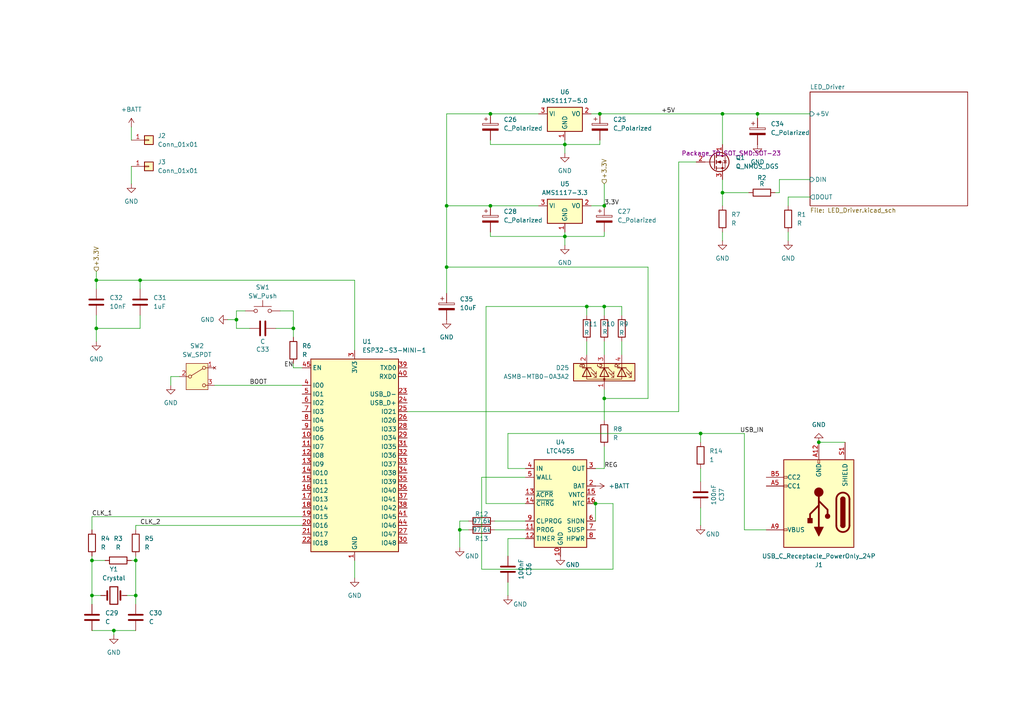
<source format=kicad_sch>
(kicad_sch
	(version 20231120)
	(generator "eeschema")
	(generator_version "8.0")
	(uuid "d26087f2-fe30-4035-80ba-d3d988eee88a")
	(paper "A4")
	(lib_symbols
		(symbol "Battery_Management:LTC4055"
			(exclude_from_sim no)
			(in_bom yes)
			(on_board yes)
			(property "Reference" "U"
				(at -6.35 13.97 0)
				(effects
					(font
						(size 1.27 1.27)
					)
				)
			)
			(property "Value" "LTC4055"
				(at 3.81 13.97 0)
				(effects
					(font
						(size 1.27 1.27)
					)
				)
			)
			(property "Footprint" "Package_DFN_QFN:QFN-16-1EP_4x4mm_P0.65mm_EP2.15x2.15mm"
				(at 0 -22.86 0)
				(effects
					(font
						(size 1.27 1.27)
					)
					(hide yes)
				)
			)
			(property "Datasheet" "https://www.analog.com/media/en/technical-documentation/data-sheets/4055fb.pdf"
				(at 0 -12.7 0)
				(effects
					(font
						(size 1.27 1.27)
					)
					(hide yes)
				)
			)
			(property "Description" "USB Power Controller and Li-Ion Charger (4.2V Float Voltage)"
				(at 0 0 0)
				(effects
					(font
						(size 1.27 1.27)
					)
					(hide yes)
				)
			)
			(property "ki_keywords" "charger PMIC Liion USB"
				(at 0 0 0)
				(effects
					(font
						(size 1.27 1.27)
					)
					(hide yes)
				)
			)
			(property "ki_fp_filters" "QFN*1EP*4x4mm*P0.65mm*"
				(at 0 0 0)
				(effects
					(font
						(size 1.27 1.27)
					)
					(hide yes)
				)
			)
			(symbol "LTC4055_0_1"
				(rectangle
					(start -7.62 12.7)
					(end 7.62 -12.7)
					(stroke
						(width 0.254)
						(type default)
					)
					(fill
						(type background)
					)
				)
			)
			(symbol "LTC4055_1_1"
				(pin passive line
					(at -10.16 10.16 0)
					(length 2.54) hide
					(name "IN"
						(effects
							(font
								(size 1.27 1.27)
							)
						)
					)
					(number "1"
						(effects
							(font
								(size 1.27 1.27)
							)
						)
					)
				)
				(pin power_in line
					(at 0 -15.24 90)
					(length 2.54)
					(name "GND"
						(effects
							(font
								(size 1.27 1.27)
							)
						)
					)
					(number "10"
						(effects
							(font
								(size 1.27 1.27)
							)
						)
					)
				)
				(pin passive line
					(at -10.16 -7.62 0)
					(length 2.54)
					(name "PROG"
						(effects
							(font
								(size 1.27 1.27)
							)
						)
					)
					(number "11"
						(effects
							(font
								(size 1.27 1.27)
							)
						)
					)
				)
				(pin passive line
					(at -10.16 -10.16 0)
					(length 2.54)
					(name "TIMER"
						(effects
							(font
								(size 1.27 1.27)
							)
						)
					)
					(number "12"
						(effects
							(font
								(size 1.27 1.27)
							)
						)
					)
				)
				(pin open_collector line
					(at -10.16 2.54 0)
					(length 2.54)
					(name "~{ACPR}"
						(effects
							(font
								(size 1.27 1.27)
							)
						)
					)
					(number "13"
						(effects
							(font
								(size 1.27 1.27)
							)
						)
					)
				)
				(pin open_collector line
					(at -10.16 0 0)
					(length 2.54)
					(name "~{CHRG}"
						(effects
							(font
								(size 1.27 1.27)
							)
						)
					)
					(number "14"
						(effects
							(font
								(size 1.27 1.27)
							)
						)
					)
				)
				(pin output line
					(at 10.16 2.54 180)
					(length 2.54)
					(name "VNTC"
						(effects
							(font
								(size 1.27 1.27)
							)
						)
					)
					(number "15"
						(effects
							(font
								(size 1.27 1.27)
							)
						)
					)
				)
				(pin input line
					(at 10.16 0 180)
					(length 2.54)
					(name "NTC"
						(effects
							(font
								(size 1.27 1.27)
							)
						)
					)
					(number "16"
						(effects
							(font
								(size 1.27 1.27)
							)
						)
					)
				)
				(pin passive line
					(at 0 -15.24 90)
					(length 2.54) hide
					(name "GND"
						(effects
							(font
								(size 1.27 1.27)
							)
						)
					)
					(number "17"
						(effects
							(font
								(size 1.27 1.27)
							)
						)
					)
				)
				(pin passive line
					(at 10.16 5.08 180)
					(length 2.54)
					(name "BAT"
						(effects
							(font
								(size 1.27 1.27)
							)
						)
					)
					(number "2"
						(effects
							(font
								(size 1.27 1.27)
							)
						)
					)
				)
				(pin passive line
					(at 10.16 10.16 180)
					(length 2.54)
					(name "OUT"
						(effects
							(font
								(size 1.27 1.27)
							)
						)
					)
					(number "3"
						(effects
							(font
								(size 1.27 1.27)
							)
						)
					)
				)
				(pin power_in line
					(at -10.16 10.16 0)
					(length 2.54)
					(name "IN"
						(effects
							(font
								(size 1.27 1.27)
							)
						)
					)
					(number "4"
						(effects
							(font
								(size 1.27 1.27)
							)
						)
					)
				)
				(pin input line
					(at -10.16 7.62 0)
					(length 2.54)
					(name "WALL"
						(effects
							(font
								(size 1.27 1.27)
							)
						)
					)
					(number "5"
						(effects
							(font
								(size 1.27 1.27)
							)
						)
					)
				)
				(pin input line
					(at 10.16 -5.08 180)
					(length 2.54)
					(name "SHDN"
						(effects
							(font
								(size 1.27 1.27)
							)
						)
					)
					(number "6"
						(effects
							(font
								(size 1.27 1.27)
							)
						)
					)
				)
				(pin input line
					(at 10.16 -7.62 180)
					(length 2.54)
					(name "SUSP"
						(effects
							(font
								(size 1.27 1.27)
							)
						)
					)
					(number "7"
						(effects
							(font
								(size 1.27 1.27)
							)
						)
					)
				)
				(pin input line
					(at 10.16 -10.16 180)
					(length 2.54)
					(name "HPWR"
						(effects
							(font
								(size 1.27 1.27)
							)
						)
					)
					(number "8"
						(effects
							(font
								(size 1.27 1.27)
							)
						)
					)
				)
				(pin passive line
					(at -10.16 -5.08 0)
					(length 2.54)
					(name "CLPROG"
						(effects
							(font
								(size 1.27 1.27)
							)
						)
					)
					(number "9"
						(effects
							(font
								(size 1.27 1.27)
							)
						)
					)
				)
			)
		)
		(symbol "Connector:USB_C_Receptacle_PowerOnly_24P"
			(pin_names
				(offset 1.016)
			)
			(exclude_from_sim no)
			(in_bom yes)
			(on_board yes)
			(property "Reference" "J"
				(at 0 16.51 0)
				(effects
					(font
						(size 1.27 1.27)
					)
					(justify bottom)
				)
			)
			(property "Value" "USB_C_Receptacle_PowerOnly_24P"
				(at 0 13.97 0)
				(effects
					(font
						(size 1.27 1.27)
					)
					(justify bottom)
				)
			)
			(property "Footprint" ""
				(at 3.81 2.54 0)
				(effects
					(font
						(size 1.27 1.27)
					)
					(hide yes)
				)
			)
			(property "Datasheet" "https://www.usb.org/sites/default/files/documents/usb_type-c.zip"
				(at 0 0 0)
				(effects
					(font
						(size 1.27 1.27)
					)
					(hide yes)
				)
			)
			(property "Description" "USB Power-Only 24P Type-C Receptacle connector"
				(at 0 0 0)
				(effects
					(font
						(size 1.27 1.27)
					)
					(hide yes)
				)
			)
			(property "ki_keywords" "usb universal serial bus type-C power-only charging-only 24P 24C"
				(at 0 0 0)
				(effects
					(font
						(size 1.27 1.27)
					)
					(hide yes)
				)
			)
			(property "ki_fp_filters" "USB*C*Receptacle*"
				(at 0 0 0)
				(effects
					(font
						(size 1.27 1.27)
					)
					(hide yes)
				)
			)
			(symbol "USB_C_Receptacle_PowerOnly_24P_0_0"
				(rectangle
					(start -0.254 -12.7)
					(end 0.254 -11.684)
					(stroke
						(width 0)
						(type default)
					)
					(fill
						(type none)
					)
				)
				(rectangle
					(start 10.16 -7.366)
					(end 9.144 -7.874)
					(stroke
						(width 0)
						(type default)
					)
					(fill
						(type none)
					)
				)
				(rectangle
					(start 10.16 -4.826)
					(end 9.144 -5.334)
					(stroke
						(width 0)
						(type default)
					)
					(fill
						(type none)
					)
				)
				(rectangle
					(start 10.16 7.874)
					(end 9.144 7.366)
					(stroke
						(width 0)
						(type default)
					)
					(fill
						(type none)
					)
				)
			)
			(symbol "USB_C_Receptacle_PowerOnly_24P_0_1"
				(rectangle
					(start -10.16 12.7)
					(end 10.16 -12.7)
					(stroke
						(width 0.254)
						(type default)
					)
					(fill
						(type background)
					)
				)
				(arc
					(start -8.89 -1.27)
					(mid -6.985 -3.1667)
					(end -5.08 -1.27)
					(stroke
						(width 0.508)
						(type default)
					)
					(fill
						(type none)
					)
				)
				(arc
					(start -7.62 -1.27)
					(mid -6.985 -1.9023)
					(end -6.35 -1.27)
					(stroke
						(width 0.254)
						(type default)
					)
					(fill
						(type none)
					)
				)
				(arc
					(start -7.62 -1.27)
					(mid -6.985 -1.9023)
					(end -6.35 -1.27)
					(stroke
						(width 0.254)
						(type default)
					)
					(fill
						(type outline)
					)
				)
				(rectangle
					(start -7.62 -1.27)
					(end -6.35 6.35)
					(stroke
						(width 0.254)
						(type default)
					)
					(fill
						(type outline)
					)
				)
				(arc
					(start -6.35 6.35)
					(mid -6.985 6.9823)
					(end -7.62 6.35)
					(stroke
						(width 0.254)
						(type default)
					)
					(fill
						(type none)
					)
				)
				(arc
					(start -6.35 6.35)
					(mid -6.985 6.9823)
					(end -7.62 6.35)
					(stroke
						(width 0.254)
						(type default)
					)
					(fill
						(type outline)
					)
				)
				(arc
					(start -5.08 6.35)
					(mid -6.985 8.2467)
					(end -8.89 6.35)
					(stroke
						(width 0.508)
						(type default)
					)
					(fill
						(type none)
					)
				)
				(circle
					(center -2.54 3.683)
					(radius 0.635)
					(stroke
						(width 0.254)
						(type default)
					)
					(fill
						(type outline)
					)
				)
				(circle
					(center 0 -3.302)
					(radius 1.27)
					(stroke
						(width 0)
						(type default)
					)
					(fill
						(type outline)
					)
				)
				(polyline
					(pts
						(xy -8.89 -1.27) (xy -8.89 6.35)
					)
					(stroke
						(width 0.508)
						(type default)
					)
					(fill
						(type none)
					)
				)
				(polyline
					(pts
						(xy -5.08 6.35) (xy -5.08 -1.27)
					)
					(stroke
						(width 0.508)
						(type default)
					)
					(fill
						(type none)
					)
				)
				(polyline
					(pts
						(xy 0 -3.302) (xy 0 6.858)
					)
					(stroke
						(width 0.508)
						(type default)
					)
					(fill
						(type none)
					)
				)
				(polyline
					(pts
						(xy 0 -0.762) (xy -2.54 1.778) (xy -2.54 3.048)
					)
					(stroke
						(width 0.508)
						(type default)
					)
					(fill
						(type none)
					)
				)
				(polyline
					(pts
						(xy 0 0.508) (xy 2.54 3.048) (xy 2.54 4.318)
					)
					(stroke
						(width 0.508)
						(type default)
					)
					(fill
						(type none)
					)
				)
				(polyline
					(pts
						(xy -1.27 6.858) (xy 0 9.398) (xy 1.27 6.858) (xy -1.27 6.858)
					)
					(stroke
						(width 0.254)
						(type default)
					)
					(fill
						(type outline)
					)
				)
				(rectangle
					(start 1.905 4.318)
					(end 3.175 5.588)
					(stroke
						(width 0.254)
						(type default)
					)
					(fill
						(type outline)
					)
				)
			)
			(symbol "USB_C_Receptacle_PowerOnly_24P_1_1"
				(pin passive line
					(at 0 -17.78 90)
					(length 5.08) hide
					(name "GND"
						(effects
							(font
								(size 1.27 1.27)
							)
						)
					)
					(number "A1"
						(effects
							(font
								(size 1.27 1.27)
							)
						)
					)
				)
				(pin power_in line
					(at 0 -17.78 90)
					(length 5.08)
					(name "GND"
						(effects
							(font
								(size 1.27 1.27)
							)
						)
					)
					(number "A12"
						(effects
							(font
								(size 1.27 1.27)
							)
						)
					)
				)
				(pin passive line
					(at 15.24 7.62 180)
					(length 5.08) hide
					(name "VBUS"
						(effects
							(font
								(size 1.27 1.27)
							)
						)
					)
					(number "A4"
						(effects
							(font
								(size 1.27 1.27)
							)
						)
					)
				)
				(pin bidirectional line
					(at 15.24 -5.08 180)
					(length 5.08)
					(name "CC1"
						(effects
							(font
								(size 1.27 1.27)
							)
						)
					)
					(number "A5"
						(effects
							(font
								(size 1.27 1.27)
							)
						)
					)
				)
				(pin power_in line
					(at 15.24 7.62 180)
					(length 5.08)
					(name "VBUS"
						(effects
							(font
								(size 1.27 1.27)
							)
						)
					)
					(number "A9"
						(effects
							(font
								(size 1.27 1.27)
							)
						)
					)
				)
				(pin passive line
					(at 0 -17.78 90)
					(length 5.08) hide
					(name "GND"
						(effects
							(font
								(size 1.27 1.27)
							)
						)
					)
					(number "B1"
						(effects
							(font
								(size 1.27 1.27)
							)
						)
					)
				)
				(pin passive line
					(at 0 -17.78 90)
					(length 5.08) hide
					(name "GND"
						(effects
							(font
								(size 1.27 1.27)
							)
						)
					)
					(number "B12"
						(effects
							(font
								(size 1.27 1.27)
							)
						)
					)
				)
				(pin passive line
					(at 15.24 7.62 180)
					(length 5.08) hide
					(name "VBUS"
						(effects
							(font
								(size 1.27 1.27)
							)
						)
					)
					(number "B4"
						(effects
							(font
								(size 1.27 1.27)
							)
						)
					)
				)
				(pin bidirectional line
					(at 15.24 -7.62 180)
					(length 5.08)
					(name "CC2"
						(effects
							(font
								(size 1.27 1.27)
							)
						)
					)
					(number "B5"
						(effects
							(font
								(size 1.27 1.27)
							)
						)
					)
				)
				(pin passive line
					(at 15.24 7.62 180)
					(length 5.08) hide
					(name "VBUS"
						(effects
							(font
								(size 1.27 1.27)
							)
						)
					)
					(number "B9"
						(effects
							(font
								(size 1.27 1.27)
							)
						)
					)
				)
				(pin passive line
					(at -7.62 -17.78 90)
					(length 5.08)
					(name "SHIELD"
						(effects
							(font
								(size 1.27 1.27)
							)
						)
					)
					(number "S1"
						(effects
							(font
								(size 1.27 1.27)
							)
						)
					)
				)
			)
		)
		(symbol "Connector_Generic:Conn_01x01"
			(pin_names
				(offset 1.016) hide)
			(exclude_from_sim no)
			(in_bom yes)
			(on_board yes)
			(property "Reference" "J"
				(at 0 2.54 0)
				(effects
					(font
						(size 1.27 1.27)
					)
				)
			)
			(property "Value" "Conn_01x01"
				(at 0 -2.54 0)
				(effects
					(font
						(size 1.27 1.27)
					)
				)
			)
			(property "Footprint" ""
				(at 0 0 0)
				(effects
					(font
						(size 1.27 1.27)
					)
					(hide yes)
				)
			)
			(property "Datasheet" "~"
				(at 0 0 0)
				(effects
					(font
						(size 1.27 1.27)
					)
					(hide yes)
				)
			)
			(property "Description" "Generic connector, single row, 01x01, script generated (kicad-library-utils/schlib/autogen/connector/)"
				(at 0 0 0)
				(effects
					(font
						(size 1.27 1.27)
					)
					(hide yes)
				)
			)
			(property "ki_keywords" "connector"
				(at 0 0 0)
				(effects
					(font
						(size 1.27 1.27)
					)
					(hide yes)
				)
			)
			(property "ki_fp_filters" "Connector*:*_1x??_*"
				(at 0 0 0)
				(effects
					(font
						(size 1.27 1.27)
					)
					(hide yes)
				)
			)
			(symbol "Conn_01x01_1_1"
				(rectangle
					(start -1.27 0.127)
					(end 0 -0.127)
					(stroke
						(width 0.1524)
						(type default)
					)
					(fill
						(type none)
					)
				)
				(rectangle
					(start -1.27 1.27)
					(end 1.27 -1.27)
					(stroke
						(width 0.254)
						(type default)
					)
					(fill
						(type background)
					)
				)
				(pin passive line
					(at -5.08 0 0)
					(length 3.81)
					(name "Pin_1"
						(effects
							(font
								(size 1.27 1.27)
							)
						)
					)
					(number "1"
						(effects
							(font
								(size 1.27 1.27)
							)
						)
					)
				)
			)
		)
		(symbol "Device:C"
			(pin_numbers hide)
			(pin_names
				(offset 0.254)
			)
			(exclude_from_sim no)
			(in_bom yes)
			(on_board yes)
			(property "Reference" "C"
				(at 0.635 2.54 0)
				(effects
					(font
						(size 1.27 1.27)
					)
					(justify left)
				)
			)
			(property "Value" "C"
				(at 0.635 -2.54 0)
				(effects
					(font
						(size 1.27 1.27)
					)
					(justify left)
				)
			)
			(property "Footprint" ""
				(at 0.9652 -3.81 0)
				(effects
					(font
						(size 1.27 1.27)
					)
					(hide yes)
				)
			)
			(property "Datasheet" "~"
				(at 0 0 0)
				(effects
					(font
						(size 1.27 1.27)
					)
					(hide yes)
				)
			)
			(property "Description" "Unpolarized capacitor"
				(at 0 0 0)
				(effects
					(font
						(size 1.27 1.27)
					)
					(hide yes)
				)
			)
			(property "ki_keywords" "cap capacitor"
				(at 0 0 0)
				(effects
					(font
						(size 1.27 1.27)
					)
					(hide yes)
				)
			)
			(property "ki_fp_filters" "C_*"
				(at 0 0 0)
				(effects
					(font
						(size 1.27 1.27)
					)
					(hide yes)
				)
			)
			(symbol "C_0_1"
				(polyline
					(pts
						(xy -2.032 -0.762) (xy 2.032 -0.762)
					)
					(stroke
						(width 0.508)
						(type default)
					)
					(fill
						(type none)
					)
				)
				(polyline
					(pts
						(xy -2.032 0.762) (xy 2.032 0.762)
					)
					(stroke
						(width 0.508)
						(type default)
					)
					(fill
						(type none)
					)
				)
			)
			(symbol "C_1_1"
				(pin passive line
					(at 0 3.81 270)
					(length 2.794)
					(name "~"
						(effects
							(font
								(size 1.27 1.27)
							)
						)
					)
					(number "1"
						(effects
							(font
								(size 1.27 1.27)
							)
						)
					)
				)
				(pin passive line
					(at 0 -3.81 90)
					(length 2.794)
					(name "~"
						(effects
							(font
								(size 1.27 1.27)
							)
						)
					)
					(number "2"
						(effects
							(font
								(size 1.27 1.27)
							)
						)
					)
				)
			)
		)
		(symbol "Device:C_Polarized"
			(pin_numbers hide)
			(pin_names
				(offset 0.254)
			)
			(exclude_from_sim no)
			(in_bom yes)
			(on_board yes)
			(property "Reference" "C"
				(at 0.635 2.54 0)
				(effects
					(font
						(size 1.27 1.27)
					)
					(justify left)
				)
			)
			(property "Value" "C_Polarized"
				(at 0.635 -2.54 0)
				(effects
					(font
						(size 1.27 1.27)
					)
					(justify left)
				)
			)
			(property "Footprint" ""
				(at 0.9652 -3.81 0)
				(effects
					(font
						(size 1.27 1.27)
					)
					(hide yes)
				)
			)
			(property "Datasheet" "~"
				(at 0 0 0)
				(effects
					(font
						(size 1.27 1.27)
					)
					(hide yes)
				)
			)
			(property "Description" "Polarized capacitor"
				(at 0 0 0)
				(effects
					(font
						(size 1.27 1.27)
					)
					(hide yes)
				)
			)
			(property "ki_keywords" "cap capacitor"
				(at 0 0 0)
				(effects
					(font
						(size 1.27 1.27)
					)
					(hide yes)
				)
			)
			(property "ki_fp_filters" "CP_*"
				(at 0 0 0)
				(effects
					(font
						(size 1.27 1.27)
					)
					(hide yes)
				)
			)
			(symbol "C_Polarized_0_1"
				(rectangle
					(start -2.286 0.508)
					(end 2.286 1.016)
					(stroke
						(width 0)
						(type default)
					)
					(fill
						(type none)
					)
				)
				(polyline
					(pts
						(xy -1.778 2.286) (xy -0.762 2.286)
					)
					(stroke
						(width 0)
						(type default)
					)
					(fill
						(type none)
					)
				)
				(polyline
					(pts
						(xy -1.27 2.794) (xy -1.27 1.778)
					)
					(stroke
						(width 0)
						(type default)
					)
					(fill
						(type none)
					)
				)
				(rectangle
					(start 2.286 -0.508)
					(end -2.286 -1.016)
					(stroke
						(width 0)
						(type default)
					)
					(fill
						(type outline)
					)
				)
			)
			(symbol "C_Polarized_1_1"
				(pin passive line
					(at 0 3.81 270)
					(length 2.794)
					(name "~"
						(effects
							(font
								(size 1.27 1.27)
							)
						)
					)
					(number "1"
						(effects
							(font
								(size 1.27 1.27)
							)
						)
					)
				)
				(pin passive line
					(at 0 -3.81 90)
					(length 2.794)
					(name "~"
						(effects
							(font
								(size 1.27 1.27)
							)
						)
					)
					(number "2"
						(effects
							(font
								(size 1.27 1.27)
							)
						)
					)
				)
			)
		)
		(symbol "Device:Crystal"
			(pin_numbers hide)
			(pin_names
				(offset 1.016) hide)
			(exclude_from_sim no)
			(in_bom yes)
			(on_board yes)
			(property "Reference" "Y"
				(at 0 3.81 0)
				(effects
					(font
						(size 1.27 1.27)
					)
				)
			)
			(property "Value" "Crystal"
				(at 0 -3.81 0)
				(effects
					(font
						(size 1.27 1.27)
					)
				)
			)
			(property "Footprint" ""
				(at 0 0 0)
				(effects
					(font
						(size 1.27 1.27)
					)
					(hide yes)
				)
			)
			(property "Datasheet" "~"
				(at 0 0 0)
				(effects
					(font
						(size 1.27 1.27)
					)
					(hide yes)
				)
			)
			(property "Description" "Two pin crystal"
				(at 0 0 0)
				(effects
					(font
						(size 1.27 1.27)
					)
					(hide yes)
				)
			)
			(property "ki_keywords" "quartz ceramic resonator oscillator"
				(at 0 0 0)
				(effects
					(font
						(size 1.27 1.27)
					)
					(hide yes)
				)
			)
			(property "ki_fp_filters" "Crystal*"
				(at 0 0 0)
				(effects
					(font
						(size 1.27 1.27)
					)
					(hide yes)
				)
			)
			(symbol "Crystal_0_1"
				(rectangle
					(start -1.143 2.54)
					(end 1.143 -2.54)
					(stroke
						(width 0.3048)
						(type default)
					)
					(fill
						(type none)
					)
				)
				(polyline
					(pts
						(xy -2.54 0) (xy -1.905 0)
					)
					(stroke
						(width 0)
						(type default)
					)
					(fill
						(type none)
					)
				)
				(polyline
					(pts
						(xy -1.905 -1.27) (xy -1.905 1.27)
					)
					(stroke
						(width 0.508)
						(type default)
					)
					(fill
						(type none)
					)
				)
				(polyline
					(pts
						(xy 1.905 -1.27) (xy 1.905 1.27)
					)
					(stroke
						(width 0.508)
						(type default)
					)
					(fill
						(type none)
					)
				)
				(polyline
					(pts
						(xy 2.54 0) (xy 1.905 0)
					)
					(stroke
						(width 0)
						(type default)
					)
					(fill
						(type none)
					)
				)
			)
			(symbol "Crystal_1_1"
				(pin passive line
					(at -3.81 0 0)
					(length 1.27)
					(name "1"
						(effects
							(font
								(size 1.27 1.27)
							)
						)
					)
					(number "1"
						(effects
							(font
								(size 1.27 1.27)
							)
						)
					)
				)
				(pin passive line
					(at 3.81 0 180)
					(length 1.27)
					(name "2"
						(effects
							(font
								(size 1.27 1.27)
							)
						)
					)
					(number "2"
						(effects
							(font
								(size 1.27 1.27)
							)
						)
					)
				)
			)
		)
		(symbol "Device:Q_NMOS_DGS"
			(pin_names
				(offset 0) hide)
			(exclude_from_sim no)
			(in_bom yes)
			(on_board yes)
			(property "Reference" "Q"
				(at 5.08 1.27 0)
				(effects
					(font
						(size 1.27 1.27)
					)
					(justify left)
				)
			)
			(property "Value" "Q_NMOS_DGS"
				(at 5.08 -1.27 0)
				(effects
					(font
						(size 1.27 1.27)
					)
					(justify left)
				)
			)
			(property "Footprint" ""
				(at 5.08 2.54 0)
				(effects
					(font
						(size 1.27 1.27)
					)
					(hide yes)
				)
			)
			(property "Datasheet" "~"
				(at 0 0 0)
				(effects
					(font
						(size 1.27 1.27)
					)
					(hide yes)
				)
			)
			(property "Description" "N-MOSFET transistor, drain/gate/source"
				(at 0 0 0)
				(effects
					(font
						(size 1.27 1.27)
					)
					(hide yes)
				)
			)
			(property "ki_keywords" "transistor NMOS N-MOS N-MOSFET"
				(at 0 0 0)
				(effects
					(font
						(size 1.27 1.27)
					)
					(hide yes)
				)
			)
			(symbol "Q_NMOS_DGS_0_1"
				(polyline
					(pts
						(xy 0.254 0) (xy -2.54 0)
					)
					(stroke
						(width 0)
						(type default)
					)
					(fill
						(type none)
					)
				)
				(polyline
					(pts
						(xy 0.254 1.905) (xy 0.254 -1.905)
					)
					(stroke
						(width 0.254)
						(type default)
					)
					(fill
						(type none)
					)
				)
				(polyline
					(pts
						(xy 0.762 -1.27) (xy 0.762 -2.286)
					)
					(stroke
						(width 0.254)
						(type default)
					)
					(fill
						(type none)
					)
				)
				(polyline
					(pts
						(xy 0.762 0.508) (xy 0.762 -0.508)
					)
					(stroke
						(width 0.254)
						(type default)
					)
					(fill
						(type none)
					)
				)
				(polyline
					(pts
						(xy 0.762 2.286) (xy 0.762 1.27)
					)
					(stroke
						(width 0.254)
						(type default)
					)
					(fill
						(type none)
					)
				)
				(polyline
					(pts
						(xy 2.54 2.54) (xy 2.54 1.778)
					)
					(stroke
						(width 0)
						(type default)
					)
					(fill
						(type none)
					)
				)
				(polyline
					(pts
						(xy 2.54 -2.54) (xy 2.54 0) (xy 0.762 0)
					)
					(stroke
						(width 0)
						(type default)
					)
					(fill
						(type none)
					)
				)
				(polyline
					(pts
						(xy 0.762 -1.778) (xy 3.302 -1.778) (xy 3.302 1.778) (xy 0.762 1.778)
					)
					(stroke
						(width 0)
						(type default)
					)
					(fill
						(type none)
					)
				)
				(polyline
					(pts
						(xy 1.016 0) (xy 2.032 0.381) (xy 2.032 -0.381) (xy 1.016 0)
					)
					(stroke
						(width 0)
						(type default)
					)
					(fill
						(type outline)
					)
				)
				(polyline
					(pts
						(xy 2.794 0.508) (xy 2.921 0.381) (xy 3.683 0.381) (xy 3.81 0.254)
					)
					(stroke
						(width 0)
						(type default)
					)
					(fill
						(type none)
					)
				)
				(polyline
					(pts
						(xy 3.302 0.381) (xy 2.921 -0.254) (xy 3.683 -0.254) (xy 3.302 0.381)
					)
					(stroke
						(width 0)
						(type default)
					)
					(fill
						(type none)
					)
				)
				(circle
					(center 1.651 0)
					(radius 2.794)
					(stroke
						(width 0.254)
						(type default)
					)
					(fill
						(type none)
					)
				)
				(circle
					(center 2.54 -1.778)
					(radius 0.254)
					(stroke
						(width 0)
						(type default)
					)
					(fill
						(type outline)
					)
				)
				(circle
					(center 2.54 1.778)
					(radius 0.254)
					(stroke
						(width 0)
						(type default)
					)
					(fill
						(type outline)
					)
				)
			)
			(symbol "Q_NMOS_DGS_1_1"
				(pin passive line
					(at 2.54 5.08 270)
					(length 2.54)
					(name "D"
						(effects
							(font
								(size 1.27 1.27)
							)
						)
					)
					(number "1"
						(effects
							(font
								(size 1.27 1.27)
							)
						)
					)
				)
				(pin input line
					(at -5.08 0 0)
					(length 2.54)
					(name "G"
						(effects
							(font
								(size 1.27 1.27)
							)
						)
					)
					(number "2"
						(effects
							(font
								(size 1.27 1.27)
							)
						)
					)
				)
				(pin passive line
					(at 2.54 -5.08 90)
					(length 2.54)
					(name "S"
						(effects
							(font
								(size 1.27 1.27)
							)
						)
					)
					(number "3"
						(effects
							(font
								(size 1.27 1.27)
							)
						)
					)
				)
			)
		)
		(symbol "Device:R"
			(pin_numbers hide)
			(pin_names
				(offset 0)
			)
			(exclude_from_sim no)
			(in_bom yes)
			(on_board yes)
			(property "Reference" "R"
				(at 2.032 0 90)
				(effects
					(font
						(size 1.27 1.27)
					)
				)
			)
			(property "Value" "R"
				(at 0 0 90)
				(effects
					(font
						(size 1.27 1.27)
					)
				)
			)
			(property "Footprint" ""
				(at -1.778 0 90)
				(effects
					(font
						(size 1.27 1.27)
					)
					(hide yes)
				)
			)
			(property "Datasheet" "~"
				(at 0 0 0)
				(effects
					(font
						(size 1.27 1.27)
					)
					(hide yes)
				)
			)
			(property "Description" "Resistor"
				(at 0 0 0)
				(effects
					(font
						(size 1.27 1.27)
					)
					(hide yes)
				)
			)
			(property "ki_keywords" "R res resistor"
				(at 0 0 0)
				(effects
					(font
						(size 1.27 1.27)
					)
					(hide yes)
				)
			)
			(property "ki_fp_filters" "R_*"
				(at 0 0 0)
				(effects
					(font
						(size 1.27 1.27)
					)
					(hide yes)
				)
			)
			(symbol "R_0_1"
				(rectangle
					(start -1.016 -2.54)
					(end 1.016 2.54)
					(stroke
						(width 0.254)
						(type default)
					)
					(fill
						(type none)
					)
				)
			)
			(symbol "R_1_1"
				(pin passive line
					(at 0 3.81 270)
					(length 1.27)
					(name "~"
						(effects
							(font
								(size 1.27 1.27)
							)
						)
					)
					(number "1"
						(effects
							(font
								(size 1.27 1.27)
							)
						)
					)
				)
				(pin passive line
					(at 0 -3.81 90)
					(length 1.27)
					(name "~"
						(effects
							(font
								(size 1.27 1.27)
							)
						)
					)
					(number "2"
						(effects
							(font
								(size 1.27 1.27)
							)
						)
					)
				)
			)
		)
		(symbol "LED:ASMB-MTB0-0A3A2"
			(pin_names
				(offset 0) hide)
			(exclude_from_sim no)
			(in_bom yes)
			(on_board yes)
			(property "Reference" "D"
				(at 0 10.16 0)
				(effects
					(font
						(size 1.27 1.27)
					)
				)
			)
			(property "Value" "ASMB-MTB0-0A3A2"
				(at 0 -10.16 0)
				(effects
					(font
						(size 1.27 1.27)
					)
				)
			)
			(property "Footprint" "LED_SMD:LED_Avago_PLCC4_3.2x2.8mm_CW"
				(at 0 12.7 0)
				(effects
					(font
						(size 1.27 1.27)
					)
					(hide yes)
				)
			)
			(property "Datasheet" "https://docs.broadcom.com/docs/AV02-4186EN"
				(at 0 -11.43 0)
				(effects
					(font
						(size 1.27 1.27)
					)
					(hide yes)
				)
			)
			(property "Description" "Tricolor Black Surface LED, Common Anode Pin 1, PLCC-4"
				(at 0 0 0)
				(effects
					(font
						(size 1.27 1.27)
					)
					(hide yes)
				)
			)
			(property "ki_keywords" "led rgb diode"
				(at 0 0 0)
				(effects
					(font
						(size 1.27 1.27)
					)
					(hide yes)
				)
			)
			(property "ki_fp_filters" "*Avago*PLCC4*3.2x2.8mm*"
				(at 0 0 0)
				(effects
					(font
						(size 1.27 1.27)
					)
					(hide yes)
				)
			)
			(symbol "ASMB-MTB0-0A3A2_0_0"
				(text "B"
					(at -1.905 -6.35 0)
					(effects
						(font
							(size 1.27 1.27)
						)
					)
				)
				(text "G"
					(at -1.905 -1.27 0)
					(effects
						(font
							(size 1.27 1.27)
						)
					)
				)
				(text "R"
					(at -1.905 3.81 0)
					(effects
						(font
							(size 1.27 1.27)
						)
					)
				)
			)
			(symbol "ASMB-MTB0-0A3A2_0_1"
				(rectangle
					(start -2.54 -8.89)
					(end 2.54 8.89)
					(stroke
						(width 0.254)
						(type default)
					)
					(fill
						(type background)
					)
				)
				(polyline
					(pts
						(xy -2.54 -5.08) (xy 1.27 -5.08)
					)
					(stroke
						(width 0)
						(type default)
					)
					(fill
						(type none)
					)
				)
				(polyline
					(pts
						(xy -1.27 -3.81) (xy -1.27 -6.35)
					)
					(stroke
						(width 0.254)
						(type default)
					)
					(fill
						(type none)
					)
				)
				(polyline
					(pts
						(xy -1.27 1.27) (xy -1.27 -1.27)
					)
					(stroke
						(width 0.254)
						(type default)
					)
					(fill
						(type none)
					)
				)
				(polyline
					(pts
						(xy -1.27 6.35) (xy -1.27 3.81)
					)
					(stroke
						(width 0.254)
						(type default)
					)
					(fill
						(type none)
					)
				)
				(polyline
					(pts
						(xy 1.27 5.08) (xy -2.54 5.08)
					)
					(stroke
						(width 0)
						(type default)
					)
					(fill
						(type none)
					)
				)
				(polyline
					(pts
						(xy 2.54 0) (xy -2.54 0)
					)
					(stroke
						(width 0)
						(type default)
					)
					(fill
						(type none)
					)
				)
				(polyline
					(pts
						(xy 1.27 -5.08) (xy 2.032 -5.08) (xy 2.032 5.08) (xy 1.27 5.08)
					)
					(stroke
						(width 0)
						(type default)
					)
					(fill
						(type none)
					)
				)
				(polyline
					(pts
						(xy 1.27 -3.81) (xy 1.27 -6.35) (xy -1.27 -5.08) (xy 1.27 -3.81)
					)
					(stroke
						(width 0.254)
						(type default)
					)
					(fill
						(type none)
					)
				)
				(polyline
					(pts
						(xy 1.27 1.27) (xy 1.27 -1.27) (xy -1.27 0) (xy 1.27 1.27)
					)
					(stroke
						(width 0.254)
						(type default)
					)
					(fill
						(type none)
					)
				)
				(polyline
					(pts
						(xy 1.27 6.35) (xy 1.27 3.81) (xy -1.27 5.08) (xy 1.27 6.35)
					)
					(stroke
						(width 0.254)
						(type default)
					)
					(fill
						(type none)
					)
				)
				(polyline
					(pts
						(xy -1.016 -3.81) (xy 0.508 -2.286) (xy -0.254 -2.286) (xy 0.508 -2.286) (xy 0.508 -3.048)
					)
					(stroke
						(width 0)
						(type default)
					)
					(fill
						(type none)
					)
				)
				(polyline
					(pts
						(xy -1.016 1.27) (xy 0.508 2.794) (xy -0.254 2.794) (xy 0.508 2.794) (xy 0.508 2.032)
					)
					(stroke
						(width 0)
						(type default)
					)
					(fill
						(type none)
					)
				)
				(polyline
					(pts
						(xy -1.016 6.35) (xy 0.508 7.874) (xy -0.254 7.874) (xy 0.508 7.874) (xy 0.508 7.112)
					)
					(stroke
						(width 0)
						(type default)
					)
					(fill
						(type none)
					)
				)
				(polyline
					(pts
						(xy 0 -3.81) (xy 1.524 -2.286) (xy 0.762 -2.286) (xy 1.524 -2.286) (xy 1.524 -3.048)
					)
					(stroke
						(width 0)
						(type default)
					)
					(fill
						(type none)
					)
				)
				(polyline
					(pts
						(xy 0 1.27) (xy 1.524 2.794) (xy 0.762 2.794) (xy 1.524 2.794) (xy 1.524 2.032)
					)
					(stroke
						(width 0)
						(type default)
					)
					(fill
						(type none)
					)
				)
				(polyline
					(pts
						(xy 0 6.35) (xy 1.524 7.874) (xy 0.762 7.874) (xy 1.524 7.874) (xy 1.524 7.112)
					)
					(stroke
						(width 0)
						(type default)
					)
					(fill
						(type none)
					)
				)
				(rectangle
					(start 1.27 6.35)
					(end 1.27 6.35)
					(stroke
						(width 0)
						(type default)
					)
					(fill
						(type none)
					)
				)
				(circle
					(center 2.032 0)
					(radius 0.254)
					(stroke
						(width 0)
						(type default)
					)
					(fill
						(type outline)
					)
				)
			)
			(symbol "ASMB-MTB0-0A3A2_1_1"
				(pin passive line
					(at 5.08 0 180)
					(length 2.54)
					(name "A"
						(effects
							(font
								(size 1.27 1.27)
							)
						)
					)
					(number "1"
						(effects
							(font
								(size 1.27 1.27)
							)
						)
					)
				)
				(pin passive line
					(at -5.08 -5.08 0)
					(length 2.54)
					(name "BK"
						(effects
							(font
								(size 1.27 1.27)
							)
						)
					)
					(number "2"
						(effects
							(font
								(size 1.27 1.27)
							)
						)
					)
				)
				(pin passive line
					(at -5.08 0 0)
					(length 2.54)
					(name "GK"
						(effects
							(font
								(size 1.27 1.27)
							)
						)
					)
					(number "3"
						(effects
							(font
								(size 1.27 1.27)
							)
						)
					)
				)
				(pin passive line
					(at -5.08 5.08 0)
					(length 2.54)
					(name "RK"
						(effects
							(font
								(size 1.27 1.27)
							)
						)
					)
					(number "4"
						(effects
							(font
								(size 1.27 1.27)
							)
						)
					)
				)
			)
		)
		(symbol "RF_Module:ESP32-S3-MINI-1"
			(exclude_from_sim no)
			(in_bom yes)
			(on_board yes)
			(property "Reference" "U"
				(at -11.43 29.21 0)
				(effects
					(font
						(size 1.27 1.27)
					)
				)
			)
			(property "Value" "ESP32-S3-MINI-1"
				(at 12.7 29.21 0)
				(effects
					(font
						(size 1.27 1.27)
					)
				)
			)
			(property "Footprint" "RF_Module:ESP32-S2-MINI-1"
				(at 15.24 -29.21 0)
				(effects
					(font
						(size 1.27 1.27)
					)
					(hide yes)
				)
			)
			(property "Datasheet" "https://www.espressif.com/sites/default/files/documentation/esp32-s3-mini-1_mini-1u_datasheet_en.pdf"
				(at 0 40.64 0)
				(effects
					(font
						(size 1.27 1.27)
					)
					(hide yes)
				)
			)
			(property "Description" "RF Module, ESP32-S3 SoC, Wi-Fi 802.11b/g/n, Bluetooth, BLE, 32-bit, 3.3V, SMD, onboard antenna"
				(at 0 43.18 0)
				(effects
					(font
						(size 1.27 1.27)
					)
					(hide yes)
				)
			)
			(property "ki_keywords" "RF Radio BT ESP ESP32-S3 Espressif"
				(at 0 0 0)
				(effects
					(font
						(size 1.27 1.27)
					)
					(hide yes)
				)
			)
			(property "ki_fp_filters" "ESP32?S*MINI?1"
				(at 0 0 0)
				(effects
					(font
						(size 1.27 1.27)
					)
					(hide yes)
				)
			)
			(symbol "ESP32-S3-MINI-1_0_1"
				(rectangle
					(start -12.7 27.94)
					(end 12.7 -27.94)
					(stroke
						(width 0.254)
						(type default)
					)
					(fill
						(type background)
					)
				)
			)
			(symbol "ESP32-S3-MINI-1_1_1"
				(pin power_in line
					(at 0 -30.48 90)
					(length 2.54)
					(name "GND"
						(effects
							(font
								(size 1.27 1.27)
							)
						)
					)
					(number "1"
						(effects
							(font
								(size 1.27 1.27)
							)
						)
					)
				)
				(pin bidirectional line
					(at -15.24 5.08 0)
					(length 2.54)
					(name "IO6"
						(effects
							(font
								(size 1.27 1.27)
							)
						)
					)
					(number "10"
						(effects
							(font
								(size 1.27 1.27)
							)
						)
					)
				)
				(pin bidirectional line
					(at -15.24 2.54 0)
					(length 2.54)
					(name "IO7"
						(effects
							(font
								(size 1.27 1.27)
							)
						)
					)
					(number "11"
						(effects
							(font
								(size 1.27 1.27)
							)
						)
					)
				)
				(pin bidirectional line
					(at -15.24 0 0)
					(length 2.54)
					(name "IO8"
						(effects
							(font
								(size 1.27 1.27)
							)
						)
					)
					(number "12"
						(effects
							(font
								(size 1.27 1.27)
							)
						)
					)
				)
				(pin bidirectional line
					(at -15.24 -2.54 0)
					(length 2.54)
					(name "IO9"
						(effects
							(font
								(size 1.27 1.27)
							)
						)
					)
					(number "13"
						(effects
							(font
								(size 1.27 1.27)
							)
						)
					)
				)
				(pin bidirectional line
					(at -15.24 -5.08 0)
					(length 2.54)
					(name "IO10"
						(effects
							(font
								(size 1.27 1.27)
							)
						)
					)
					(number "14"
						(effects
							(font
								(size 1.27 1.27)
							)
						)
					)
				)
				(pin bidirectional line
					(at -15.24 -7.62 0)
					(length 2.54)
					(name "IO11"
						(effects
							(font
								(size 1.27 1.27)
							)
						)
					)
					(number "15"
						(effects
							(font
								(size 1.27 1.27)
							)
						)
					)
				)
				(pin bidirectional line
					(at -15.24 -10.16 0)
					(length 2.54)
					(name "IO12"
						(effects
							(font
								(size 1.27 1.27)
							)
						)
					)
					(number "16"
						(effects
							(font
								(size 1.27 1.27)
							)
						)
					)
				)
				(pin bidirectional line
					(at -15.24 -12.7 0)
					(length 2.54)
					(name "IO13"
						(effects
							(font
								(size 1.27 1.27)
							)
						)
					)
					(number "17"
						(effects
							(font
								(size 1.27 1.27)
							)
						)
					)
				)
				(pin bidirectional line
					(at -15.24 -15.24 0)
					(length 2.54)
					(name "IO14"
						(effects
							(font
								(size 1.27 1.27)
							)
						)
					)
					(number "18"
						(effects
							(font
								(size 1.27 1.27)
							)
						)
					)
				)
				(pin bidirectional line
					(at -15.24 -17.78 0)
					(length 2.54)
					(name "IO15"
						(effects
							(font
								(size 1.27 1.27)
							)
						)
					)
					(number "19"
						(effects
							(font
								(size 1.27 1.27)
							)
						)
					)
				)
				(pin passive line
					(at 0 -30.48 90)
					(length 2.54) hide
					(name "GND"
						(effects
							(font
								(size 1.27 1.27)
							)
						)
					)
					(number "2"
						(effects
							(font
								(size 1.27 1.27)
							)
						)
					)
				)
				(pin bidirectional line
					(at -15.24 -20.32 0)
					(length 2.54)
					(name "IO16"
						(effects
							(font
								(size 1.27 1.27)
							)
						)
					)
					(number "20"
						(effects
							(font
								(size 1.27 1.27)
							)
						)
					)
				)
				(pin bidirectional line
					(at -15.24 -22.86 0)
					(length 2.54)
					(name "IO17"
						(effects
							(font
								(size 1.27 1.27)
							)
						)
					)
					(number "21"
						(effects
							(font
								(size 1.27 1.27)
							)
						)
					)
				)
				(pin bidirectional line
					(at -15.24 -25.4 0)
					(length 2.54)
					(name "IO18"
						(effects
							(font
								(size 1.27 1.27)
							)
						)
					)
					(number "22"
						(effects
							(font
								(size 1.27 1.27)
							)
						)
					)
				)
				(pin bidirectional line
					(at 15.24 17.78 180)
					(length 2.54)
					(name "USB_D-"
						(effects
							(font
								(size 1.27 1.27)
							)
						)
					)
					(number "23"
						(effects
							(font
								(size 1.27 1.27)
							)
						)
					)
					(alternate "IO19" bidirectional line)
				)
				(pin bidirectional line
					(at 15.24 15.24 180)
					(length 2.54)
					(name "USB_D+"
						(effects
							(font
								(size 1.27 1.27)
							)
						)
					)
					(number "24"
						(effects
							(font
								(size 1.27 1.27)
							)
						)
					)
					(alternate "IO20" bidirectional line)
				)
				(pin bidirectional line
					(at 15.24 12.7 180)
					(length 2.54)
					(name "IO21"
						(effects
							(font
								(size 1.27 1.27)
							)
						)
					)
					(number "25"
						(effects
							(font
								(size 1.27 1.27)
							)
						)
					)
				)
				(pin bidirectional line
					(at 15.24 10.16 180)
					(length 2.54)
					(name "IO26"
						(effects
							(font
								(size 1.27 1.27)
							)
						)
					)
					(number "26"
						(effects
							(font
								(size 1.27 1.27)
							)
						)
					)
				)
				(pin bidirectional line
					(at 15.24 -22.86 180)
					(length 2.54)
					(name "IO47"
						(effects
							(font
								(size 1.27 1.27)
							)
						)
					)
					(number "27"
						(effects
							(font
								(size 1.27 1.27)
							)
						)
					)
				)
				(pin bidirectional line
					(at 15.24 7.62 180)
					(length 2.54)
					(name "IO33"
						(effects
							(font
								(size 1.27 1.27)
							)
						)
					)
					(number "28"
						(effects
							(font
								(size 1.27 1.27)
							)
						)
					)
				)
				(pin bidirectional line
					(at 15.24 5.08 180)
					(length 2.54)
					(name "IO34"
						(effects
							(font
								(size 1.27 1.27)
							)
						)
					)
					(number "29"
						(effects
							(font
								(size 1.27 1.27)
							)
						)
					)
				)
				(pin power_in line
					(at 0 30.48 270)
					(length 2.54)
					(name "3V3"
						(effects
							(font
								(size 1.27 1.27)
							)
						)
					)
					(number "3"
						(effects
							(font
								(size 1.27 1.27)
							)
						)
					)
				)
				(pin bidirectional line
					(at 15.24 -25.4 180)
					(length 2.54)
					(name "IO48"
						(effects
							(font
								(size 1.27 1.27)
							)
						)
					)
					(number "30"
						(effects
							(font
								(size 1.27 1.27)
							)
						)
					)
				)
				(pin bidirectional line
					(at 15.24 2.54 180)
					(length 2.54)
					(name "IO35"
						(effects
							(font
								(size 1.27 1.27)
							)
						)
					)
					(number "31"
						(effects
							(font
								(size 1.27 1.27)
							)
						)
					)
				)
				(pin bidirectional line
					(at 15.24 0 180)
					(length 2.54)
					(name "IO36"
						(effects
							(font
								(size 1.27 1.27)
							)
						)
					)
					(number "32"
						(effects
							(font
								(size 1.27 1.27)
							)
						)
					)
				)
				(pin bidirectional line
					(at 15.24 -2.54 180)
					(length 2.54)
					(name "IO37"
						(effects
							(font
								(size 1.27 1.27)
							)
						)
					)
					(number "33"
						(effects
							(font
								(size 1.27 1.27)
							)
						)
					)
				)
				(pin bidirectional line
					(at 15.24 -5.08 180)
					(length 2.54)
					(name "IO38"
						(effects
							(font
								(size 1.27 1.27)
							)
						)
					)
					(number "34"
						(effects
							(font
								(size 1.27 1.27)
							)
						)
					)
				)
				(pin bidirectional line
					(at 15.24 -7.62 180)
					(length 2.54)
					(name "IO39"
						(effects
							(font
								(size 1.27 1.27)
							)
						)
					)
					(number "35"
						(effects
							(font
								(size 1.27 1.27)
							)
						)
					)
				)
				(pin bidirectional line
					(at 15.24 -10.16 180)
					(length 2.54)
					(name "IO40"
						(effects
							(font
								(size 1.27 1.27)
							)
						)
					)
					(number "36"
						(effects
							(font
								(size 1.27 1.27)
							)
						)
					)
				)
				(pin bidirectional line
					(at 15.24 -12.7 180)
					(length 2.54)
					(name "IO41"
						(effects
							(font
								(size 1.27 1.27)
							)
						)
					)
					(number "37"
						(effects
							(font
								(size 1.27 1.27)
							)
						)
					)
				)
				(pin bidirectional line
					(at 15.24 -15.24 180)
					(length 2.54)
					(name "IO42"
						(effects
							(font
								(size 1.27 1.27)
							)
						)
					)
					(number "38"
						(effects
							(font
								(size 1.27 1.27)
							)
						)
					)
				)
				(pin bidirectional line
					(at 15.24 25.4 180)
					(length 2.54)
					(name "TXD0"
						(effects
							(font
								(size 1.27 1.27)
							)
						)
					)
					(number "39"
						(effects
							(font
								(size 1.27 1.27)
							)
						)
					)
				)
				(pin bidirectional line
					(at -15.24 20.32 0)
					(length 2.54)
					(name "IO0"
						(effects
							(font
								(size 1.27 1.27)
							)
						)
					)
					(number "4"
						(effects
							(font
								(size 1.27 1.27)
							)
						)
					)
				)
				(pin bidirectional line
					(at 15.24 22.86 180)
					(length 2.54)
					(name "RXD0"
						(effects
							(font
								(size 1.27 1.27)
							)
						)
					)
					(number "40"
						(effects
							(font
								(size 1.27 1.27)
							)
						)
					)
				)
				(pin bidirectional line
					(at 15.24 -17.78 180)
					(length 2.54)
					(name "IO45"
						(effects
							(font
								(size 1.27 1.27)
							)
						)
					)
					(number "41"
						(effects
							(font
								(size 1.27 1.27)
							)
						)
					)
				)
				(pin passive line
					(at 0 -30.48 90)
					(length 2.54) hide
					(name "GND"
						(effects
							(font
								(size 1.27 1.27)
							)
						)
					)
					(number "42"
						(effects
							(font
								(size 1.27 1.27)
							)
						)
					)
				)
				(pin passive line
					(at 0 -30.48 90)
					(length 2.54) hide
					(name "GND"
						(effects
							(font
								(size 1.27 1.27)
							)
						)
					)
					(number "43"
						(effects
							(font
								(size 1.27 1.27)
							)
						)
					)
				)
				(pin bidirectional line
					(at 15.24 -20.32 180)
					(length 2.54)
					(name "IO46"
						(effects
							(font
								(size 1.27 1.27)
							)
						)
					)
					(number "44"
						(effects
							(font
								(size 1.27 1.27)
							)
						)
					)
				)
				(pin input line
					(at -15.24 25.4 0)
					(length 2.54)
					(name "EN"
						(effects
							(font
								(size 1.27 1.27)
							)
						)
					)
					(number "45"
						(effects
							(font
								(size 1.27 1.27)
							)
						)
					)
				)
				(pin passive line
					(at 0 -30.48 90)
					(length 2.54) hide
					(name "GND"
						(effects
							(font
								(size 1.27 1.27)
							)
						)
					)
					(number "46"
						(effects
							(font
								(size 1.27 1.27)
							)
						)
					)
				)
				(pin passive line
					(at 0 -30.48 90)
					(length 2.54) hide
					(name "GND"
						(effects
							(font
								(size 1.27 1.27)
							)
						)
					)
					(number "47"
						(effects
							(font
								(size 1.27 1.27)
							)
						)
					)
				)
				(pin passive line
					(at 0 -30.48 90)
					(length 2.54) hide
					(name "GND"
						(effects
							(font
								(size 1.27 1.27)
							)
						)
					)
					(number "48"
						(effects
							(font
								(size 1.27 1.27)
							)
						)
					)
				)
				(pin passive line
					(at 0 -30.48 90)
					(length 2.54) hide
					(name "GND"
						(effects
							(font
								(size 1.27 1.27)
							)
						)
					)
					(number "49"
						(effects
							(font
								(size 1.27 1.27)
							)
						)
					)
				)
				(pin bidirectional line
					(at -15.24 17.78 0)
					(length 2.54)
					(name "IO1"
						(effects
							(font
								(size 1.27 1.27)
							)
						)
					)
					(number "5"
						(effects
							(font
								(size 1.27 1.27)
							)
						)
					)
				)
				(pin passive line
					(at 0 -30.48 90)
					(length 2.54) hide
					(name "GND"
						(effects
							(font
								(size 1.27 1.27)
							)
						)
					)
					(number "50"
						(effects
							(font
								(size 1.27 1.27)
							)
						)
					)
				)
				(pin passive line
					(at 0 -30.48 90)
					(length 2.54) hide
					(name "GND"
						(effects
							(font
								(size 1.27 1.27)
							)
						)
					)
					(number "51"
						(effects
							(font
								(size 1.27 1.27)
							)
						)
					)
				)
				(pin passive line
					(at 0 -30.48 90)
					(length 2.54) hide
					(name "GND"
						(effects
							(font
								(size 1.27 1.27)
							)
						)
					)
					(number "52"
						(effects
							(font
								(size 1.27 1.27)
							)
						)
					)
				)
				(pin passive line
					(at 0 -30.48 90)
					(length 2.54) hide
					(name "GND"
						(effects
							(font
								(size 1.27 1.27)
							)
						)
					)
					(number "53"
						(effects
							(font
								(size 1.27 1.27)
							)
						)
					)
				)
				(pin passive line
					(at 0 -30.48 90)
					(length 2.54) hide
					(name "GND"
						(effects
							(font
								(size 1.27 1.27)
							)
						)
					)
					(number "54"
						(effects
							(font
								(size 1.27 1.27)
							)
						)
					)
				)
				(pin passive line
					(at 0 -30.48 90)
					(length 2.54) hide
					(name "GND"
						(effects
							(font
								(size 1.27 1.27)
							)
						)
					)
					(number "55"
						(effects
							(font
								(size 1.27 1.27)
							)
						)
					)
				)
				(pin passive line
					(at 0 -30.48 90)
					(length 2.54) hide
					(name "GND"
						(effects
							(font
								(size 1.27 1.27)
							)
						)
					)
					(number "56"
						(effects
							(font
								(size 1.27 1.27)
							)
						)
					)
				)
				(pin passive line
					(at 0 -30.48 90)
					(length 2.54) hide
					(name "GND"
						(effects
							(font
								(size 1.27 1.27)
							)
						)
					)
					(number "57"
						(effects
							(font
								(size 1.27 1.27)
							)
						)
					)
				)
				(pin passive line
					(at 0 -30.48 90)
					(length 2.54) hide
					(name "GND"
						(effects
							(font
								(size 1.27 1.27)
							)
						)
					)
					(number "58"
						(effects
							(font
								(size 1.27 1.27)
							)
						)
					)
				)
				(pin passive line
					(at 0 -30.48 90)
					(length 2.54) hide
					(name "GND"
						(effects
							(font
								(size 1.27 1.27)
							)
						)
					)
					(number "59"
						(effects
							(font
								(size 1.27 1.27)
							)
						)
					)
				)
				(pin bidirectional line
					(at -15.24 15.24 0)
					(length 2.54)
					(name "IO2"
						(effects
							(font
								(size 1.27 1.27)
							)
						)
					)
					(number "6"
						(effects
							(font
								(size 1.27 1.27)
							)
						)
					)
				)
				(pin passive line
					(at 0 -30.48 90)
					(length 2.54) hide
					(name "GND"
						(effects
							(font
								(size 1.27 1.27)
							)
						)
					)
					(number "60"
						(effects
							(font
								(size 1.27 1.27)
							)
						)
					)
				)
				(pin passive line
					(at 0 -30.48 90)
					(length 2.54) hide
					(name "GND"
						(effects
							(font
								(size 1.27 1.27)
							)
						)
					)
					(number "61"
						(effects
							(font
								(size 1.27 1.27)
							)
						)
					)
				)
				(pin passive line
					(at 0 -30.48 90)
					(length 2.54) hide
					(name "GND"
						(effects
							(font
								(size 1.27 1.27)
							)
						)
					)
					(number "62"
						(effects
							(font
								(size 1.27 1.27)
							)
						)
					)
				)
				(pin passive line
					(at 0 -30.48 90)
					(length 2.54) hide
					(name "GND"
						(effects
							(font
								(size 1.27 1.27)
							)
						)
					)
					(number "63"
						(effects
							(font
								(size 1.27 1.27)
							)
						)
					)
				)
				(pin passive line
					(at 0 -30.48 90)
					(length 2.54) hide
					(name "GND"
						(effects
							(font
								(size 1.27 1.27)
							)
						)
					)
					(number "64"
						(effects
							(font
								(size 1.27 1.27)
							)
						)
					)
				)
				(pin passive line
					(at 0 -30.48 90)
					(length 2.54) hide
					(name "GND"
						(effects
							(font
								(size 1.27 1.27)
							)
						)
					)
					(number "65"
						(effects
							(font
								(size 1.27 1.27)
							)
						)
					)
				)
				(pin bidirectional line
					(at -15.24 12.7 0)
					(length 2.54)
					(name "IO3"
						(effects
							(font
								(size 1.27 1.27)
							)
						)
					)
					(number "7"
						(effects
							(font
								(size 1.27 1.27)
							)
						)
					)
				)
				(pin bidirectional line
					(at -15.24 10.16 0)
					(length 2.54)
					(name "IO4"
						(effects
							(font
								(size 1.27 1.27)
							)
						)
					)
					(number "8"
						(effects
							(font
								(size 1.27 1.27)
							)
						)
					)
				)
				(pin bidirectional line
					(at -15.24 7.62 0)
					(length 2.54)
					(name "IO5"
						(effects
							(font
								(size 1.27 1.27)
							)
						)
					)
					(number "9"
						(effects
							(font
								(size 1.27 1.27)
							)
						)
					)
				)
			)
		)
		(symbol "Regulator_Linear:AMS1117-3.3"
			(exclude_from_sim no)
			(in_bom yes)
			(on_board yes)
			(property "Reference" "U"
				(at -3.81 3.175 0)
				(effects
					(font
						(size 1.27 1.27)
					)
				)
			)
			(property "Value" "AMS1117-3.3"
				(at 0 3.175 0)
				(effects
					(font
						(size 1.27 1.27)
					)
					(justify left)
				)
			)
			(property "Footprint" "Package_TO_SOT_SMD:SOT-223-3_TabPin2"
				(at 0 5.08 0)
				(effects
					(font
						(size 1.27 1.27)
					)
					(hide yes)
				)
			)
			(property "Datasheet" "http://www.advanced-monolithic.com/pdf/ds1117.pdf"
				(at 2.54 -6.35 0)
				(effects
					(font
						(size 1.27 1.27)
					)
					(hide yes)
				)
			)
			(property "Description" "1A Low Dropout regulator, positive, 3.3V fixed output, SOT-223"
				(at 0 0 0)
				(effects
					(font
						(size 1.27 1.27)
					)
					(hide yes)
				)
			)
			(property "ki_keywords" "linear regulator ldo fixed positive"
				(at 0 0 0)
				(effects
					(font
						(size 1.27 1.27)
					)
					(hide yes)
				)
			)
			(property "ki_fp_filters" "SOT?223*TabPin2*"
				(at 0 0 0)
				(effects
					(font
						(size 1.27 1.27)
					)
					(hide yes)
				)
			)
			(symbol "AMS1117-3.3_0_1"
				(rectangle
					(start -5.08 -5.08)
					(end 5.08 1.905)
					(stroke
						(width 0.254)
						(type default)
					)
					(fill
						(type background)
					)
				)
			)
			(symbol "AMS1117-3.3_1_1"
				(pin power_in line
					(at 0 -7.62 90)
					(length 2.54)
					(name "GND"
						(effects
							(font
								(size 1.27 1.27)
							)
						)
					)
					(number "1"
						(effects
							(font
								(size 1.27 1.27)
							)
						)
					)
				)
				(pin power_out line
					(at 7.62 0 180)
					(length 2.54)
					(name "VO"
						(effects
							(font
								(size 1.27 1.27)
							)
						)
					)
					(number "2"
						(effects
							(font
								(size 1.27 1.27)
							)
						)
					)
				)
				(pin power_in line
					(at -7.62 0 0)
					(length 2.54)
					(name "VI"
						(effects
							(font
								(size 1.27 1.27)
							)
						)
					)
					(number "3"
						(effects
							(font
								(size 1.27 1.27)
							)
						)
					)
				)
			)
		)
		(symbol "Regulator_Linear:AMS1117-5.0"
			(exclude_from_sim no)
			(in_bom yes)
			(on_board yes)
			(property "Reference" "U"
				(at -3.81 3.175 0)
				(effects
					(font
						(size 1.27 1.27)
					)
				)
			)
			(property "Value" "AMS1117-5.0"
				(at 0 3.175 0)
				(effects
					(font
						(size 1.27 1.27)
					)
					(justify left)
				)
			)
			(property "Footprint" "Package_TO_SOT_SMD:SOT-223-3_TabPin2"
				(at 0 5.08 0)
				(effects
					(font
						(size 1.27 1.27)
					)
					(hide yes)
				)
			)
			(property "Datasheet" "http://www.advanced-monolithic.com/pdf/ds1117.pdf"
				(at 2.54 -6.35 0)
				(effects
					(font
						(size 1.27 1.27)
					)
					(hide yes)
				)
			)
			(property "Description" "1A Low Dropout regulator, positive, 5.0V fixed output, SOT-223"
				(at 0 0 0)
				(effects
					(font
						(size 1.27 1.27)
					)
					(hide yes)
				)
			)
			(property "ki_keywords" "linear regulator ldo fixed positive"
				(at 0 0 0)
				(effects
					(font
						(size 1.27 1.27)
					)
					(hide yes)
				)
			)
			(property "ki_fp_filters" "SOT?223*TabPin2*"
				(at 0 0 0)
				(effects
					(font
						(size 1.27 1.27)
					)
					(hide yes)
				)
			)
			(symbol "AMS1117-5.0_0_1"
				(rectangle
					(start -5.08 -5.08)
					(end 5.08 1.905)
					(stroke
						(width 0.254)
						(type default)
					)
					(fill
						(type background)
					)
				)
			)
			(symbol "AMS1117-5.0_1_1"
				(pin power_in line
					(at 0 -7.62 90)
					(length 2.54)
					(name "GND"
						(effects
							(font
								(size 1.27 1.27)
							)
						)
					)
					(number "1"
						(effects
							(font
								(size 1.27 1.27)
							)
						)
					)
				)
				(pin power_out line
					(at 7.62 0 180)
					(length 2.54)
					(name "VO"
						(effects
							(font
								(size 1.27 1.27)
							)
						)
					)
					(number "2"
						(effects
							(font
								(size 1.27 1.27)
							)
						)
					)
				)
				(pin power_in line
					(at -7.62 0 0)
					(length 2.54)
					(name "VI"
						(effects
							(font
								(size 1.27 1.27)
							)
						)
					)
					(number "3"
						(effects
							(font
								(size 1.27 1.27)
							)
						)
					)
				)
			)
		)
		(symbol "Switch:SW_Push"
			(pin_numbers hide)
			(pin_names
				(offset 1.016) hide)
			(exclude_from_sim no)
			(in_bom yes)
			(on_board yes)
			(property "Reference" "SW"
				(at 1.27 2.54 0)
				(effects
					(font
						(size 1.27 1.27)
					)
					(justify left)
				)
			)
			(property "Value" "SW_Push"
				(at 0 -1.524 0)
				(effects
					(font
						(size 1.27 1.27)
					)
				)
			)
			(property "Footprint" ""
				(at 0 5.08 0)
				(effects
					(font
						(size 1.27 1.27)
					)
					(hide yes)
				)
			)
			(property "Datasheet" "~"
				(at 0 5.08 0)
				(effects
					(font
						(size 1.27 1.27)
					)
					(hide yes)
				)
			)
			(property "Description" "Push button switch, generic, two pins"
				(at 0 0 0)
				(effects
					(font
						(size 1.27 1.27)
					)
					(hide yes)
				)
			)
			(property "ki_keywords" "switch normally-open pushbutton push-button"
				(at 0 0 0)
				(effects
					(font
						(size 1.27 1.27)
					)
					(hide yes)
				)
			)
			(symbol "SW_Push_0_1"
				(circle
					(center -2.032 0)
					(radius 0.508)
					(stroke
						(width 0)
						(type default)
					)
					(fill
						(type none)
					)
				)
				(polyline
					(pts
						(xy 0 1.27) (xy 0 3.048)
					)
					(stroke
						(width 0)
						(type default)
					)
					(fill
						(type none)
					)
				)
				(polyline
					(pts
						(xy 2.54 1.27) (xy -2.54 1.27)
					)
					(stroke
						(width 0)
						(type default)
					)
					(fill
						(type none)
					)
				)
				(circle
					(center 2.032 0)
					(radius 0.508)
					(stroke
						(width 0)
						(type default)
					)
					(fill
						(type none)
					)
				)
				(pin passive line
					(at -5.08 0 0)
					(length 2.54)
					(name "1"
						(effects
							(font
								(size 1.27 1.27)
							)
						)
					)
					(number "1"
						(effects
							(font
								(size 1.27 1.27)
							)
						)
					)
				)
				(pin passive line
					(at 5.08 0 180)
					(length 2.54)
					(name "2"
						(effects
							(font
								(size 1.27 1.27)
							)
						)
					)
					(number "2"
						(effects
							(font
								(size 1.27 1.27)
							)
						)
					)
				)
			)
		)
		(symbol "Switch:SW_SPDT"
			(pin_names
				(offset 0) hide)
			(exclude_from_sim no)
			(in_bom yes)
			(on_board yes)
			(property "Reference" "SW2"
				(at 0 8.89 0)
				(effects
					(font
						(size 1.27 1.27)
					)
				)
			)
			(property "Value" "SW_SPDT"
				(at 0 6.35 0)
				(effects
					(font
						(size 1.27 1.27)
					)
				)
			)
			(property "Footprint" ""
				(at 0 0 0)
				(effects
					(font
						(size 1.27 1.27)
					)
					(hide yes)
				)
			)
			(property "Datasheet" "~"
				(at 0 -7.62 0)
				(effects
					(font
						(size 1.27 1.27)
					)
					(hide yes)
				)
			)
			(property "Description" "Switch, single pole double throw"
				(at 0 0 0)
				(effects
					(font
						(size 1.27 1.27)
					)
					(hide yes)
				)
			)
			(property "ki_keywords" "switch single-pole double-throw spdt ON-ON"
				(at 0 0 0)
				(effects
					(font
						(size 1.27 1.27)
					)
					(hide yes)
				)
			)
			(symbol "SW_SPDT_0_1"
				(circle
					(center -2.032 0)
					(radius 0.4572)
					(stroke
						(width 0)
						(type default)
					)
					(fill
						(type none)
					)
				)
				(polyline
					(pts
						(xy -1.651 0.254) (xy 1.651 2.286)
					)
					(stroke
						(width 0)
						(type default)
					)
					(fill
						(type none)
					)
				)
				(circle
					(center 2.032 -2.54)
					(radius 0.4572)
					(stroke
						(width 0)
						(type default)
					)
					(fill
						(type none)
					)
				)
				(circle
					(center 2.032 2.54)
					(radius 0.4572)
					(stroke
						(width 0)
						(type default)
					)
					(fill
						(type none)
					)
				)
			)
			(symbol "SW_SPDT_1_1"
				(rectangle
					(start -3.175 3.81)
					(end 3.175 -3.81)
					(stroke
						(width 0)
						(type default)
					)
					(fill
						(type background)
					)
				)
				(pin no_connect line
					(at 5.08 2.54 180)
					(length 2.54)
					(name "A"
						(effects
							(font
								(size 1.27 1.27)
							)
						)
					)
					(number "1"
						(effects
							(font
								(size 1.27 1.27)
							)
						)
					)
				)
				(pin passive line
					(at -5.08 0 0)
					(length 2.54)
					(name "B"
						(effects
							(font
								(size 1.27 1.27)
							)
						)
					)
					(number "2"
						(effects
							(font
								(size 1.27 1.27)
							)
						)
					)
				)
				(pin passive line
					(at 5.08 -2.54 180)
					(length 2.54)
					(name "C"
						(effects
							(font
								(size 1.27 1.27)
							)
						)
					)
					(number "3"
						(effects
							(font
								(size 1.27 1.27)
							)
						)
					)
				)
			)
		)
		(symbol "power:+BATT"
			(power)
			(pin_numbers hide)
			(pin_names
				(offset 0) hide)
			(exclude_from_sim no)
			(in_bom yes)
			(on_board yes)
			(property "Reference" "#PWR"
				(at 0 -3.81 0)
				(effects
					(font
						(size 1.27 1.27)
					)
					(hide yes)
				)
			)
			(property "Value" "+BATT"
				(at 0 3.556 0)
				(effects
					(font
						(size 1.27 1.27)
					)
				)
			)
			(property "Footprint" ""
				(at 0 0 0)
				(effects
					(font
						(size 1.27 1.27)
					)
					(hide yes)
				)
			)
			(property "Datasheet" ""
				(at 0 0 0)
				(effects
					(font
						(size 1.27 1.27)
					)
					(hide yes)
				)
			)
			(property "Description" "Power symbol creates a global label with name \"+BATT\""
				(at 0 0 0)
				(effects
					(font
						(size 1.27 1.27)
					)
					(hide yes)
				)
			)
			(property "ki_keywords" "global power battery"
				(at 0 0 0)
				(effects
					(font
						(size 1.27 1.27)
					)
					(hide yes)
				)
			)
			(symbol "+BATT_0_1"
				(polyline
					(pts
						(xy -0.762 1.27) (xy 0 2.54)
					)
					(stroke
						(width 0)
						(type default)
					)
					(fill
						(type none)
					)
				)
				(polyline
					(pts
						(xy 0 0) (xy 0 2.54)
					)
					(stroke
						(width 0)
						(type default)
					)
					(fill
						(type none)
					)
				)
				(polyline
					(pts
						(xy 0 2.54) (xy 0.762 1.27)
					)
					(stroke
						(width 0)
						(type default)
					)
					(fill
						(type none)
					)
				)
			)
			(symbol "+BATT_1_1"
				(pin power_in line
					(at 0 0 90)
					(length 0)
					(name "~"
						(effects
							(font
								(size 1.27 1.27)
							)
						)
					)
					(number "1"
						(effects
							(font
								(size 1.27 1.27)
							)
						)
					)
				)
			)
		)
		(symbol "power:GND"
			(power)
			(pin_numbers hide)
			(pin_names
				(offset 0) hide)
			(exclude_from_sim no)
			(in_bom yes)
			(on_board yes)
			(property "Reference" "#PWR"
				(at 0 -6.35 0)
				(effects
					(font
						(size 1.27 1.27)
					)
					(hide yes)
				)
			)
			(property "Value" "GND"
				(at 0 -3.81 0)
				(effects
					(font
						(size 1.27 1.27)
					)
				)
			)
			(property "Footprint" ""
				(at 0 0 0)
				(effects
					(font
						(size 1.27 1.27)
					)
					(hide yes)
				)
			)
			(property "Datasheet" ""
				(at 0 0 0)
				(effects
					(font
						(size 1.27 1.27)
					)
					(hide yes)
				)
			)
			(property "Description" "Power symbol creates a global label with name \"GND\" , ground"
				(at 0 0 0)
				(effects
					(font
						(size 1.27 1.27)
					)
					(hide yes)
				)
			)
			(property "ki_keywords" "global power"
				(at 0 0 0)
				(effects
					(font
						(size 1.27 1.27)
					)
					(hide yes)
				)
			)
			(symbol "GND_0_1"
				(polyline
					(pts
						(xy 0 0) (xy 0 -1.27) (xy 1.27 -1.27) (xy 0 -2.54) (xy -1.27 -1.27) (xy 0 -1.27)
					)
					(stroke
						(width 0)
						(type default)
					)
					(fill
						(type none)
					)
				)
			)
			(symbol "GND_1_1"
				(pin power_in line
					(at 0 0 270)
					(length 0)
					(name "~"
						(effects
							(font
								(size 1.27 1.27)
							)
						)
					)
					(number "1"
						(effects
							(font
								(size 1.27 1.27)
							)
						)
					)
				)
			)
		)
	)
	(junction
		(at 26.67 172.72)
		(diameter 0)
		(color 0 0 0 0)
		(uuid "05e36c41-8d91-45c4-aa5f-7e2998fd3ea5")
	)
	(junction
		(at 175.26 59.69)
		(diameter 0)
		(color 0 0 0 0)
		(uuid "1156a841-a7e6-415f-bdd5-db30843d9c3b")
	)
	(junction
		(at 129.54 59.69)
		(diameter 0)
		(color 0 0 0 0)
		(uuid "1e2819a8-db49-4eac-ba5f-ec87d5a0ff1b")
	)
	(junction
		(at 175.26 115.57)
		(diameter 0)
		(color 0 0 0 0)
		(uuid "35615584-15bc-4445-af43-e457b6c385bc")
	)
	(junction
		(at 26.67 162.56)
		(diameter 0)
		(color 0 0 0 0)
		(uuid "55413877-6501-4aca-ad18-361156eb2b3a")
	)
	(junction
		(at 27.94 95.25)
		(diameter 0)
		(color 0 0 0 0)
		(uuid "59cdff22-b721-4a59-a8f9-90fedd10b4d7")
	)
	(junction
		(at 173.99 33.02)
		(diameter 0)
		(color 0 0 0 0)
		(uuid "5eea35fa-d3d5-4bcd-b08d-f99ad408487e")
	)
	(junction
		(at 209.55 55.88)
		(diameter 0)
		(color 0 0 0 0)
		(uuid "68ebe02e-c36c-4122-bcef-e6e870074ae9")
	)
	(junction
		(at 133.35 153.67)
		(diameter 0)
		(color 0 0 0 0)
		(uuid "6e8caa41-4123-443e-a346-9a5cbb8d2223")
	)
	(junction
		(at 68.58 92.71)
		(diameter 0)
		(color 0 0 0 0)
		(uuid "787c2b3e-afbe-4beb-9a4d-00b04397da27")
	)
	(junction
		(at 163.83 68.58)
		(diameter 0)
		(color 0 0 0 0)
		(uuid "844e76ea-e145-4d42-8869-eee8bd7c5c84")
	)
	(junction
		(at 129.54 77.47)
		(diameter 0)
		(color 0 0 0 0)
		(uuid "8bf2478a-21e0-40d9-a98e-4b469e956fd8")
	)
	(junction
		(at 142.24 59.69)
		(diameter 0)
		(color 0 0 0 0)
		(uuid "8cbb3067-c814-48d2-8c33-c157def34591")
	)
	(junction
		(at 209.55 33.02)
		(diameter 0)
		(color 0 0 0 0)
		(uuid "9083f2a2-fe71-499e-a6b1-76b8e0a05402")
	)
	(junction
		(at 27.94 81.28)
		(diameter 0)
		(color 0 0 0 0)
		(uuid "9e759c6c-ca1c-43c2-9346-f0154bf83f7c")
	)
	(junction
		(at 203.2 125.73)
		(diameter 0)
		(color 0 0 0 0)
		(uuid "a0f93de2-c4c0-4226-9f34-027f7677dd1b")
	)
	(junction
		(at 237.49 128.27)
		(diameter 0)
		(color 0 0 0 0)
		(uuid "b77f172e-42f7-47f5-a7b7-f3fdb2327d39")
	)
	(junction
		(at 39.37 162.56)
		(diameter 0)
		(color 0 0 0 0)
		(uuid "b8bdfea7-c3ca-4319-a317-6d1327d3e014")
	)
	(junction
		(at 85.09 95.25)
		(diameter 0)
		(color 0 0 0 0)
		(uuid "ba4992e0-f81e-4bb7-93b7-f251cd59775a")
	)
	(junction
		(at 175.26 88.9)
		(diameter 0)
		(color 0 0 0 0)
		(uuid "bef7d7f8-a1dd-48a1-aa99-0f6c4a7846ac")
	)
	(junction
		(at 172.72 146.05)
		(diameter 0)
		(color 0 0 0 0)
		(uuid "cde6a8ba-8abb-4310-9b01-1f09fefe801b")
	)
	(junction
		(at 170.18 88.9)
		(diameter 0)
		(color 0 0 0 0)
		(uuid "d68fd205-6713-4bb2-b001-9d5e02d9121e")
	)
	(junction
		(at 40.64 81.28)
		(diameter 0)
		(color 0 0 0 0)
		(uuid "d9e91072-5537-479f-ae9b-64ca4dd33fb9")
	)
	(junction
		(at 39.37 172.72)
		(diameter 0)
		(color 0 0 0 0)
		(uuid "e2bf9c38-c882-447c-bb1c-7390019aa83b")
	)
	(junction
		(at 33.02 182.88)
		(diameter 0)
		(color 0 0 0 0)
		(uuid "e64d73b9-71f0-41ba-a592-c8b4aa1dfbfa")
	)
	(junction
		(at 219.71 33.02)
		(diameter 0)
		(color 0 0 0 0)
		(uuid "eff5967e-4801-431b-9879-51573fbae3c3")
	)
	(junction
		(at 163.83 41.91)
		(diameter 0)
		(color 0 0 0 0)
		(uuid "f8bba0d5-efee-4b4c-b75d-b3252154e377")
	)
	(junction
		(at 142.24 33.02)
		(diameter 0)
		(color 0 0 0 0)
		(uuid "faf19c7e-f169-4ac5-ae03-49861e942834")
	)
	(wire
		(pts
			(xy 85.09 90.17) (xy 85.09 95.25)
		)
		(stroke
			(width 0)
			(type default)
		)
		(uuid "0052da05-c877-42df-8bc5-dec39519ba88")
	)
	(wire
		(pts
			(xy 172.72 135.89) (xy 175.26 135.89)
		)
		(stroke
			(width 0)
			(type default)
		)
		(uuid "01194c70-a4ad-4253-9c8f-bc513548739c")
	)
	(wire
		(pts
			(xy 85.09 97.79) (xy 85.09 95.25)
		)
		(stroke
			(width 0)
			(type default)
		)
		(uuid "01d83012-c381-46a3-99d2-5c809b9214ac")
	)
	(wire
		(pts
			(xy 26.67 172.72) (xy 26.67 175.26)
		)
		(stroke
			(width 0)
			(type default)
		)
		(uuid "0346a516-a050-4da1-9e2c-9579d1acf32a")
	)
	(wire
		(pts
			(xy 175.26 115.57) (xy 175.26 121.92)
		)
		(stroke
			(width 0)
			(type default)
		)
		(uuid "07168e03-6ba1-4d32-bec2-83c7ad5fd1f8")
	)
	(wire
		(pts
			(xy 152.4 138.43) (xy 139.7 138.43)
		)
		(stroke
			(width 0)
			(type default)
		)
		(uuid "09a56178-2798-49e9-a857-c3e5c64d6f34")
	)
	(wire
		(pts
			(xy 203.2 135.89) (xy 203.2 139.7)
		)
		(stroke
			(width 0)
			(type default)
		)
		(uuid "0cc3dcc0-a250-4a06-a721-cced2a417d8c")
	)
	(wire
		(pts
			(xy 27.94 81.28) (xy 40.64 81.28)
		)
		(stroke
			(width 0)
			(type default)
		)
		(uuid "0f189093-7fdd-48c0-b9d7-7f90825bc9fe")
	)
	(wire
		(pts
			(xy 27.94 95.25) (xy 27.94 99.06)
		)
		(stroke
			(width 0)
			(type default)
		)
		(uuid "11db9111-226e-474e-a3fe-8dce2aaaf0e4")
	)
	(wire
		(pts
			(xy 40.64 81.28) (xy 40.64 83.82)
		)
		(stroke
			(width 0)
			(type default)
		)
		(uuid "154a69f7-4a1a-461a-a323-58c1b6186b42")
	)
	(wire
		(pts
			(xy 175.26 53.34) (xy 175.26 59.69)
		)
		(stroke
			(width 0)
			(type default)
		)
		(uuid "1756941b-f440-46d2-bac7-20de177acef8")
	)
	(wire
		(pts
			(xy 133.35 151.13) (xy 135.89 151.13)
		)
		(stroke
			(width 0)
			(type default)
		)
		(uuid "182e5d8c-4e41-4049-a0eb-fe97228efe55")
	)
	(wire
		(pts
			(xy 72.39 95.25) (xy 68.58 95.25)
		)
		(stroke
			(width 0)
			(type default)
		)
		(uuid "198253ce-387b-4829-aa9d-5dbc55ddfe43")
	)
	(wire
		(pts
			(xy 177.8 146.05) (xy 172.72 146.05)
		)
		(stroke
			(width 0)
			(type default)
		)
		(uuid "1a830289-23b7-4bdb-9447-629d4d9068a1")
	)
	(wire
		(pts
			(xy 26.67 149.86) (xy 87.63 149.86)
		)
		(stroke
			(width 0)
			(type default)
		)
		(uuid "205a5693-0b08-4917-93a2-f02554acf174")
	)
	(wire
		(pts
			(xy 38.1 36.83) (xy 38.1 40.64)
		)
		(stroke
			(width 0)
			(type default)
		)
		(uuid "20faec79-23fb-4ebf-8e86-d068a9503ecd")
	)
	(wire
		(pts
			(xy 222.25 153.67) (xy 215.9 153.67)
		)
		(stroke
			(width 0)
			(type default)
		)
		(uuid "2d983354-b5fb-463c-bb11-9566eeeefc1d")
	)
	(wire
		(pts
			(xy 203.2 125.73) (xy 203.2 128.27)
		)
		(stroke
			(width 0)
			(type default)
		)
		(uuid "2e902e98-b9c7-408b-9a40-ac2ec52ba85f")
	)
	(wire
		(pts
			(xy 133.35 158.75) (xy 133.35 153.67)
		)
		(stroke
			(width 0)
			(type default)
		)
		(uuid "2f6c69c6-e249-4b7b-b3aa-a01ce9ab66eb")
	)
	(wire
		(pts
			(xy 129.54 59.69) (xy 142.24 59.69)
		)
		(stroke
			(width 0)
			(type default)
		)
		(uuid "31b2ef2b-c2b4-4369-b8e1-f8a7695f3324")
	)
	(wire
		(pts
			(xy 147.32 156.21) (xy 147.32 161.29)
		)
		(stroke
			(width 0)
			(type default)
		)
		(uuid "332a2990-c5e2-4c5b-8a0a-19ec044a7462")
	)
	(wire
		(pts
			(xy 143.51 153.67) (xy 152.4 153.67)
		)
		(stroke
			(width 0)
			(type default)
		)
		(uuid "3b3efb41-df37-4a21-9e47-96456066a020")
	)
	(wire
		(pts
			(xy 147.32 125.73) (xy 147.32 135.89)
		)
		(stroke
			(width 0)
			(type default)
		)
		(uuid "3bcaa71f-50fd-45bf-a6e4-ed70771e1878")
	)
	(wire
		(pts
			(xy 66.04 92.71) (xy 68.58 92.71)
		)
		(stroke
			(width 0)
			(type default)
		)
		(uuid "3ca8dbfe-eff8-4b6a-ac07-ab6418ecdf79")
	)
	(wire
		(pts
			(xy 102.87 162.56) (xy 102.87 167.64)
		)
		(stroke
			(width 0)
			(type default)
		)
		(uuid "3d2a2ee0-5a09-4a96-a606-288090305c71")
	)
	(wire
		(pts
			(xy 85.09 106.68) (xy 87.63 106.68)
		)
		(stroke
			(width 0)
			(type default)
		)
		(uuid "42d16408-86f2-4573-8aac-5fa225c165e7")
	)
	(wire
		(pts
			(xy 129.54 33.02) (xy 142.24 33.02)
		)
		(stroke
			(width 0)
			(type default)
		)
		(uuid "439f1c0e-98af-41c5-9aec-f46c08bec38c")
	)
	(wire
		(pts
			(xy 62.23 111.76) (xy 87.63 111.76)
		)
		(stroke
			(width 0)
			(type default)
		)
		(uuid "4634ea52-9f4c-407f-9b97-6cc6ef908b08")
	)
	(wire
		(pts
			(xy 49.53 109.22) (xy 49.53 111.76)
		)
		(stroke
			(width 0)
			(type default)
		)
		(uuid "4b4759d6-d515-4689-ad26-edb100aaaea5")
	)
	(wire
		(pts
			(xy 175.26 88.9) (xy 170.18 88.9)
		)
		(stroke
			(width 0)
			(type default)
		)
		(uuid "4c3fc354-6aaf-4231-a7eb-78508381d238")
	)
	(wire
		(pts
			(xy 40.64 81.28) (xy 102.87 81.28)
		)
		(stroke
			(width 0)
			(type default)
		)
		(uuid "4c6c2bf0-259f-485c-98b4-5f1ef43067f5")
	)
	(wire
		(pts
			(xy 139.7 165.1) (xy 177.8 165.1)
		)
		(stroke
			(width 0)
			(type default)
		)
		(uuid "4d5b728e-bcf3-411d-84c5-5c63fd59f168")
	)
	(wire
		(pts
			(xy 209.55 33.02) (xy 209.55 41.91)
		)
		(stroke
			(width 0)
			(type default)
		)
		(uuid "4dedd39a-5864-431d-bb10-c944be13d1a4")
	)
	(wire
		(pts
			(xy 163.83 41.91) (xy 173.99 41.91)
		)
		(stroke
			(width 0)
			(type default)
		)
		(uuid "519ee5d8-0c5b-4ced-a429-d39fc06371e7")
	)
	(wire
		(pts
			(xy 38.1 48.26) (xy 38.1 53.34)
		)
		(stroke
			(width 0)
			(type default)
		)
		(uuid "51a31cc9-66b6-4c28-9d68-a38e2fbdbf97")
	)
	(wire
		(pts
			(xy 52.07 109.22) (xy 49.53 109.22)
		)
		(stroke
			(width 0)
			(type default)
		)
		(uuid "51c0dd24-1fef-4dba-9d07-8d4124c4f00b")
	)
	(wire
		(pts
			(xy 142.24 59.69) (xy 156.21 59.69)
		)
		(stroke
			(width 0)
			(type default)
		)
		(uuid "52196284-95e0-4bd2-a608-0fb1fcf24ee4")
	)
	(wire
		(pts
			(xy 196.85 46.99) (xy 196.85 119.38)
		)
		(stroke
			(width 0)
			(type default)
		)
		(uuid "574a6eae-7602-4dc5-aa17-48527221a423")
	)
	(wire
		(pts
			(xy 228.6 57.15) (xy 228.6 59.69)
		)
		(stroke
			(width 0)
			(type default)
		)
		(uuid "57bcb45b-0729-4826-a68c-f2cd5e8b08e1")
	)
	(wire
		(pts
			(xy 219.71 33.02) (xy 219.71 34.29)
		)
		(stroke
			(width 0)
			(type default)
		)
		(uuid "5bc92bf4-d9fe-4071-b694-fd22e2c49ccd")
	)
	(wire
		(pts
			(xy 226.06 55.88) (xy 226.06 52.07)
		)
		(stroke
			(width 0)
			(type default)
		)
		(uuid "5d8e962e-95b7-49ba-87ed-b2a4c52146fd")
	)
	(wire
		(pts
			(xy 209.55 52.07) (xy 209.55 55.88)
		)
		(stroke
			(width 0)
			(type default)
		)
		(uuid "5ec92ba3-f39c-45b1-ba16-8cea58509703")
	)
	(wire
		(pts
			(xy 68.58 95.25) (xy 68.58 92.71)
		)
		(stroke
			(width 0)
			(type default)
		)
		(uuid "60ff27dc-8dd2-4f92-9585-870481cd8d68")
	)
	(wire
		(pts
			(xy 196.85 46.99) (xy 201.93 46.99)
		)
		(stroke
			(width 0)
			(type default)
		)
		(uuid "630a94a1-ba5f-468f-9701-ed03cabb558c")
	)
	(wire
		(pts
			(xy 209.55 55.88) (xy 209.55 59.69)
		)
		(stroke
			(width 0)
			(type default)
		)
		(uuid "6373175c-6abf-4d62-971c-b7d9e1a4c9b4")
	)
	(wire
		(pts
			(xy 203.2 125.73) (xy 147.32 125.73)
		)
		(stroke
			(width 0)
			(type default)
		)
		(uuid "64545931-b6bc-403c-898b-52461e233a89")
	)
	(wire
		(pts
			(xy 173.99 41.91) (xy 173.99 40.64)
		)
		(stroke
			(width 0)
			(type default)
		)
		(uuid "65ba2131-d6c7-4eaf-8b7d-452f6c1379d0")
	)
	(wire
		(pts
			(xy 170.18 99.06) (xy 170.18 102.87)
		)
		(stroke
			(width 0)
			(type default)
		)
		(uuid "6764c396-565b-40a8-a11d-cdcb5c7339b5")
	)
	(wire
		(pts
			(xy 228.6 67.31) (xy 228.6 69.85)
		)
		(stroke
			(width 0)
			(type default)
		)
		(uuid "6b913a9f-c7ca-4748-b862-06fcf87f4c29")
	)
	(wire
		(pts
			(xy 129.54 77.47) (xy 129.54 59.69)
		)
		(stroke
			(width 0)
			(type default)
		)
		(uuid "6c5ef13b-8b0c-4e6b-a84c-1763cc036a79")
	)
	(wire
		(pts
			(xy 26.67 161.29) (xy 26.67 162.56)
		)
		(stroke
			(width 0)
			(type default)
		)
		(uuid "6d0d9b9d-1dbc-4b84-b003-e04770136746")
	)
	(wire
		(pts
			(xy 39.37 172.72) (xy 39.37 175.26)
		)
		(stroke
			(width 0)
			(type default)
		)
		(uuid "6f22f343-417f-4fb9-b7b7-ada1246a5df7")
	)
	(wire
		(pts
			(xy 209.55 55.88) (xy 217.17 55.88)
		)
		(stroke
			(width 0)
			(type default)
		)
		(uuid "73429ee6-4295-4b10-9bdf-641832c6347d")
	)
	(wire
		(pts
			(xy 85.09 105.41) (xy 85.09 106.68)
		)
		(stroke
			(width 0)
			(type default)
		)
		(uuid "76ef2ca8-55cf-4828-9411-81c05765bb0f")
	)
	(wire
		(pts
			(xy 26.67 182.88) (xy 33.02 182.88)
		)
		(stroke
			(width 0)
			(type default)
		)
		(uuid "776036ac-5741-4217-a347-11de602a7c37")
	)
	(wire
		(pts
			(xy 171.45 59.69) (xy 175.26 59.69)
		)
		(stroke
			(width 0)
			(type default)
		)
		(uuid "797c7a58-9cd4-4814-874d-bf63d7f832b2")
	)
	(wire
		(pts
			(xy 139.7 138.43) (xy 139.7 165.1)
		)
		(stroke
			(width 0)
			(type default)
		)
		(uuid "7dc755c7-7fe9-4b6f-a3a3-a622cfe68dba")
	)
	(wire
		(pts
			(xy 203.2 147.32) (xy 203.2 152.4)
		)
		(stroke
			(width 0)
			(type default)
		)
		(uuid "7ddba1b2-8026-4865-91c6-ef9cc1de7cd2")
	)
	(wire
		(pts
			(xy 180.34 99.06) (xy 180.34 102.87)
		)
		(stroke
			(width 0)
			(type default)
		)
		(uuid "7e1e40bc-6b21-47ad-8e51-055be6318c82")
	)
	(wire
		(pts
			(xy 129.54 59.69) (xy 129.54 33.02)
		)
		(stroke
			(width 0)
			(type default)
		)
		(uuid "8045814d-d854-44b8-825f-76cf62fefaed")
	)
	(wire
		(pts
			(xy 68.58 92.71) (xy 68.58 90.17)
		)
		(stroke
			(width 0)
			(type default)
		)
		(uuid "8264b5f3-a9af-4c1c-ab37-9105369b2fff")
	)
	(wire
		(pts
			(xy 142.24 33.02) (xy 156.21 33.02)
		)
		(stroke
			(width 0)
			(type default)
		)
		(uuid "83cdd493-9fb6-4852-acb8-41d5ebcf402e")
	)
	(wire
		(pts
			(xy 209.55 33.02) (xy 219.71 33.02)
		)
		(stroke
			(width 0)
			(type default)
		)
		(uuid "884f60a6-62a1-48b6-aa47-1ed6148ea12e")
	)
	(wire
		(pts
			(xy 68.58 90.17) (xy 71.12 90.17)
		)
		(stroke
			(width 0)
			(type default)
		)
		(uuid "8a570172-67ec-4dba-88b0-09ad335b3079")
	)
	(wire
		(pts
			(xy 171.45 33.02) (xy 173.99 33.02)
		)
		(stroke
			(width 0)
			(type default)
		)
		(uuid "8b807bcd-f44a-40e5-a86a-b4ff9ff53261")
	)
	(wire
		(pts
			(xy 175.26 115.57) (xy 187.96 115.57)
		)
		(stroke
			(width 0)
			(type default)
		)
		(uuid "8d47a246-7448-48b6-8325-483e65409b07")
	)
	(wire
		(pts
			(xy 142.24 67.31) (xy 142.24 68.58)
		)
		(stroke
			(width 0)
			(type default)
		)
		(uuid "8d6e9d2a-2869-444d-8e2f-612b2c588912")
	)
	(wire
		(pts
			(xy 226.06 52.07) (xy 234.95 52.07)
		)
		(stroke
			(width 0)
			(type default)
		)
		(uuid "8ee55d3b-b03c-44d6-9d52-1bea39ceb6fc")
	)
	(wire
		(pts
			(xy 237.49 128.27) (xy 245.11 128.27)
		)
		(stroke
			(width 0)
			(type default)
		)
		(uuid "92609d3b-5c8f-47bd-bf5f-db56416a8036")
	)
	(wire
		(pts
			(xy 215.9 153.67) (xy 215.9 125.73)
		)
		(stroke
			(width 0)
			(type default)
		)
		(uuid "976f0dca-55cb-410e-98e8-4091c3adbcdd")
	)
	(wire
		(pts
			(xy 140.97 146.05) (xy 152.4 146.05)
		)
		(stroke
			(width 0)
			(type default)
		)
		(uuid "98eb2fe2-8a80-4e84-8537-2b3f22f61792")
	)
	(wire
		(pts
			(xy 129.54 77.47) (xy 187.96 77.47)
		)
		(stroke
			(width 0)
			(type default)
		)
		(uuid "9a2fdb72-983d-4d52-aefc-407b031343a1")
	)
	(wire
		(pts
			(xy 39.37 152.4) (xy 87.63 152.4)
		)
		(stroke
			(width 0)
			(type default)
		)
		(uuid "9a6bd4ba-25e8-4794-afb4-6373348fe154")
	)
	(wire
		(pts
			(xy 196.85 119.38) (xy 118.11 119.38)
		)
		(stroke
			(width 0)
			(type default)
		)
		(uuid "9bc66412-5c33-495f-aa6b-e7444d05b883")
	)
	(wire
		(pts
			(xy 38.1 162.56) (xy 39.37 162.56)
		)
		(stroke
			(width 0)
			(type default)
		)
		(uuid "9fff1488-af90-424c-8211-3f1c572c54e2")
	)
	(wire
		(pts
			(xy 175.26 68.58) (xy 175.26 67.31)
		)
		(stroke
			(width 0)
			(type default)
		)
		(uuid "a4ce101c-e7ee-4115-a1a6-18fdc1eba97b")
	)
	(wire
		(pts
			(xy 36.83 172.72) (xy 39.37 172.72)
		)
		(stroke
			(width 0)
			(type default)
		)
		(uuid "a69d300a-16f5-428a-85b7-b99a7d56110d")
	)
	(wire
		(pts
			(xy 147.32 135.89) (xy 152.4 135.89)
		)
		(stroke
			(width 0)
			(type default)
		)
		(uuid "ac9cbff9-1867-4021-8cfa-c721330faf73")
	)
	(wire
		(pts
			(xy 39.37 162.56) (xy 39.37 161.29)
		)
		(stroke
			(width 0)
			(type default)
		)
		(uuid "b0ec9518-721c-47aa-b762-a4ea4dfe1b6f")
	)
	(wire
		(pts
			(xy 177.8 165.1) (xy 177.8 146.05)
		)
		(stroke
			(width 0)
			(type default)
		)
		(uuid "b1231fa6-1c6e-4f57-9450-f9f6e48ac9f9")
	)
	(wire
		(pts
			(xy 102.87 81.28) (xy 102.87 101.6)
		)
		(stroke
			(width 0)
			(type default)
		)
		(uuid "b340333b-5cde-4e89-8f32-4c9ae2140d89")
	)
	(wire
		(pts
			(xy 33.02 182.88) (xy 33.02 184.15)
		)
		(stroke
			(width 0)
			(type default)
		)
		(uuid "b45c74e2-ea7f-457e-b543-aa3ba6959d58")
	)
	(wire
		(pts
			(xy 27.94 91.44) (xy 27.94 95.25)
		)
		(stroke
			(width 0)
			(type default)
		)
		(uuid "b50fcd53-a811-44bc-9347-78d43568f3ac")
	)
	(wire
		(pts
			(xy 27.94 83.82) (xy 27.94 81.28)
		)
		(stroke
			(width 0)
			(type default)
		)
		(uuid "b8a69066-a02c-4773-9868-7de50f42df92")
	)
	(wire
		(pts
			(xy 27.94 78.74) (xy 27.94 81.28)
		)
		(stroke
			(width 0)
			(type default)
		)
		(uuid "ba081676-2f9e-4d62-9b6c-30d805d89319")
	)
	(wire
		(pts
			(xy 147.32 168.91) (xy 147.32 172.72)
		)
		(stroke
			(width 0)
			(type default)
		)
		(uuid "bedde3ee-a4f7-4135-8e83-4d29ef3d0e42")
	)
	(wire
		(pts
			(xy 142.24 68.58) (xy 163.83 68.58)
		)
		(stroke
			(width 0)
			(type default)
		)
		(uuid "bfa2ccdf-197c-45d0-aa8f-109070f98f13")
	)
	(wire
		(pts
			(xy 180.34 88.9) (xy 175.26 88.9)
		)
		(stroke
			(width 0)
			(type default)
		)
		(uuid "bff94e6b-5d36-4c5a-b388-56beeee49fbc")
	)
	(wire
		(pts
			(xy 80.01 95.25) (xy 85.09 95.25)
		)
		(stroke
			(width 0)
			(type default)
		)
		(uuid "c276e7cb-7d23-402e-9f20-f141c6bd686e")
	)
	(wire
		(pts
			(xy 152.4 156.21) (xy 147.32 156.21)
		)
		(stroke
			(width 0)
			(type default)
		)
		(uuid "cc082cb6-8761-448f-a0de-1d9d08c5bdb3")
	)
	(wire
		(pts
			(xy 40.64 95.25) (xy 40.64 91.44)
		)
		(stroke
			(width 0)
			(type default)
		)
		(uuid "cc311997-e690-43fe-bbe5-e7fd1f578606")
	)
	(wire
		(pts
			(xy 175.26 99.06) (xy 175.26 102.87)
		)
		(stroke
			(width 0)
			(type default)
		)
		(uuid "cc989671-48ef-49c1-a3e5-2cec406b64e7")
	)
	(wire
		(pts
			(xy 129.54 77.47) (xy 129.54 85.09)
		)
		(stroke
			(width 0)
			(type default)
		)
		(uuid "cd6f9519-2a33-4495-9b0e-289612bd34b0")
	)
	(wire
		(pts
			(xy 39.37 152.4) (xy 39.37 153.67)
		)
		(stroke
			(width 0)
			(type default)
		)
		(uuid "ce246042-9563-41bb-82d9-e3c2b8d61494")
	)
	(wire
		(pts
			(xy 228.6 57.15) (xy 234.95 57.15)
		)
		(stroke
			(width 0)
			(type default)
		)
		(uuid "d0167565-3bee-4705-ae72-42b8af3281c3")
	)
	(wire
		(pts
			(xy 187.96 115.57) (xy 187.96 77.47)
		)
		(stroke
			(width 0)
			(type default)
		)
		(uuid "d271899e-528a-4bc0-b687-c8c9349d4fe0")
	)
	(wire
		(pts
			(xy 163.83 67.31) (xy 163.83 68.58)
		)
		(stroke
			(width 0)
			(type default)
		)
		(uuid "d331ab6d-1e7d-43c3-84fa-7781f82628a1")
	)
	(wire
		(pts
			(xy 26.67 162.56) (xy 26.67 172.72)
		)
		(stroke
			(width 0)
			(type default)
		)
		(uuid "d3e5086c-56ef-4e8e-bd20-42e5cd4c65a0")
	)
	(wire
		(pts
			(xy 39.37 162.56) (xy 39.37 172.72)
		)
		(stroke
			(width 0)
			(type default)
		)
		(uuid "d4267b7a-c63c-4901-bc1d-b450a659cc97")
	)
	(wire
		(pts
			(xy 175.26 135.89) (xy 175.26 129.54)
		)
		(stroke
			(width 0)
			(type default)
		)
		(uuid "d6a593a3-a143-4498-b459-b7dcf3cd6d0d")
	)
	(wire
		(pts
			(xy 133.35 153.67) (xy 135.89 153.67)
		)
		(stroke
			(width 0)
			(type default)
		)
		(uuid "d6c9d162-902b-4580-8061-6c08591d0b65")
	)
	(wire
		(pts
			(xy 219.71 33.02) (xy 234.95 33.02)
		)
		(stroke
			(width 0)
			(type default)
		)
		(uuid "e1372728-282e-4008-b184-dbaf301ccc33")
	)
	(wire
		(pts
			(xy 29.21 172.72) (xy 26.67 172.72)
		)
		(stroke
			(width 0)
			(type default)
		)
		(uuid "e233f62c-04a1-40ec-8a31-c331d795c31d")
	)
	(wire
		(pts
			(xy 81.28 90.17) (xy 85.09 90.17)
		)
		(stroke
			(width 0)
			(type default)
		)
		(uuid "e3c0a635-356c-4f8c-9a73-eda405956d11")
	)
	(wire
		(pts
			(xy 140.97 88.9) (xy 140.97 146.05)
		)
		(stroke
			(width 0)
			(type default)
		)
		(uuid "e558b9fd-53ae-4cf7-bf60-8056ad989b5f")
	)
	(wire
		(pts
			(xy 163.83 68.58) (xy 175.26 68.58)
		)
		(stroke
			(width 0)
			(type default)
		)
		(uuid "e78c852f-74bc-4a09-baa8-daad43d6800a")
	)
	(wire
		(pts
			(xy 26.67 149.86) (xy 26.67 153.67)
		)
		(stroke
			(width 0)
			(type default)
		)
		(uuid "e7ec8926-9dbc-4679-a7f4-5bcd380daf9f")
	)
	(wire
		(pts
			(xy 172.72 146.05) (xy 172.72 151.13)
		)
		(stroke
			(width 0)
			(type default)
		)
		(uuid "eb488a27-9a36-437f-9aa6-b9513975be1c")
	)
	(wire
		(pts
			(xy 163.83 41.91) (xy 163.83 44.45)
		)
		(stroke
			(width 0)
			(type default)
		)
		(uuid "ebe830be-94d2-4fab-9c8c-a4fd520a1719")
	)
	(wire
		(pts
			(xy 173.99 33.02) (xy 209.55 33.02)
		)
		(stroke
			(width 0)
			(type default)
		)
		(uuid "ec95ef5e-bae2-4adf-88b3-c76175cfd5bd")
	)
	(wire
		(pts
			(xy 209.55 67.31) (xy 209.55 69.85)
		)
		(stroke
			(width 0)
			(type default)
		)
		(uuid "edffc0b3-8417-48c3-afdf-45ff4490cbfc")
	)
	(wire
		(pts
			(xy 133.35 153.67) (xy 133.35 151.13)
		)
		(stroke
			(width 0)
			(type default)
		)
		(uuid "ee31c205-d44b-4576-b3c3-7f1975e66a16")
	)
	(wire
		(pts
			(xy 215.9 125.73) (xy 203.2 125.73)
		)
		(stroke
			(width 0)
			(type default)
		)
		(uuid "ef74cf8e-1060-4b3b-bb4e-bdbfda2c954a")
	)
	(wire
		(pts
			(xy 26.67 162.56) (xy 30.48 162.56)
		)
		(stroke
			(width 0)
			(type default)
		)
		(uuid "efe78e0b-d246-448c-9c8c-7f684d0179ab")
	)
	(wire
		(pts
			(xy 224.79 55.88) (xy 226.06 55.88)
		)
		(stroke
			(width 0)
			(type default)
		)
		(uuid "f122b9f5-d81c-4ef3-97f1-d476a6e0405a")
	)
	(wire
		(pts
			(xy 170.18 88.9) (xy 170.18 91.44)
		)
		(stroke
			(width 0)
			(type default)
		)
		(uuid "f20a5cc9-1364-4345-b03f-7e9d0af0d7fb")
	)
	(wire
		(pts
			(xy 180.34 91.44) (xy 180.34 88.9)
		)
		(stroke
			(width 0)
			(type default)
		)
		(uuid "f386ef7a-7af2-488f-acbc-374b8ea6d4f1")
	)
	(wire
		(pts
			(xy 33.02 182.88) (xy 39.37 182.88)
		)
		(stroke
			(width 0)
			(type default)
		)
		(uuid "f67771f5-c32f-4c00-b970-fdcdcf1202e3")
	)
	(wire
		(pts
			(xy 143.51 151.13) (xy 152.4 151.13)
		)
		(stroke
			(width 0)
			(type default)
		)
		(uuid "f765e34b-b167-46d3-8fe1-e32de148511b")
	)
	(wire
		(pts
			(xy 163.83 68.58) (xy 163.83 71.12)
		)
		(stroke
			(width 0)
			(type default)
		)
		(uuid "f8529d3b-a5ee-4356-845a-a63a3b6390c6")
	)
	(wire
		(pts
			(xy 142.24 41.91) (xy 163.83 41.91)
		)
		(stroke
			(width 0)
			(type default)
		)
		(uuid "fb876d63-88e3-481f-bdfe-a838bd4d18b1")
	)
	(wire
		(pts
			(xy 175.26 88.9) (xy 175.26 91.44)
		)
		(stroke
			(width 0)
			(type default)
		)
		(uuid "fcd01eb6-d47e-45d1-ba1d-ff5a80ca88a9")
	)
	(wire
		(pts
			(xy 175.26 113.03) (xy 175.26 115.57)
		)
		(stroke
			(width 0)
			(type default)
		)
		(uuid "fd1c1422-d3c2-4c45-ad73-5b449c7e035f")
	)
	(wire
		(pts
			(xy 163.83 40.64) (xy 163.83 41.91)
		)
		(stroke
			(width 0)
			(type default)
		)
		(uuid "fe257e14-e9b5-494e-9692-1e5111511c53")
	)
	(wire
		(pts
			(xy 170.18 88.9) (xy 140.97 88.9)
		)
		(stroke
			(width 0)
			(type default)
		)
		(uuid "fe712c09-f00d-4d23-bac3-36d41d4b2ba0")
	)
	(wire
		(pts
			(xy 142.24 40.64) (xy 142.24 41.91)
		)
		(stroke
			(width 0)
			(type default)
		)
		(uuid "fe7331c7-0d3b-46fd-bf85-3ee5798ec7e6")
	)
	(wire
		(pts
			(xy 27.94 95.25) (xy 40.64 95.25)
		)
		(stroke
			(width 0)
			(type default)
		)
		(uuid "feffb12e-82b7-4bc0-9dcb-d9412cd424bf")
	)
	(label "CLK_1"
		(at 26.67 149.86 0)
		(effects
			(font
				(size 1.27 1.27)
			)
			(justify left bottom)
		)
		(uuid "21bde650-30e3-4e1e-9c47-61384c01805e")
	)
	(label "CLK_2"
		(at 40.64 152.4 0)
		(effects
			(font
				(size 1.27 1.27)
			)
			(justify left bottom)
		)
		(uuid "306f89ab-dcd3-4eac-9920-a0780b98ca21")
	)
	(label "EN"
		(at 85.09 106.68 180)
		(effects
			(font
				(size 1.27 1.27)
			)
			(justify right bottom)
		)
		(uuid "43a368e3-18a9-4afe-a7d7-99c844bb8fd7")
	)
	(label "REG"
		(at 175.26 135.89 0)
		(effects
			(font
				(size 1.27 1.27)
			)
			(justify left bottom)
		)
		(uuid "d82f851a-7a92-49c9-aeb5-7d1e7ffdb3d3")
	)
	(label "USB_IN"
		(at 214.63 125.73 0)
		(effects
			(font
				(size 1.27 1.27)
			)
			(justify left bottom)
		)
		(uuid "dfb9b1a3-536b-4e04-bf9a-29d39829ed78")
	)
	(label "+5V"
		(at 191.77 33.02 0)
		(effects
			(font
				(size 1.27 1.27)
			)
			(justify left bottom)
		)
		(uuid "f1e0b0ea-e5dd-44c5-b766-ab9ec2cc926c")
	)
	(label "BOOT"
		(at 72.39 111.76 0)
		(effects
			(font
				(size 1.27 1.27)
			)
			(justify left bottom)
		)
		(uuid "f70e05ba-37be-43f9-b3b4-edbf9a83a8d0")
	)
	(label "3.3V"
		(at 175.26 59.69 0)
		(effects
			(font
				(size 1.27 1.27)
			)
			(justify left bottom)
		)
		(uuid "f89477c1-3cbc-45fb-9c5e-85cc661522cb")
	)
	(hierarchical_label "+3.3V"
		(shape input)
		(at 27.94 78.74 90)
		(effects
			(font
				(size 1.27 1.27)
			)
			(justify left)
		)
		(uuid "2226f1e2-f5a4-4430-9f94-59c2ce51afcb")
	)
	(hierarchical_label "+3.3V"
		(shape input)
		(at 175.26 53.34 90)
		(effects
			(font
				(size 1.27 1.27)
			)
			(justify left)
		)
		(uuid "af5cccad-cf08-4ec1-bd58-b12a25b1f97b")
	)
	(symbol
		(lib_id "Device:R")
		(at 180.34 95.25 0)
		(unit 1)
		(exclude_from_sim no)
		(in_bom yes)
		(on_board yes)
		(dnp no)
		(uuid "014c6e87-e365-42a5-a307-bd3f9929985a")
		(property "Reference" "R9"
			(at 179.578 93.98 0)
			(effects
				(font
					(size 1.27 1.27)
				)
				(justify left)
			)
		)
		(property "Value" "R"
			(at 179.578 96.52 0)
			(effects
				(font
					(size 1.27 1.27)
				)
				(justify left)
			)
		)
		(property "Footprint" "Resistor_SMD:R_0201_0603Metric"
			(at 178.562 95.25 90)
			(effects
				(font
					(size 1.27 1.27)
				)
				(hide yes)
			)
		)
		(property "Datasheet" "~"
			(at 180.34 95.25 0)
			(effects
				(font
					(size 1.27 1.27)
				)
				(hide yes)
			)
		)
		(property "Description" "Resistor"
			(at 180.34 95.25 0)
			(effects
				(font
					(size 1.27 1.27)
				)
				(hide yes)
			)
		)
		(pin "2"
			(uuid "eeef0d00-481d-4081-a790-b479d11ebb73")
		)
		(pin "1"
			(uuid "9f807ad2-a952-496b-aea8-1fa051a31539")
		)
		(instances
			(project "CoasterBoard"
				(path "/d26087f2-fe30-4035-80ba-d3d988eee88a"
					(reference "R9")
					(unit 1)
				)
			)
		)
	)
	(symbol
		(lib_id "RF_Module:ESP32-S3-MINI-1")
		(at 102.87 132.08 0)
		(unit 1)
		(exclude_from_sim no)
		(in_bom yes)
		(on_board yes)
		(dnp no)
		(fields_autoplaced yes)
		(uuid "0238a7df-d48b-48d4-84b5-07ed89e2691d")
		(property "Reference" "U1"
			(at 105.0641 99.06 0)
			(effects
				(font
					(size 1.27 1.27)
				)
				(justify left)
			)
		)
		(property "Value" "ESP32-S3-MINI-1"
			(at 105.0641 101.6 0)
			(effects
				(font
					(size 1.27 1.27)
				)
				(justify left)
			)
		)
		(property "Footprint" "RF_Module:ESP32-S2-MINI-1"
			(at 118.11 161.29 0)
			(effects
				(font
					(size 1.27 1.27)
				)
				(hide yes)
			)
		)
		(property "Datasheet" "https://www.espressif.com/sites/default/files/documentation/esp32-s3-mini-1_mini-1u_datasheet_en.pdf"
			(at 102.87 91.44 0)
			(effects
				(font
					(size 1.27 1.27)
				)
				(hide yes)
			)
		)
		(property "Description" "RF Module, ESP32-S3 SoC, Wi-Fi 802.11b/g/n, Bluetooth, BLE, 32-bit, 3.3V, SMD, onboard antenna"
			(at 102.87 88.9 0)
			(effects
				(font
					(size 1.27 1.27)
				)
				(hide yes)
			)
		)
		(pin "43"
			(uuid "434ee6a3-833a-45f0-88ca-1c5ca6b54801")
		)
		(pin "52"
			(uuid "c5fcd661-2afb-4e37-b782-53c3de5a63ce")
		)
		(pin "35"
			(uuid "7cd5b165-9885-4911-b2a6-3cc769bdf643")
		)
		(pin "3"
			(uuid "265eddf1-19f1-462d-86c6-5eae3edb0f9d")
		)
		(pin "10"
			(uuid "49544fe5-71db-4fb3-9b0c-01d0db138911")
		)
		(pin "17"
			(uuid "f3752ec0-e5b0-407d-9cf0-468f537f789e")
		)
		(pin "21"
			(uuid "484dfa8c-ddf9-45d5-9c57-a42b19f95ed5")
		)
		(pin "31"
			(uuid "a4d0f989-b564-4be2-b9bd-eaee44374b55")
		)
		(pin "38"
			(uuid "536d53f4-7821-4646-9f8e-8daedda6c1a4")
		)
		(pin "11"
			(uuid "b685c406-f6d2-42e0-b153-bd6e63f4f7d0")
		)
		(pin "20"
			(uuid "c1e975bb-28a4-445b-aa5f-bf3f488b0674")
		)
		(pin "23"
			(uuid "a05f27ee-0dd6-40e5-b298-62aeb3033788")
		)
		(pin "2"
			(uuid "b345f99e-0a62-435f-93fa-465a73fee47e")
		)
		(pin "28"
			(uuid "aba27063-c220-4025-90e2-ebc77bb65016")
		)
		(pin "29"
			(uuid "a27a2a38-542b-44e3-95c2-4c19207a6816")
		)
		(pin "13"
			(uuid "7c2a3d45-a2e1-4c98-957e-51ab9b445d9c")
		)
		(pin "40"
			(uuid "389a7d33-f360-4b99-b718-1eb835e23521")
		)
		(pin "12"
			(uuid "bb49211d-2cf6-429f-93c6-2bd034c54a9f")
		)
		(pin "1"
			(uuid "0b2bd7c0-5df6-489a-9dcc-7c7dad2f15ad")
		)
		(pin "42"
			(uuid "be38fc2a-ae71-4bc8-a0f4-6fda4d0907e4")
		)
		(pin "14"
			(uuid "2bdbaa59-0278-44a0-8203-14f792caed20")
		)
		(pin "16"
			(uuid "b668a19b-e73a-497e-a3b2-c5da37f1b18d")
		)
		(pin "26"
			(uuid "7bd2611c-8b1f-458e-85b1-d4276c239db5")
		)
		(pin "39"
			(uuid "7a47b742-d80a-48f7-8a03-9a47ac778087")
		)
		(pin "45"
			(uuid "54906a24-6079-4294-bc93-98c9f765d7c3")
		)
		(pin "25"
			(uuid "06162c31-c138-48ef-81ec-ea514bd4fd4f")
		)
		(pin "27"
			(uuid "d740ceba-fe2e-4d8c-854d-f13455cffaeb")
		)
		(pin "30"
			(uuid "d53e5d4a-8f5f-43e6-b804-89337ee8b0df")
		)
		(pin "41"
			(uuid "a8e4bd04-a00f-4b9f-8254-ed7ce3df511d")
		)
		(pin "4"
			(uuid "cc8435e3-868b-47b4-ab5f-d191c9c30ec1")
		)
		(pin "48"
			(uuid "55ea45d5-79da-470f-a2d3-95285f1bb63a")
		)
		(pin "5"
			(uuid "d928efe7-1ab7-4b1b-b104-6b11223e9a27")
		)
		(pin "34"
			(uuid "1997366d-ea7d-459a-96db-419c10f817d7")
		)
		(pin "44"
			(uuid "31a4fd08-5be2-4198-90ff-4f540dc9de92")
		)
		(pin "49"
			(uuid "bfc9a41c-abb6-45d5-97b0-577e09eb12e4")
		)
		(pin "22"
			(uuid "a76e6b7b-9578-4856-bd25-d99fe968f43d")
		)
		(pin "47"
			(uuid "18e77d9a-46db-4f15-b45d-9e6cb3a41e61")
		)
		(pin "32"
			(uuid "17dd9e37-4365-42d5-80b2-a27e378a538f")
		)
		(pin "50"
			(uuid "11f83e18-157e-4e31-8ac9-854485ff113f")
		)
		(pin "51"
			(uuid "4ec43fd6-18ed-43aa-9fab-ad5c1c77e104")
		)
		(pin "18"
			(uuid "fe55ac1c-69b5-474c-a342-e145d8480d8e")
		)
		(pin "37"
			(uuid "9125f7aa-17de-48b3-b776-b039e969e1aa")
		)
		(pin "24"
			(uuid "4bd73f90-73ab-4783-aecb-010b347364ec")
		)
		(pin "15"
			(uuid "bbf728c3-718f-479e-8d58-93b9e585a6d3")
		)
		(pin "19"
			(uuid "5d0e6fa5-3e1f-4559-ac19-907188afabcf")
		)
		(pin "33"
			(uuid "a4b04e98-1a7a-4315-b6ed-49947d51d7f8")
		)
		(pin "36"
			(uuid "227dc952-1c2f-473f-88fb-558673787e5e")
		)
		(pin "46"
			(uuid "78c0dc82-7273-4830-9568-1c959f987746")
		)
		(pin "53"
			(uuid "31acb329-d099-493d-9c4f-507e42d9f942")
		)
		(pin "54"
			(uuid "973f1872-1be0-41a5-8135-ad8343f88534")
		)
		(pin "56"
			(uuid "35e93061-9d4f-4f22-9614-abf554e0efd7")
		)
		(pin "55"
			(uuid "ff53d8e1-f2be-4daa-99f5-b78fe1899d53")
		)
		(pin "57"
			(uuid "2d447f4e-8c8f-4c89-b2ad-9f494a9a5e78")
		)
		(pin "58"
			(uuid "be39cb04-8211-4ed6-b23b-be470a24f8ff")
		)
		(pin "59"
			(uuid "f7cc0184-eaaa-4029-a5f3-497e4a01fce3")
		)
		(pin "6"
			(uuid "f06107e7-4b73-49a8-a3e7-116654d2d8d9")
		)
		(pin "60"
			(uuid "34dec0a9-bf51-4d80-9f30-5e11f6077efc")
		)
		(pin "61"
			(uuid "6346ff0f-8954-4e2a-80fa-2867e8335b10")
		)
		(pin "62"
			(uuid "6204b7d3-3e6f-4cfe-b629-e83522cd6184")
		)
		(pin "63"
			(uuid "620477f1-77a4-4686-a830-752a4de8909c")
		)
		(pin "64"
			(uuid "42370c0b-a58a-4357-b540-6404f3a147d1")
		)
		(pin "65"
			(uuid "9a7692aa-3ba4-48f8-8ce6-4ed68949c27d")
		)
		(pin "7"
			(uuid "08ac66b2-0292-4556-abb7-701184b9d5f9")
		)
		(pin "9"
			(uuid "b22bc60b-0a51-4a42-ae26-f2da74559648")
		)
		(pin "8"
			(uuid "44421737-3090-447d-85bd-cb03e7dd5372")
		)
		(instances
			(project ""
				(path "/d26087f2-fe30-4035-80ba-d3d988eee88a"
					(reference "U1")
					(unit 1)
				)
			)
		)
	)
	(symbol
		(lib_id "Device:C_Polarized")
		(at 173.99 36.83 0)
		(unit 1)
		(exclude_from_sim no)
		(in_bom yes)
		(on_board yes)
		(dnp no)
		(fields_autoplaced yes)
		(uuid "030ec078-f79e-414b-8f0c-4db628e84a92")
		(property "Reference" "C25"
			(at 177.8 34.6709 0)
			(effects
				(font
					(size 1.27 1.27)
				)
				(justify left)
			)
		)
		(property "Value" "C_Polarized"
			(at 177.8 37.2109 0)
			(effects
				(font
					(size 1.27 1.27)
				)
				(justify left)
			)
		)
		(property "Footprint" "Capacitor_SMD:CP_Elec_3x5.4"
			(at 174.9552 40.64 0)
			(effects
				(font
					(size 1.27 1.27)
				)
				(hide yes)
			)
		)
		(property "Datasheet" "~"
			(at 173.99 36.83 0)
			(effects
				(font
					(size 1.27 1.27)
				)
				(hide yes)
			)
		)
		(property "Description" "Polarized capacitor"
			(at 173.99 36.83 0)
			(effects
				(font
					(size 1.27 1.27)
				)
				(hide yes)
			)
		)
		(pin "1"
			(uuid "d5187553-09ed-45d2-bdcf-d2aabda5559d")
		)
		(pin "2"
			(uuid "57469bb8-947f-4a13-aa09-de03819f9d05")
		)
		(instances
			(project ""
				(path "/d26087f2-fe30-4035-80ba-d3d988eee88a"
					(reference "C25")
					(unit 1)
				)
			)
		)
	)
	(symbol
		(lib_id "power:GND")
		(at 133.35 158.75 0)
		(unit 1)
		(exclude_from_sim no)
		(in_bom yes)
		(on_board yes)
		(dnp no)
		(uuid "0a325796-923a-439e-b4c0-c6b69fb34820")
		(property "Reference" "#PWR018"
			(at 133.35 165.1 0)
			(effects
				(font
					(size 1.27 1.27)
				)
				(hide yes)
			)
		)
		(property "Value" "GND"
			(at 136.906 161.29 0)
			(effects
				(font
					(size 1.27 1.27)
				)
			)
		)
		(property "Footprint" ""
			(at 133.35 158.75 0)
			(effects
				(font
					(size 1.27 1.27)
				)
				(hide yes)
			)
		)
		(property "Datasheet" ""
			(at 133.35 158.75 0)
			(effects
				(font
					(size 1.27 1.27)
				)
				(hide yes)
			)
		)
		(property "Description" "Power symbol creates a global label with name \"GND\" , ground"
			(at 133.35 158.75 0)
			(effects
				(font
					(size 1.27 1.27)
				)
				(hide yes)
			)
		)
		(pin "1"
			(uuid "2ab92d9b-b335-43eb-8a85-46ee9fbcddfd")
		)
		(instances
			(project "CoasterBoard"
				(path "/d26087f2-fe30-4035-80ba-d3d988eee88a"
					(reference "#PWR018")
					(unit 1)
				)
			)
		)
	)
	(symbol
		(lib_id "Device:R")
		(at 175.26 125.73 0)
		(unit 1)
		(exclude_from_sim no)
		(in_bom yes)
		(on_board yes)
		(dnp no)
		(fields_autoplaced yes)
		(uuid "0cceaa1b-21d9-4fff-8db3-7c980c47524e")
		(property "Reference" "R8"
			(at 177.8 124.4599 0)
			(effects
				(font
					(size 1.27 1.27)
				)
				(justify left)
			)
		)
		(property "Value" "R"
			(at 177.8 126.9999 0)
			(effects
				(font
					(size 1.27 1.27)
				)
				(justify left)
			)
		)
		(property "Footprint" "Resistor_SMD:R_0201_0603Metric"
			(at 173.482 125.73 90)
			(effects
				(font
					(size 1.27 1.27)
				)
				(hide yes)
			)
		)
		(property "Datasheet" "~"
			(at 175.26 125.73 0)
			(effects
				(font
					(size 1.27 1.27)
				)
				(hide yes)
			)
		)
		(property "Description" "Resistor"
			(at 175.26 125.73 0)
			(effects
				(font
					(size 1.27 1.27)
				)
				(hide yes)
			)
		)
		(pin "2"
			(uuid "806adec9-c44b-4b2f-9f6c-4197598b5eef")
		)
		(pin "1"
			(uuid "c5aeaf62-d031-459e-8968-21279dab930f")
		)
		(instances
			(project "CoasterBoard"
				(path "/d26087f2-fe30-4035-80ba-d3d988eee88a"
					(reference "R8")
					(unit 1)
				)
			)
		)
	)
	(symbol
		(lib_id "Regulator_Linear:AMS1117-5.0")
		(at 163.83 33.02 0)
		(unit 1)
		(exclude_from_sim no)
		(in_bom yes)
		(on_board yes)
		(dnp no)
		(fields_autoplaced yes)
		(uuid "117b9db5-9174-4d51-b1a7-a7f3e3d19d1b")
		(property "Reference" "U6"
			(at 163.83 26.67 0)
			(effects
				(font
					(size 1.27 1.27)
				)
			)
		)
		(property "Value" "AMS1117-5.0"
			(at 163.83 29.21 0)
			(effects
				(font
					(size 1.27 1.27)
				)
			)
		)
		(property "Footprint" "Package_TO_SOT_SMD:SOT-223-3_TabPin2"
			(at 163.83 27.94 0)
			(effects
				(font
					(size 1.27 1.27)
				)
				(hide yes)
			)
		)
		(property "Datasheet" "http://www.advanced-monolithic.com/pdf/ds1117.pdf"
			(at 166.37 39.37 0)
			(effects
				(font
					(size 1.27 1.27)
				)
				(hide yes)
			)
		)
		(property "Description" "1A Low Dropout regulator, positive, 5.0V fixed output, SOT-223"
			(at 163.83 33.02 0)
			(effects
				(font
					(size 1.27 1.27)
				)
				(hide yes)
			)
		)
		(pin "2"
			(uuid "d257d4b9-6f8c-4397-82aa-dfaef6abf6d3")
		)
		(pin "1"
			(uuid "2e710c63-fd6b-4c80-a1d8-55e1d5e3f5eb")
		)
		(pin "3"
			(uuid "8d6eae01-ee66-4e22-94ab-218c4da21f84")
		)
		(instances
			(project ""
				(path "/d26087f2-fe30-4035-80ba-d3d988eee88a"
					(reference "U6")
					(unit 1)
				)
			)
		)
	)
	(symbol
		(lib_id "power:GND")
		(at 49.53 111.76 0)
		(unit 1)
		(exclude_from_sim no)
		(in_bom yes)
		(on_board yes)
		(dnp no)
		(fields_autoplaced yes)
		(uuid "16cc95c2-da47-4714-a379-8f323d4f9377")
		(property "Reference" "#PWR012"
			(at 49.53 118.11 0)
			(effects
				(font
					(size 1.27 1.27)
				)
				(hide yes)
			)
		)
		(property "Value" "GND"
			(at 49.53 116.84 0)
			(effects
				(font
					(size 1.27 1.27)
				)
			)
		)
		(property "Footprint" ""
			(at 49.53 111.76 0)
			(effects
				(font
					(size 1.27 1.27)
				)
				(hide yes)
			)
		)
		(property "Datasheet" ""
			(at 49.53 111.76 0)
			(effects
				(font
					(size 1.27 1.27)
				)
				(hide yes)
			)
		)
		(property "Description" "Power symbol creates a global label with name \"GND\" , ground"
			(at 49.53 111.76 0)
			(effects
				(font
					(size 1.27 1.27)
				)
				(hide yes)
			)
		)
		(pin "1"
			(uuid "c04da987-0a1b-4476-ba2b-53f8bd3fe52e")
		)
		(instances
			(project "CoasterBoard"
				(path "/d26087f2-fe30-4035-80ba-d3d988eee88a"
					(reference "#PWR012")
					(unit 1)
				)
			)
		)
	)
	(symbol
		(lib_id "Battery_Management:LTC4055")
		(at 162.56 146.05 0)
		(unit 1)
		(exclude_from_sim no)
		(in_bom yes)
		(on_board yes)
		(dnp no)
		(fields_autoplaced yes)
		(uuid "16d2923d-b8b6-4e38-9537-052f7ffac4f2")
		(property "Reference" "U4"
			(at 162.56 128.27 0)
			(effects
				(font
					(size 1.27 1.27)
				)
			)
		)
		(property "Value" "LTC4055"
			(at 162.56 130.81 0)
			(effects
				(font
					(size 1.27 1.27)
				)
			)
		)
		(property "Footprint" "Package_DFN_QFN:QFN-16-1EP_4x4mm_P0.65mm_EP2.15x2.15mm"
			(at 162.56 168.91 0)
			(effects
				(font
					(size 1.27 1.27)
				)
				(hide yes)
			)
		)
		(property "Datasheet" "https://www.analog.com/media/en/technical-documentation/data-sheets/4055fb.pdf"
			(at 162.56 158.75 0)
			(effects
				(font
					(size 1.27 1.27)
				)
				(hide yes)
			)
		)
		(property "Description" "USB Power Controller and Li-Ion Charger (4.2V Float Voltage)"
			(at 162.56 146.05 0)
			(effects
				(font
					(size 1.27 1.27)
				)
				(hide yes)
			)
		)
		(pin "17"
			(uuid "0e058453-fb4e-49aa-8cd9-19d93f841f1e")
		)
		(pin "8"
			(uuid "a518a277-3a8f-4983-8baa-fce96fa31eba")
		)
		(pin "4"
			(uuid "e7bd5e24-ab61-4161-8f76-e60bda684a1d")
		)
		(pin "15"
			(uuid "cec9f211-affd-4e3f-853e-7c77c06ca6a2")
		)
		(pin "7"
			(uuid "6186c728-c8a0-42ee-86d5-e4e6c48ab970")
		)
		(pin "10"
			(uuid "cf9da054-87ea-4863-87d6-161ce9ca4ed9")
		)
		(pin "12"
			(uuid "458242c8-864e-4af4-8c83-6c0a575cc027")
		)
		(pin "14"
			(uuid "a9f84121-de2e-49dc-9ba7-910847b467c9")
		)
		(pin "16"
			(uuid "7764172e-6b67-48fa-9a98-be00f9184edf")
		)
		(pin "6"
			(uuid "cfe13947-eadc-4a82-b396-ab67c3661c44")
		)
		(pin "11"
			(uuid "468282c8-590f-4d3e-90ce-73a7ec8ec0a5")
		)
		(pin "1"
			(uuid "a6064d95-f8bb-4e43-ba09-e106a2d96e11")
		)
		(pin "5"
			(uuid "b03bc001-1ce3-4e78-85e5-be0c856e1fd7")
		)
		(pin "2"
			(uuid "d8dbb3fd-5481-4b8f-b5d1-58a419e7faef")
		)
		(pin "3"
			(uuid "a51f818c-d857-4086-b377-86bb16b5243a")
		)
		(pin "13"
			(uuid "b5754ece-5f88-45e5-a205-84847f9d4e00")
		)
		(pin "9"
			(uuid "1b3600cf-2cd2-47a8-91e8-cffbcca4a18e")
		)
		(instances
			(project ""
				(path "/d26087f2-fe30-4035-80ba-d3d988eee88a"
					(reference "U4")
					(unit 1)
				)
			)
		)
	)
	(symbol
		(lib_id "power:GND")
		(at 162.56 161.29 0)
		(unit 1)
		(exclude_from_sim no)
		(in_bom yes)
		(on_board yes)
		(dnp no)
		(uuid "23a4d845-e365-4f12-8a13-cd698921d4d5")
		(property "Reference" "#PWR016"
			(at 162.56 167.64 0)
			(effects
				(font
					(size 1.27 1.27)
				)
				(hide yes)
			)
		)
		(property "Value" "GND"
			(at 166.116 163.83 0)
			(effects
				(font
					(size 1.27 1.27)
				)
			)
		)
		(property "Footprint" ""
			(at 162.56 161.29 0)
			(effects
				(font
					(size 1.27 1.27)
				)
				(hide yes)
			)
		)
		(property "Datasheet" ""
			(at 162.56 161.29 0)
			(effects
				(font
					(size 1.27 1.27)
				)
				(hide yes)
			)
		)
		(property "Description" "Power symbol creates a global label with name \"GND\" , ground"
			(at 162.56 161.29 0)
			(effects
				(font
					(size 1.27 1.27)
				)
				(hide yes)
			)
		)
		(pin "1"
			(uuid "de0dfdcf-4458-4702-8c1d-c691b593a16a")
		)
		(instances
			(project "CoasterBoard"
				(path "/d26087f2-fe30-4035-80ba-d3d988eee88a"
					(reference "#PWR016")
					(unit 1)
				)
			)
		)
	)
	(symbol
		(lib_id "Device:C_Polarized")
		(at 142.24 36.83 0)
		(unit 1)
		(exclude_from_sim no)
		(in_bom yes)
		(on_board yes)
		(dnp no)
		(fields_autoplaced yes)
		(uuid "29c8af37-0cc3-4be7-a992-ed6d6615e283")
		(property "Reference" "C26"
			(at 146.05 34.6709 0)
			(effects
				(font
					(size 1.27 1.27)
				)
				(justify left)
			)
		)
		(property "Value" "C_Polarized"
			(at 146.05 37.2109 0)
			(effects
				(font
					(size 1.27 1.27)
				)
				(justify left)
			)
		)
		(property "Footprint" "Capacitor_SMD:CP_Elec_3x5.4"
			(at 143.2052 40.64 0)
			(effects
				(font
					(size 1.27 1.27)
				)
				(hide yes)
			)
		)
		(property "Datasheet" "~"
			(at 142.24 36.83 0)
			(effects
				(font
					(size 1.27 1.27)
				)
				(hide yes)
			)
		)
		(property "Description" "Polarized capacitor"
			(at 142.24 36.83 0)
			(effects
				(font
					(size 1.27 1.27)
				)
				(hide yes)
			)
		)
		(pin "1"
			(uuid "e3c1f138-fa91-42d4-9a78-da851d70765b")
		)
		(pin "2"
			(uuid "2cf18bf3-952c-425b-9324-c87e67f2a65a")
		)
		(instances
			(project "CoasterBoard"
				(path "/d26087f2-fe30-4035-80ba-d3d988eee88a"
					(reference "C26")
					(unit 1)
				)
			)
		)
	)
	(symbol
		(lib_id "power:GND")
		(at 237.49 128.27 180)
		(unit 1)
		(exclude_from_sim no)
		(in_bom yes)
		(on_board yes)
		(dnp no)
		(fields_autoplaced yes)
		(uuid "2ab8eba7-dfaa-4a33-a1d5-ce677df0d268")
		(property "Reference" "#PWR08"
			(at 237.49 121.92 0)
			(effects
				(font
					(size 1.27 1.27)
				)
				(hide yes)
			)
		)
		(property "Value" "GND"
			(at 237.49 123.19 0)
			(effects
				(font
					(size 1.27 1.27)
				)
			)
		)
		(property "Footprint" ""
			(at 237.49 128.27 0)
			(effects
				(font
					(size 1.27 1.27)
				)
				(hide yes)
			)
		)
		(property "Datasheet" ""
			(at 237.49 128.27 0)
			(effects
				(font
					(size 1.27 1.27)
				)
				(hide yes)
			)
		)
		(property "Description" "Power symbol creates a global label with name \"GND\" , ground"
			(at 237.49 128.27 0)
			(effects
				(font
					(size 1.27 1.27)
				)
				(hide yes)
			)
		)
		(pin "1"
			(uuid "073eff60-9502-4718-82f6-9f77804fc183")
		)
		(instances
			(project "CoasterBoard"
				(path "/d26087f2-fe30-4035-80ba-d3d988eee88a"
					(reference "#PWR08")
					(unit 1)
				)
			)
		)
	)
	(symbol
		(lib_id "Connector:USB_C_Receptacle_PowerOnly_24P")
		(at 237.49 146.05 180)
		(unit 1)
		(exclude_from_sim no)
		(in_bom yes)
		(on_board yes)
		(dnp no)
		(fields_autoplaced yes)
		(uuid "2e57309c-3c0f-4a93-b181-8e9f23660745")
		(property "Reference" "J1"
			(at 237.49 163.83 0)
			(effects
				(font
					(size 1.27 1.27)
				)
			)
		)
		(property "Value" "USB_C_Receptacle_PowerOnly_24P"
			(at 237.49 161.29 0)
			(effects
				(font
					(size 1.27 1.27)
				)
			)
		)
		(property "Footprint" "Connector_USB:USB_C_Receptacle_Amphenol_12401610E4-2A_CircularHoles"
			(at 233.68 148.59 0)
			(effects
				(font
					(size 1.27 1.27)
				)
				(hide yes)
			)
		)
		(property "Datasheet" "https://www.usb.org/sites/default/files/documents/usb_type-c.zip"
			(at 237.49 146.05 0)
			(effects
				(font
					(size 1.27 1.27)
				)
				(hide yes)
			)
		)
		(property "Description" "USB Power-Only 24P Type-C Receptacle connector"
			(at 237.49 146.05 0)
			(effects
				(font
					(size 1.27 1.27)
				)
				(hide yes)
			)
		)
		(pin "A4"
			(uuid "43bc3f30-10de-4389-bd2e-66580db4ec8a")
		)
		(pin "A5"
			(uuid "9f4534e9-c189-43c1-bfc2-1c322bc67765")
		)
		(pin "B4"
			(uuid "8c3e8129-f181-4349-af10-eb7fbf5e54c6")
		)
		(pin "B12"
			(uuid "daa15de9-c7d9-4f0f-9fdf-e887db2c3940")
		)
		(pin "S1"
			(uuid "8e9eda6e-6954-4b0f-8fd1-c2f939cfe8ce")
		)
		(pin "A12"
			(uuid "09813929-3b13-4767-ae09-21af82eff266")
		)
		(pin "B9"
			(uuid "c14892cd-3175-4528-b3fb-dec190ea3f90")
		)
		(pin "B5"
			(uuid "1b64be15-b4c6-4410-bbdd-99db8651ffab")
		)
		(pin "A1"
			(uuid "97cbccb7-73e8-4949-a046-21606665b588")
		)
		(pin "A9"
			(uuid "c9d2875f-ae0f-44fc-a5a1-c052781195e5")
		)
		(pin "B1"
			(uuid "98c0dff6-5ff0-4e48-a30d-b565086fa573")
		)
		(instances
			(project ""
				(path "/d26087f2-fe30-4035-80ba-d3d988eee88a"
					(reference "J1")
					(unit 1)
				)
			)
		)
	)
	(symbol
		(lib_id "Switch:SW_Push")
		(at 76.2 90.17 0)
		(unit 1)
		(exclude_from_sim no)
		(in_bom yes)
		(on_board yes)
		(dnp no)
		(uuid "30e197e8-076d-4f85-929e-d922ba6891ca")
		(property "Reference" "SW1"
			(at 76.2 83.312 0)
			(effects
				(font
					(size 1.27 1.27)
				)
			)
		)
		(property "Value" "SW_Push"
			(at 76.2 85.852 0)
			(effects
				(font
					(size 1.27 1.27)
				)
			)
		)
		(property "Footprint" "Button_Switch_SMD:SW_SPST_B3U-1000P"
			(at 76.2 85.09 0)
			(effects
				(font
					(size 1.27 1.27)
				)
				(hide yes)
			)
		)
		(property "Datasheet" "~"
			(at 76.2 85.09 0)
			(effects
				(font
					(size 1.27 1.27)
				)
				(hide yes)
			)
		)
		(property "Description" "Push button switch, generic, two pins"
			(at 76.2 90.17 0)
			(effects
				(font
					(size 1.27 1.27)
				)
				(hide yes)
			)
		)
		(pin "1"
			(uuid "292316b0-43aa-4924-99f8-6655f0de33cd")
		)
		(pin "2"
			(uuid "9915a418-3671-499d-95ea-95ed9ab9f206")
		)
		(instances
			(project "CoasterBoard"
				(path "/d26087f2-fe30-4035-80ba-d3d988eee88a"
					(reference "SW1")
					(unit 1)
				)
			)
		)
	)
	(symbol
		(lib_id "power:GND")
		(at 203.2 152.4 0)
		(unit 1)
		(exclude_from_sim no)
		(in_bom yes)
		(on_board yes)
		(dnp no)
		(uuid "32af524d-38bd-4d59-b9f6-dfc923ad37f7")
		(property "Reference" "#PWR020"
			(at 203.2 158.75 0)
			(effects
				(font
					(size 1.27 1.27)
				)
				(hide yes)
			)
		)
		(property "Value" "GND"
			(at 206.756 154.94 0)
			(effects
				(font
					(size 1.27 1.27)
				)
			)
		)
		(property "Footprint" ""
			(at 203.2 152.4 0)
			(effects
				(font
					(size 1.27 1.27)
				)
				(hide yes)
			)
		)
		(property "Datasheet" ""
			(at 203.2 152.4 0)
			(effects
				(font
					(size 1.27 1.27)
				)
				(hide yes)
			)
		)
		(property "Description" "Power symbol creates a global label with name \"GND\" , ground"
			(at 203.2 152.4 0)
			(effects
				(font
					(size 1.27 1.27)
				)
				(hide yes)
			)
		)
		(pin "1"
			(uuid "7fa038c9-57c1-4a72-9a80-bc4ef3a4e5f8")
		)
		(instances
			(project "CoasterBoard"
				(path "/d26087f2-fe30-4035-80ba-d3d988eee88a"
					(reference "#PWR020")
					(unit 1)
				)
			)
		)
	)
	(symbol
		(lib_id "Device:R")
		(at 85.09 101.6 0)
		(unit 1)
		(exclude_from_sim no)
		(in_bom yes)
		(on_board yes)
		(dnp no)
		(fields_autoplaced yes)
		(uuid "35055d53-4b1c-49aa-a5d9-bba487986fb6")
		(property "Reference" "R6"
			(at 87.63 100.3299 0)
			(effects
				(font
					(size 1.27 1.27)
				)
				(justify left)
			)
		)
		(property "Value" "R"
			(at 87.63 102.8699 0)
			(effects
				(font
					(size 1.27 1.27)
				)
				(justify left)
			)
		)
		(property "Footprint" "Resistor_SMD:R_0201_0603Metric"
			(at 83.312 101.6 90)
			(effects
				(font
					(size 1.27 1.27)
				)
				(hide yes)
			)
		)
		(property "Datasheet" "~"
			(at 85.09 101.6 0)
			(effects
				(font
					(size 1.27 1.27)
				)
				(hide yes)
			)
		)
		(property "Description" "Resistor"
			(at 85.09 101.6 0)
			(effects
				(font
					(size 1.27 1.27)
				)
				(hide yes)
			)
		)
		(pin "2"
			(uuid "b6788f9a-e10f-455b-bc3c-1deee88230d9")
		)
		(pin "1"
			(uuid "6e13da98-ac44-41b1-9a15-a3bc330ee475")
		)
		(instances
			(project "CoasterBoard"
				(path "/d26087f2-fe30-4035-80ba-d3d988eee88a"
					(reference "R6")
					(unit 1)
				)
			)
		)
	)
	(symbol
		(lib_id "Switch:SW_SPDT")
		(at 57.15 109.22 0)
		(unit 1)
		(exclude_from_sim no)
		(in_bom yes)
		(on_board yes)
		(dnp no)
		(fields_autoplaced yes)
		(uuid "449fdeb0-20d2-4800-9ae6-830f430a4660")
		(property "Reference" "SW2"
			(at 57.15 100.33 0)
			(effects
				(font
					(size 1.27 1.27)
				)
			)
		)
		(property "Value" "SW_SPDT"
			(at 57.15 102.87 0)
			(effects
				(font
					(size 1.27 1.27)
				)
			)
		)
		(property "Footprint" "Button_Switch_SMD:SW_DIP_SPSTx01_Slide_6.7x4.1mm_W6.73mm_P2.54mm_LowProfile_JPin"
			(at 57.15 109.22 0)
			(effects
				(font
					(size 1.27 1.27)
				)
				(hide yes)
			)
		)
		(property "Datasheet" "~"
			(at 57.15 116.84 0)
			(effects
				(font
					(size 1.27 1.27)
				)
				(hide yes)
			)
		)
		(property "Description" "Switch, single pole double throw"
			(at 57.15 109.22 0)
			(effects
				(font
					(size 1.27 1.27)
				)
				(hide yes)
			)
		)
		(pin "1"
			(uuid "30cefed3-8714-45d1-8ea3-34e33a4f475b")
		)
		(pin "3"
			(uuid "e72865e7-c100-440a-9c93-0489c17b9923")
		)
		(pin "2"
			(uuid "b79a52bd-3853-417a-b691-e651d0e76e6e")
		)
		(instances
			(project ""
				(path "/d26087f2-fe30-4035-80ba-d3d988eee88a"
					(reference "SW2")
					(unit 1)
				)
			)
		)
	)
	(symbol
		(lib_id "Device:R")
		(at 203.2 132.08 0)
		(unit 1)
		(exclude_from_sim no)
		(in_bom yes)
		(on_board yes)
		(dnp no)
		(fields_autoplaced yes)
		(uuid "44e7a302-f481-44ec-abd6-a6685c768122")
		(property "Reference" "R14"
			(at 205.74 130.8099 0)
			(effects
				(font
					(size 1.27 1.27)
				)
				(justify left)
			)
		)
		(property "Value" "1"
			(at 205.74 133.3499 0)
			(effects
				(font
					(size 1.27 1.27)
				)
				(justify left)
			)
		)
		(property "Footprint" "Resistor_SMD:R_0201_0603Metric"
			(at 201.422 132.08 90)
			(effects
				(font
					(size 1.27 1.27)
				)
				(hide yes)
			)
		)
		(property "Datasheet" "~"
			(at 203.2 132.08 0)
			(effects
				(font
					(size 1.27 1.27)
				)
				(hide yes)
			)
		)
		(property "Description" "Resistor"
			(at 203.2 132.08 0)
			(effects
				(font
					(size 1.27 1.27)
				)
				(hide yes)
			)
		)
		(pin "2"
			(uuid "86d3b7a9-4cc2-4187-8f7e-ff25ec34ef7e")
		)
		(pin "1"
			(uuid "26471911-dbc0-4e7d-9f7c-74b9009b81bd")
		)
		(instances
			(project "CoasterBoard"
				(path "/d26087f2-fe30-4035-80ba-d3d988eee88a"
					(reference "R14")
					(unit 1)
				)
			)
		)
	)
	(symbol
		(lib_id "Device:R")
		(at 209.55 63.5 180)
		(unit 1)
		(exclude_from_sim no)
		(in_bom yes)
		(on_board yes)
		(dnp no)
		(fields_autoplaced yes)
		(uuid "4c069b2d-0d5e-462c-bb1d-606a8589d330")
		(property "Reference" "R7"
			(at 212.09 62.2299 0)
			(effects
				(font
					(size 1.27 1.27)
				)
				(justify right)
			)
		)
		(property "Value" "R"
			(at 212.09 64.7699 0)
			(effects
				(font
					(size 1.27 1.27)
				)
				(justify right)
			)
		)
		(property "Footprint" "Resistor_SMD:R_0201_0603Metric"
			(at 211.328 63.5 90)
			(effects
				(font
					(size 1.27 1.27)
				)
				(hide yes)
			)
		)
		(property "Datasheet" "~"
			(at 209.55 63.5 0)
			(effects
				(font
					(size 1.27 1.27)
				)
				(hide yes)
			)
		)
		(property "Description" "Resistor"
			(at 209.55 63.5 0)
			(effects
				(font
					(size 1.27 1.27)
				)
				(hide yes)
			)
		)
		(pin "2"
			(uuid "849db2ae-e542-4bac-adc6-4165597e16ea")
		)
		(pin "1"
			(uuid "7079f7de-c2b9-46c8-8c90-b806c5fc0a10")
		)
		(instances
			(project "CoasterBoard"
				(path "/d26087f2-fe30-4035-80ba-d3d988eee88a"
					(reference "R7")
					(unit 1)
				)
			)
		)
	)
	(symbol
		(lib_id "Device:C")
		(at 26.67 179.07 0)
		(unit 1)
		(exclude_from_sim no)
		(in_bom yes)
		(on_board yes)
		(dnp no)
		(fields_autoplaced yes)
		(uuid "540dcd6e-4a34-4a09-8d8f-8a0e1025e0fb")
		(property "Reference" "C29"
			(at 30.48 177.7999 0)
			(effects
				(font
					(size 1.27 1.27)
				)
				(justify left)
			)
		)
		(property "Value" "C"
			(at 30.48 180.3399 0)
			(effects
				(font
					(size 1.27 1.27)
				)
				(justify left)
			)
		)
		(property "Footprint" "Capacitor_SMD:C_0402_1005Metric"
			(at 27.6352 182.88 0)
			(effects
				(font
					(size 1.27 1.27)
				)
				(hide yes)
			)
		)
		(property "Datasheet" "~"
			(at 26.67 179.07 0)
			(effects
				(font
					(size 1.27 1.27)
				)
				(hide yes)
			)
		)
		(property "Description" "Unpolarized capacitor"
			(at 26.67 179.07 0)
			(effects
				(font
					(size 1.27 1.27)
				)
				(hide yes)
			)
		)
		(pin "1"
			(uuid "ffd73d2b-acb1-401e-82fc-ec8907faa310")
		)
		(pin "2"
			(uuid "089f5153-4393-4fff-91c1-4374d09d4b29")
		)
		(instances
			(project ""
				(path "/d26087f2-fe30-4035-80ba-d3d988eee88a"
					(reference "C29")
					(unit 1)
				)
			)
		)
	)
	(symbol
		(lib_id "power:GND")
		(at 27.94 99.06 0)
		(unit 1)
		(exclude_from_sim no)
		(in_bom yes)
		(on_board yes)
		(dnp no)
		(fields_autoplaced yes)
		(uuid "55b7fe4c-cde8-422a-8ae6-ce2dd505abb3")
		(property "Reference" "#PWR07"
			(at 27.94 105.41 0)
			(effects
				(font
					(size 1.27 1.27)
				)
				(hide yes)
			)
		)
		(property "Value" "GND"
			(at 27.94 104.14 0)
			(effects
				(font
					(size 1.27 1.27)
				)
			)
		)
		(property "Footprint" ""
			(at 27.94 99.06 0)
			(effects
				(font
					(size 1.27 1.27)
				)
				(hide yes)
			)
		)
		(property "Datasheet" ""
			(at 27.94 99.06 0)
			(effects
				(font
					(size 1.27 1.27)
				)
				(hide yes)
			)
		)
		(property "Description" "Power symbol creates a global label with name \"GND\" , ground"
			(at 27.94 99.06 0)
			(effects
				(font
					(size 1.27 1.27)
				)
				(hide yes)
			)
		)
		(pin "1"
			(uuid "4c74f2a7-4474-4920-bec1-2388301d8e1c")
		)
		(instances
			(project "CoasterBoard"
				(path "/d26087f2-fe30-4035-80ba-d3d988eee88a"
					(reference "#PWR07")
					(unit 1)
				)
			)
		)
	)
	(symbol
		(lib_id "Device:C")
		(at 147.32 165.1 180)
		(unit 1)
		(exclude_from_sim no)
		(in_bom yes)
		(on_board yes)
		(dnp no)
		(uuid "5a67c9a5-26cd-4028-80b0-e1eedd836727")
		(property "Reference" "C36"
			(at 153.416 165.1 90)
			(effects
				(font
					(size 1.27 1.27)
				)
			)
		)
		(property "Value" "100nF"
			(at 151.13 165.1 90)
			(effects
				(font
					(size 1.27 1.27)
				)
			)
		)
		(property "Footprint" "Capacitor_SMD:C_0402_1005Metric"
			(at 146.3548 161.29 0)
			(effects
				(font
					(size 1.27 1.27)
				)
				(hide yes)
			)
		)
		(property "Datasheet" "~"
			(at 147.32 165.1 0)
			(effects
				(font
					(size 1.27 1.27)
				)
				(hide yes)
			)
		)
		(property "Description" "Unpolarized capacitor"
			(at 147.32 165.1 0)
			(effects
				(font
					(size 1.27 1.27)
				)
				(hide yes)
			)
		)
		(pin "1"
			(uuid "3d88b707-8a5e-43ac-a018-c477f07ecf20")
		)
		(pin "2"
			(uuid "2409f527-f339-4029-8605-a62c3619d4a1")
		)
		(instances
			(project "CoasterBoard"
				(path "/d26087f2-fe30-4035-80ba-d3d988eee88a"
					(reference "C36")
					(unit 1)
				)
			)
		)
	)
	(symbol
		(lib_id "power:GND")
		(at 66.04 92.71 270)
		(unit 1)
		(exclude_from_sim no)
		(in_bom yes)
		(on_board yes)
		(dnp no)
		(fields_autoplaced yes)
		(uuid "5d9d67dd-0751-43a6-8293-309d9788a98d")
		(property "Reference" "#PWR013"
			(at 59.69 92.71 0)
			(effects
				(font
					(size 1.27 1.27)
				)
				(hide yes)
			)
		)
		(property "Value" "GND"
			(at 62.23 92.7099 90)
			(effects
				(font
					(size 1.27 1.27)
				)
				(justify right)
			)
		)
		(property "Footprint" ""
			(at 66.04 92.71 0)
			(effects
				(font
					(size 1.27 1.27)
				)
				(hide yes)
			)
		)
		(property "Datasheet" ""
			(at 66.04 92.71 0)
			(effects
				(font
					(size 1.27 1.27)
				)
				(hide yes)
			)
		)
		(property "Description" "Power symbol creates a global label with name \"GND\" , ground"
			(at 66.04 92.71 0)
			(effects
				(font
					(size 1.27 1.27)
				)
				(hide yes)
			)
		)
		(pin "1"
			(uuid "b6e23db1-94bb-4e2d-b00e-567bb22562db")
		)
		(instances
			(project "CoasterBoard"
				(path "/d26087f2-fe30-4035-80ba-d3d988eee88a"
					(reference "#PWR013")
					(unit 1)
				)
			)
		)
	)
	(symbol
		(lib_id "power:+BATT")
		(at 38.1 36.83 0)
		(unit 1)
		(exclude_from_sim no)
		(in_bom yes)
		(on_board yes)
		(dnp no)
		(fields_autoplaced yes)
		(uuid "646d0c38-5f96-4c44-ad9d-96126c705b5c")
		(property "Reference" "#PWR03"
			(at 38.1 40.64 0)
			(effects
				(font
					(size 1.27 1.27)
				)
				(hide yes)
			)
		)
		(property "Value" "+BATT"
			(at 38.1 31.75 0)
			(effects
				(font
					(size 1.27 1.27)
				)
			)
		)
		(property "Footprint" ""
			(at 38.1 36.83 0)
			(effects
				(font
					(size 1.27 1.27)
				)
				(hide yes)
			)
		)
		(property "Datasheet" ""
			(at 38.1 36.83 0)
			(effects
				(font
					(size 1.27 1.27)
				)
				(hide yes)
			)
		)
		(property "Description" "Power symbol creates a global label with name \"+BATT\""
			(at 38.1 36.83 0)
			(effects
				(font
					(size 1.27 1.27)
				)
				(hide yes)
			)
		)
		(pin "1"
			(uuid "437a38fe-5692-4aeb-8249-64edfb2b8584")
		)
		(instances
			(project ""
				(path "/d26087f2-fe30-4035-80ba-d3d988eee88a"
					(reference "#PWR03")
					(unit 1)
				)
			)
		)
	)
	(symbol
		(lib_id "Device:R")
		(at 170.18 95.25 0)
		(unit 1)
		(exclude_from_sim no)
		(in_bom yes)
		(on_board yes)
		(dnp no)
		(uuid "64bbf3b7-cca0-4028-845d-7d1aef66a493")
		(property "Reference" "R11"
			(at 169.418 93.98 0)
			(effects
				(font
					(size 1.27 1.27)
				)
				(justify left)
			)
		)
		(property "Value" "R"
			(at 169.418 96.52 0)
			(effects
				(font
					(size 1.27 1.27)
				)
				(justify left)
			)
		)
		(property "Footprint" "Resistor_SMD:R_0201_0603Metric"
			(at 168.402 95.25 90)
			(effects
				(font
					(size 1.27 1.27)
				)
				(hide yes)
			)
		)
		(property "Datasheet" "~"
			(at 170.18 95.25 0)
			(effects
				(font
					(size 1.27 1.27)
				)
				(hide yes)
			)
		)
		(property "Description" "Resistor"
			(at 170.18 95.25 0)
			(effects
				(font
					(size 1.27 1.27)
				)
				(hide yes)
			)
		)
		(pin "2"
			(uuid "cd16fe43-3bb0-4e04-ae3c-0ae991074d71")
		)
		(pin "1"
			(uuid "a262f9de-e1a7-4a66-b02e-ce07090960e5")
		)
		(instances
			(project "CoasterBoard"
				(path "/d26087f2-fe30-4035-80ba-d3d988eee88a"
					(reference "R11")
					(unit 1)
				)
			)
		)
	)
	(symbol
		(lib_id "LED:ASMB-MTB0-0A3A2")
		(at 175.26 107.95 270)
		(unit 1)
		(exclude_from_sim no)
		(in_bom yes)
		(on_board yes)
		(dnp no)
		(fields_autoplaced yes)
		(uuid "692fa49c-d282-44f4-88b5-b33308e41e2f")
		(property "Reference" "D25"
			(at 165.1 106.6799 90)
			(effects
				(font
					(size 1.27 1.27)
				)
				(justify right)
			)
		)
		(property "Value" "ASMB-MTB0-0A3A2"
			(at 165.1 109.2199 90)
			(effects
				(font
					(size 1.27 1.27)
				)
				(justify right)
			)
		)
		(property "Footprint" "LED_SMD:LED_Avago_PLCC4_3.2x2.8mm_CW"
			(at 187.96 107.95 0)
			(effects
				(font
					(size 1.27 1.27)
				)
				(hide yes)
			)
		)
		(property "Datasheet" "https://docs.broadcom.com/docs/AV02-4186EN"
			(at 163.83 107.95 0)
			(effects
				(font
					(size 1.27 1.27)
				)
				(hide yes)
			)
		)
		(property "Description" "Tricolor Black Surface LED, Common Anode Pin 1, PLCC-4"
			(at 175.26 107.95 0)
			(effects
				(font
					(size 1.27 1.27)
				)
				(hide yes)
			)
		)
		(pin "4"
			(uuid "f00f82bc-b80d-4b42-80f5-7bf198b690d5")
		)
		(pin "1"
			(uuid "a4c27910-4471-4c3f-8aee-58ee122fb45f")
		)
		(pin "3"
			(uuid "d8bffe33-2439-485b-ade0-ae03154dfbe6")
		)
		(pin "2"
			(uuid "0c398a5e-612b-44be-bc00-21ce1fa28bd0")
		)
		(instances
			(project ""
				(path "/d26087f2-fe30-4035-80ba-d3d988eee88a"
					(reference "D25")
					(unit 1)
				)
			)
		)
	)
	(symbol
		(lib_id "Connector_Generic:Conn_01x01")
		(at 43.18 40.64 0)
		(unit 1)
		(exclude_from_sim no)
		(in_bom yes)
		(on_board yes)
		(dnp no)
		(fields_autoplaced yes)
		(uuid "6d19bfb5-70d1-44c1-b34b-5446aa485473")
		(property "Reference" "J2"
			(at 45.72 39.3699 0)
			(effects
				(font
					(size 1.27 1.27)
				)
				(justify left)
			)
		)
		(property "Value" "Conn_01x01"
			(at 45.72 41.9099 0)
			(effects
				(font
					(size 1.27 1.27)
				)
				(justify left)
			)
		)
		(property "Footprint" "TestPoint:TestPoint_Pad_4.0x4.0mm"
			(at 43.18 40.64 0)
			(effects
				(font
					(size 1.27 1.27)
				)
				(hide yes)
			)
		)
		(property "Datasheet" "~"
			(at 43.18 40.64 0)
			(effects
				(font
					(size 1.27 1.27)
				)
				(hide yes)
			)
		)
		(property "Description" "Generic connector, single row, 01x01, script generated (kicad-library-utils/schlib/autogen/connector/)"
			(at 43.18 40.64 0)
			(effects
				(font
					(size 1.27 1.27)
				)
				(hide yes)
			)
		)
		(pin "1"
			(uuid "13ee0f81-99c5-4f08-9875-d19002952e15")
		)
		(instances
			(project ""
				(path "/d26087f2-fe30-4035-80ba-d3d988eee88a"
					(reference "J2")
					(unit 1)
				)
			)
		)
	)
	(symbol
		(lib_id "Device:C")
		(at 40.64 87.63 0)
		(unit 1)
		(exclude_from_sim no)
		(in_bom yes)
		(on_board yes)
		(dnp no)
		(fields_autoplaced yes)
		(uuid "6e34f385-a952-4aaa-af1e-7a7a3dab06f7")
		(property "Reference" "C31"
			(at 44.45 86.3599 0)
			(effects
				(font
					(size 1.27 1.27)
				)
				(justify left)
			)
		)
		(property "Value" "1uF"
			(at 44.45 88.8999 0)
			(effects
				(font
					(size 1.27 1.27)
				)
				(justify left)
			)
		)
		(property "Footprint" "Capacitor_SMD:CP_Elec_3x5.4"
			(at 41.6052 91.44 0)
			(effects
				(font
					(size 1.27 1.27)
				)
				(hide yes)
			)
		)
		(property "Datasheet" "~"
			(at 40.64 87.63 0)
			(effects
				(font
					(size 1.27 1.27)
				)
				(hide yes)
			)
		)
		(property "Description" "Unpolarized capacitor"
			(at 40.64 87.63 0)
			(effects
				(font
					(size 1.27 1.27)
				)
				(hide yes)
			)
		)
		(pin "2"
			(uuid "b6c43afc-c783-48a0-b673-68e4a823eec1")
		)
		(pin "1"
			(uuid "1e41d3b0-7605-404b-86f9-2d21db873e6e")
		)
		(instances
			(project "CoasterBoard"
				(path "/d26087f2-fe30-4035-80ba-d3d988eee88a"
					(reference "C31")
					(unit 1)
				)
			)
		)
	)
	(symbol
		(lib_id "Device:C_Polarized")
		(at 219.71 38.1 0)
		(unit 1)
		(exclude_from_sim no)
		(in_bom yes)
		(on_board yes)
		(dnp no)
		(fields_autoplaced yes)
		(uuid "72fb688b-6115-4097-ae68-efa27a442f5b")
		(property "Reference" "C34"
			(at 223.52 35.9409 0)
			(effects
				(font
					(size 1.27 1.27)
				)
				(justify left)
			)
		)
		(property "Value" "C_Polarized"
			(at 223.52 38.4809 0)
			(effects
				(font
					(size 1.27 1.27)
				)
				(justify left)
			)
		)
		(property "Footprint" "Capacitor_SMD:CP_Elec_3x5.4"
			(at 220.6752 41.91 0)
			(effects
				(font
					(size 1.27 1.27)
				)
				(hide yes)
			)
		)
		(property "Datasheet" "~"
			(at 219.71 38.1 0)
			(effects
				(font
					(size 1.27 1.27)
				)
				(hide yes)
			)
		)
		(property "Description" "Polarized capacitor"
			(at 219.71 38.1 0)
			(effects
				(font
					(size 1.27 1.27)
				)
				(hide yes)
			)
		)
		(pin "1"
			(uuid "eb833c2f-ae04-43fd-b8e2-0e40a79191b0")
		)
		(pin "2"
			(uuid "96a89321-06fd-4896-a2e9-9504cf2b918d")
		)
		(instances
			(project "CoasterBoard"
				(path "/d26087f2-fe30-4035-80ba-d3d988eee88a"
					(reference "C34")
					(unit 1)
				)
			)
		)
	)
	(symbol
		(lib_id "Connector_Generic:Conn_01x01")
		(at 43.18 48.26 0)
		(unit 1)
		(exclude_from_sim no)
		(in_bom yes)
		(on_board yes)
		(dnp no)
		(fields_autoplaced yes)
		(uuid "73432cb2-aaeb-4ba4-9cbf-c39254512a9c")
		(property "Reference" "J3"
			(at 45.72 46.9899 0)
			(effects
				(font
					(size 1.27 1.27)
				)
				(justify left)
			)
		)
		(property "Value" "Conn_01x01"
			(at 45.72 49.5299 0)
			(effects
				(font
					(size 1.27 1.27)
				)
				(justify left)
			)
		)
		(property "Footprint" "TestPoint:TestPoint_Pad_4.0x4.0mm"
			(at 43.18 48.26 0)
			(effects
				(font
					(size 1.27 1.27)
				)
				(hide yes)
			)
		)
		(property "Datasheet" "~"
			(at 43.18 48.26 0)
			(effects
				(font
					(size 1.27 1.27)
				)
				(hide yes)
			)
		)
		(property "Description" "Generic connector, single row, 01x01, script generated (kicad-library-utils/schlib/autogen/connector/)"
			(at 43.18 48.26 0)
			(effects
				(font
					(size 1.27 1.27)
				)
				(hide yes)
			)
		)
		(pin "1"
			(uuid "e4c51994-72ad-40c9-ab1f-c0a76681f384")
		)
		(instances
			(project "CoasterBoard"
				(path "/d26087f2-fe30-4035-80ba-d3d988eee88a"
					(reference "J3")
					(unit 1)
				)
			)
		)
	)
	(symbol
		(lib_id "power:GND")
		(at 102.87 167.64 0)
		(unit 1)
		(exclude_from_sim no)
		(in_bom yes)
		(on_board yes)
		(dnp no)
		(fields_autoplaced yes)
		(uuid "7e6bf75a-cede-4564-a130-605256c903f2")
		(property "Reference" "#PWR05"
			(at 102.87 173.99 0)
			(effects
				(font
					(size 1.27 1.27)
				)
				(hide yes)
			)
		)
		(property "Value" "GND"
			(at 102.87 172.72 0)
			(effects
				(font
					(size 1.27 1.27)
				)
			)
		)
		(property "Footprint" ""
			(at 102.87 167.64 0)
			(effects
				(font
					(size 1.27 1.27)
				)
				(hide yes)
			)
		)
		(property "Datasheet" ""
			(at 102.87 167.64 0)
			(effects
				(font
					(size 1.27 1.27)
				)
				(hide yes)
			)
		)
		(property "Description" "Power symbol creates a global label with name \"GND\" , ground"
			(at 102.87 167.64 0)
			(effects
				(font
					(size 1.27 1.27)
				)
				(hide yes)
			)
		)
		(pin "1"
			(uuid "a7088f42-2c3a-4ac1-b0a6-c04095b9e8f1")
		)
		(instances
			(project "CoasterBoard"
				(path "/d26087f2-fe30-4035-80ba-d3d988eee88a"
					(reference "#PWR05")
					(unit 1)
				)
			)
		)
	)
	(symbol
		(lib_id "Device:C")
		(at 203.2 143.51 180)
		(unit 1)
		(exclude_from_sim no)
		(in_bom yes)
		(on_board yes)
		(dnp no)
		(uuid "8550ca91-000b-42bf-aeba-a373e1cce06c")
		(property "Reference" "C37"
			(at 209.296 143.51 90)
			(effects
				(font
					(size 1.27 1.27)
				)
			)
		)
		(property "Value" "100nF"
			(at 207.01 143.51 90)
			(effects
				(font
					(size 1.27 1.27)
				)
			)
		)
		(property "Footprint" "Capacitor_SMD:C_0402_1005Metric"
			(at 202.2348 139.7 0)
			(effects
				(font
					(size 1.27 1.27)
				)
				(hide yes)
			)
		)
		(property "Datasheet" "~"
			(at 203.2 143.51 0)
			(effects
				(font
					(size 1.27 1.27)
				)
				(hide yes)
			)
		)
		(property "Description" "Unpolarized capacitor"
			(at 203.2 143.51 0)
			(effects
				(font
					(size 1.27 1.27)
				)
				(hide yes)
			)
		)
		(pin "1"
			(uuid "80fbf647-47c0-4dc0-b853-1167fd3eadf0")
		)
		(pin "2"
			(uuid "47d61da5-a974-4920-ba4e-9738f7622eef")
		)
		(instances
			(project "CoasterBoard"
				(path "/d26087f2-fe30-4035-80ba-d3d988eee88a"
					(reference "C37")
					(unit 1)
				)
			)
		)
	)
	(symbol
		(lib_id "Device:R")
		(at 26.67 157.48 180)
		(unit 1)
		(exclude_from_sim no)
		(in_bom yes)
		(on_board yes)
		(dnp no)
		(fields_autoplaced yes)
		(uuid "8677e891-867c-48d1-9044-0998fcd844b3")
		(property "Reference" "R4"
			(at 29.21 156.2099 0)
			(effects
				(font
					(size 1.27 1.27)
				)
				(justify right)
			)
		)
		(property "Value" "R"
			(at 29.21 158.7499 0)
			(effects
				(font
					(size 1.27 1.27)
				)
				(justify right)
			)
		)
		(property "Footprint" "Resistor_SMD:R_0201_0603Metric"
			(at 28.448 157.48 90)
			(effects
				(font
					(size 1.27 1.27)
				)
				(hide yes)
			)
		)
		(property "Datasheet" "~"
			(at 26.67 157.48 0)
			(effects
				(font
					(size 1.27 1.27)
				)
				(hide yes)
			)
		)
		(property "Description" "Resistor"
			(at 26.67 157.48 0)
			(effects
				(font
					(size 1.27 1.27)
				)
				(hide yes)
			)
		)
		(pin "2"
			(uuid "1d9936d0-6312-4600-b28e-ee7e1dc1d8ed")
		)
		(pin "1"
			(uuid "c449758b-ef94-4f84-b19c-e8101dc008e7")
		)
		(instances
			(project "CoasterBoard"
				(path "/d26087f2-fe30-4035-80ba-d3d988eee88a"
					(reference "R4")
					(unit 1)
				)
			)
		)
	)
	(symbol
		(lib_id "power:GND")
		(at 38.1 53.34 0)
		(unit 1)
		(exclude_from_sim no)
		(in_bom yes)
		(on_board yes)
		(dnp no)
		(fields_autoplaced yes)
		(uuid "89360ab0-b700-4e8c-b042-b2139581c3d8")
		(property "Reference" "#PWR04"
			(at 38.1 59.69 0)
			(effects
				(font
					(size 1.27 1.27)
				)
				(hide yes)
			)
		)
		(property "Value" "GND"
			(at 38.1 58.42 0)
			(effects
				(font
					(size 1.27 1.27)
				)
			)
		)
		(property "Footprint" ""
			(at 38.1 53.34 0)
			(effects
				(font
					(size 1.27 1.27)
				)
				(hide yes)
			)
		)
		(property "Datasheet" ""
			(at 38.1 53.34 0)
			(effects
				(font
					(size 1.27 1.27)
				)
				(hide yes)
			)
		)
		(property "Description" "Power symbol creates a global label with name \"GND\" , ground"
			(at 38.1 53.34 0)
			(effects
				(font
					(size 1.27 1.27)
				)
				(hide yes)
			)
		)
		(pin "1"
			(uuid "37f965e3-1ba6-4daf-9f08-d517a1fe91f3")
		)
		(instances
			(project ""
				(path "/d26087f2-fe30-4035-80ba-d3d988eee88a"
					(reference "#PWR04")
					(unit 1)
				)
			)
		)
	)
	(symbol
		(lib_id "Regulator_Linear:AMS1117-3.3")
		(at 163.83 59.69 0)
		(unit 1)
		(exclude_from_sim no)
		(in_bom yes)
		(on_board yes)
		(dnp no)
		(fields_autoplaced yes)
		(uuid "8a9fde7d-b117-42d0-b2af-9a83d9127bea")
		(property "Reference" "U5"
			(at 163.83 53.34 0)
			(effects
				(font
					(size 1.27 1.27)
				)
			)
		)
		(property "Value" "AMS1117-3.3"
			(at 163.83 55.88 0)
			(effects
				(font
					(size 1.27 1.27)
				)
			)
		)
		(property "Footprint" "Package_TO_SOT_SMD:SOT-223-3_TabPin2"
			(at 163.83 54.61 0)
			(effects
				(font
					(size 1.27 1.27)
				)
				(hide yes)
			)
		)
		(property "Datasheet" "http://www.advanced-monolithic.com/pdf/ds1117.pdf"
			(at 166.37 66.04 0)
			(effects
				(font
					(size 1.27 1.27)
				)
				(hide yes)
			)
		)
		(property "Description" "1A Low Dropout regulator, positive, 3.3V fixed output, SOT-223"
			(at 163.83 59.69 0)
			(effects
				(font
					(size 1.27 1.27)
				)
				(hide yes)
			)
		)
		(pin "1"
			(uuid "193dfe3c-b7d2-4d29-bd72-9ca7491317d1")
		)
		(pin "2"
			(uuid "24a16bca-5967-4985-8cbe-d328b3539d24")
		)
		(pin "3"
			(uuid "5c831a22-a2dc-45bf-8d02-ffa485cedf5f")
		)
		(instances
			(project ""
				(path "/d26087f2-fe30-4035-80ba-d3d988eee88a"
					(reference "U5")
					(unit 1)
				)
			)
		)
	)
	(symbol
		(lib_id "Device:C_Polarized")
		(at 142.24 63.5 0)
		(unit 1)
		(exclude_from_sim no)
		(in_bom yes)
		(on_board yes)
		(dnp no)
		(fields_autoplaced yes)
		(uuid "8fc838be-c2b5-4bf9-b8f6-03a18b528e52")
		(property "Reference" "C28"
			(at 146.05 61.3409 0)
			(effects
				(font
					(size 1.27 1.27)
				)
				(justify left)
			)
		)
		(property "Value" "C_Polarized"
			(at 146.05 63.8809 0)
			(effects
				(font
					(size 1.27 1.27)
				)
				(justify left)
			)
		)
		(property "Footprint" "Capacitor_SMD:CP_Elec_3x5.4"
			(at 143.2052 67.31 0)
			(effects
				(font
					(size 1.27 1.27)
				)
				(hide yes)
			)
		)
		(property "Datasheet" "~"
			(at 142.24 63.5 0)
			(effects
				(font
					(size 1.27 1.27)
				)
				(hide yes)
			)
		)
		(property "Description" "Polarized capacitor"
			(at 142.24 63.5 0)
			(effects
				(font
					(size 1.27 1.27)
				)
				(hide yes)
			)
		)
		(pin "1"
			(uuid "4b3ca34b-9374-4580-8b23-5f8c88f4b4f1")
		)
		(pin "2"
			(uuid "967f720f-2e82-4b8b-b49c-84a298704d5d")
		)
		(instances
			(project "CoasterBoard"
				(path "/d26087f2-fe30-4035-80ba-d3d988eee88a"
					(reference "C28")
					(unit 1)
				)
			)
		)
	)
	(symbol
		(lib_id "Device:C_Polarized")
		(at 129.54 88.9 0)
		(unit 1)
		(exclude_from_sim no)
		(in_bom yes)
		(on_board yes)
		(dnp no)
		(fields_autoplaced yes)
		(uuid "9b431b03-4153-42d8-82fa-d7920fe73654")
		(property "Reference" "C35"
			(at 133.35 86.7409 0)
			(effects
				(font
					(size 1.27 1.27)
				)
				(justify left)
			)
		)
		(property "Value" "10uF"
			(at 133.35 89.2809 0)
			(effects
				(font
					(size 1.27 1.27)
				)
				(justify left)
			)
		)
		(property "Footprint" "Capacitor_SMD:CP_Elec_3x5.4"
			(at 130.5052 92.71 0)
			(effects
				(font
					(size 1.27 1.27)
				)
				(hide yes)
			)
		)
		(property "Datasheet" "~"
			(at 129.54 88.9 0)
			(effects
				(font
					(size 1.27 1.27)
				)
				(hide yes)
			)
		)
		(property "Description" "Polarized capacitor"
			(at 129.54 88.9 0)
			(effects
				(font
					(size 1.27 1.27)
				)
				(hide yes)
			)
		)
		(pin "1"
			(uuid "7f52ad25-309b-4980-9a7c-c58c34a3fd90")
		)
		(pin "2"
			(uuid "fd575571-2b3b-46bc-8b41-84ff9b8a5b10")
		)
		(instances
			(project "CoasterBoard"
				(path "/d26087f2-fe30-4035-80ba-d3d988eee88a"
					(reference "C35")
					(unit 1)
				)
			)
		)
	)
	(symbol
		(lib_id "Device:R")
		(at 139.7 151.13 90)
		(unit 1)
		(exclude_from_sim no)
		(in_bom yes)
		(on_board yes)
		(dnp no)
		(uuid "9fc2bec3-83ac-47be-b498-675b940c6cde")
		(property "Reference" "R12"
			(at 139.7 149.098 90)
			(effects
				(font
					(size 1.27 1.27)
				)
			)
		)
		(property "Value" "97.6k"
			(at 139.7 151.13 90)
			(effects
				(font
					(size 1.27 1.27)
				)
			)
		)
		(property "Footprint" "Resistor_SMD:R_0201_0603Metric"
			(at 139.7 152.908 90)
			(effects
				(font
					(size 1.27 1.27)
				)
				(hide yes)
			)
		)
		(property "Datasheet" "~"
			(at 139.7 151.13 0)
			(effects
				(font
					(size 1.27 1.27)
				)
				(hide yes)
			)
		)
		(property "Description" "Resistor"
			(at 139.7 151.13 0)
			(effects
				(font
					(size 1.27 1.27)
				)
				(hide yes)
			)
		)
		(pin "2"
			(uuid "4c630822-ccbb-4ccd-b93f-b99633620ba3")
		)
		(pin "1"
			(uuid "52d43f44-ce99-4e8d-a8d9-05f9fbf37223")
		)
		(instances
			(project "CoasterBoard"
				(path "/d26087f2-fe30-4035-80ba-d3d988eee88a"
					(reference "R12")
					(unit 1)
				)
			)
		)
	)
	(symbol
		(lib_id "Device:C")
		(at 39.37 179.07 0)
		(unit 1)
		(exclude_from_sim no)
		(in_bom yes)
		(on_board yes)
		(dnp no)
		(fields_autoplaced yes)
		(uuid "a8efc97d-e91f-4827-89cb-ca471f86c64d")
		(property "Reference" "C30"
			(at 43.18 177.7999 0)
			(effects
				(font
					(size 1.27 1.27)
				)
				(justify left)
			)
		)
		(property "Value" "C"
			(at 43.18 180.3399 0)
			(effects
				(font
					(size 1.27 1.27)
				)
				(justify left)
			)
		)
		(property "Footprint" "Capacitor_SMD:C_0402_1005Metric"
			(at 40.3352 182.88 0)
			(effects
				(font
					(size 1.27 1.27)
				)
				(hide yes)
			)
		)
		(property "Datasheet" "~"
			(at 39.37 179.07 0)
			(effects
				(font
					(size 1.27 1.27)
				)
				(hide yes)
			)
		)
		(property "Description" "Unpolarized capacitor"
			(at 39.37 179.07 0)
			(effects
				(font
					(size 1.27 1.27)
				)
				(hide yes)
			)
		)
		(pin "1"
			(uuid "ecae4704-b5ec-4726-bc0d-c4ca265b8076")
		)
		(pin "2"
			(uuid "f7855c62-5941-4108-be05-3810346aebc6")
		)
		(instances
			(project "CoasterBoard"
				(path "/d26087f2-fe30-4035-80ba-d3d988eee88a"
					(reference "C30")
					(unit 1)
				)
			)
		)
	)
	(symbol
		(lib_id "power:GND")
		(at 163.83 71.12 0)
		(unit 1)
		(exclude_from_sim no)
		(in_bom yes)
		(on_board yes)
		(dnp no)
		(fields_autoplaced yes)
		(uuid "af2719e6-f739-4115-ae4d-1662ea6448a1")
		(property "Reference" "#PWR06"
			(at 163.83 77.47 0)
			(effects
				(font
					(size 1.27 1.27)
				)
				(hide yes)
			)
		)
		(property "Value" "GND"
			(at 163.83 76.2 0)
			(effects
				(font
					(size 1.27 1.27)
				)
			)
		)
		(property "Footprint" ""
			(at 163.83 71.12 0)
			(effects
				(font
					(size 1.27 1.27)
				)
				(hide yes)
			)
		)
		(property "Datasheet" ""
			(at 163.83 71.12 0)
			(effects
				(font
					(size 1.27 1.27)
				)
				(hide yes)
			)
		)
		(property "Description" "Power symbol creates a global label with name \"GND\" , ground"
			(at 163.83 71.12 0)
			(effects
				(font
					(size 1.27 1.27)
				)
				(hide yes)
			)
		)
		(pin "1"
			(uuid "dbc19eec-c7fe-4d1a-a34b-abaa1ab18099")
		)
		(instances
			(project "CoasterBoard"
				(path "/d26087f2-fe30-4035-80ba-d3d988eee88a"
					(reference "#PWR06")
					(unit 1)
				)
			)
		)
	)
	(symbol
		(lib_id "Device:R")
		(at 228.6 63.5 0)
		(unit 1)
		(exclude_from_sim no)
		(in_bom yes)
		(on_board yes)
		(dnp no)
		(fields_autoplaced yes)
		(uuid "b7b88379-6bdd-4037-bf8c-13d7b4915cba")
		(property "Reference" "R1"
			(at 231.14 62.2299 0)
			(effects
				(font
					(size 1.27 1.27)
				)
				(justify left)
			)
		)
		(property "Value" "R"
			(at 231.14 64.7699 0)
			(effects
				(font
					(size 1.27 1.27)
				)
				(justify left)
			)
		)
		(property "Footprint" "Resistor_SMD:R_0201_0603Metric"
			(at 226.822 63.5 90)
			(effects
				(font
					(size 1.27 1.27)
				)
				(hide yes)
			)
		)
		(property "Datasheet" "~"
			(at 228.6 63.5 0)
			(effects
				(font
					(size 1.27 1.27)
				)
				(hide yes)
			)
		)
		(property "Description" "Resistor"
			(at 228.6 63.5 0)
			(effects
				(font
					(size 1.27 1.27)
				)
				(hide yes)
			)
		)
		(pin "2"
			(uuid "bc969c61-4bae-4f54-849f-ab3497998e1d")
		)
		(pin "1"
			(uuid "989709b5-87de-4f21-a9af-519e5ce2f867")
		)
		(instances
			(project ""
				(path "/d26087f2-fe30-4035-80ba-d3d988eee88a"
					(reference "R1")
					(unit 1)
				)
			)
		)
	)
	(symbol
		(lib_id "Device:Crystal")
		(at 33.02 172.72 0)
		(unit 1)
		(exclude_from_sim no)
		(in_bom yes)
		(on_board yes)
		(dnp no)
		(fields_autoplaced yes)
		(uuid "ba52d06e-1e87-47bd-833c-df5753095d17")
		(property "Reference" "Y1"
			(at 33.02 165.1 0)
			(effects
				(font
					(size 1.27 1.27)
				)
			)
		)
		(property "Value" "Crystal"
			(at 33.02 167.64 0)
			(effects
				(font
					(size 1.27 1.27)
				)
			)
		)
		(property "Footprint" "Crystal:Crystal_SMD_Qantek_QC5CB-2Pin_5x3.2mm"
			(at 33.02 172.72 0)
			(effects
				(font
					(size 1.27 1.27)
				)
				(hide yes)
			)
		)
		(property "Datasheet" "~"
			(at 33.02 172.72 0)
			(effects
				(font
					(size 1.27 1.27)
				)
				(hide yes)
			)
		)
		(property "Description" "Two pin crystal"
			(at 33.02 172.72 0)
			(effects
				(font
					(size 1.27 1.27)
				)
				(hide yes)
			)
		)
		(pin "2"
			(uuid "c3cae503-adab-4ecb-806c-d02ee99277af")
		)
		(pin "1"
			(uuid "82cbd585-32ce-4775-96cc-acb3d07d7704")
		)
		(instances
			(project ""
				(path "/d26087f2-fe30-4035-80ba-d3d988eee88a"
					(reference "Y1")
					(unit 1)
				)
			)
		)
	)
	(symbol
		(lib_id "power:GND")
		(at 147.32 172.72 0)
		(unit 1)
		(exclude_from_sim no)
		(in_bom yes)
		(on_board yes)
		(dnp no)
		(uuid "ba59b658-a6fa-4dd5-b37d-8ac6147d090e")
		(property "Reference" "#PWR019"
			(at 147.32 179.07 0)
			(effects
				(font
					(size 1.27 1.27)
				)
				(hide yes)
			)
		)
		(property "Value" "GND"
			(at 150.876 175.26 0)
			(effects
				(font
					(size 1.27 1.27)
				)
			)
		)
		(property "Footprint" ""
			(at 147.32 172.72 0)
			(effects
				(font
					(size 1.27 1.27)
				)
				(hide yes)
			)
		)
		(property "Datasheet" ""
			(at 147.32 172.72 0)
			(effects
				(font
					(size 1.27 1.27)
				)
				(hide yes)
			)
		)
		(property "Description" "Power symbol creates a global label with name \"GND\" , ground"
			(at 147.32 172.72 0)
			(effects
				(font
					(size 1.27 1.27)
				)
				(hide yes)
			)
		)
		(pin "1"
			(uuid "c6479e7d-dedc-4abc-b07d-a6956b12b487")
		)
		(instances
			(project "CoasterBoard"
				(path "/d26087f2-fe30-4035-80ba-d3d988eee88a"
					(reference "#PWR019")
					(unit 1)
				)
			)
		)
	)
	(symbol
		(lib_id "power:GND")
		(at 33.02 184.15 0)
		(unit 1)
		(exclude_from_sim no)
		(in_bom yes)
		(on_board yes)
		(dnp no)
		(fields_autoplaced yes)
		(uuid "babe034b-0181-4b78-9337-2fee21064e26")
		(property "Reference" "#PWR011"
			(at 33.02 190.5 0)
			(effects
				(font
					(size 1.27 1.27)
				)
				(hide yes)
			)
		)
		(property "Value" "GND"
			(at 33.02 189.23 0)
			(effects
				(font
					(size 1.27 1.27)
				)
			)
		)
		(property "Footprint" ""
			(at 33.02 184.15 0)
			(effects
				(font
					(size 1.27 1.27)
				)
				(hide yes)
			)
		)
		(property "Datasheet" ""
			(at 33.02 184.15 0)
			(effects
				(font
					(size 1.27 1.27)
				)
				(hide yes)
			)
		)
		(property "Description" "Power symbol creates a global label with name \"GND\" , ground"
			(at 33.02 184.15 0)
			(effects
				(font
					(size 1.27 1.27)
				)
				(hide yes)
			)
		)
		(pin "1"
			(uuid "cdeb606c-3685-43e0-ba60-5b8150f46c99")
		)
		(instances
			(project "CoasterBoard"
				(path "/d26087f2-fe30-4035-80ba-d3d988eee88a"
					(reference "#PWR011")
					(unit 1)
				)
			)
		)
	)
	(symbol
		(lib_id "Device:R")
		(at 175.26 95.25 0)
		(unit 1)
		(exclude_from_sim no)
		(in_bom yes)
		(on_board yes)
		(dnp no)
		(uuid "bbcd846e-650d-4f6b-8a24-22839d2c2999")
		(property "Reference" "R10"
			(at 174.498 93.98 0)
			(effects
				(font
					(size 1.27 1.27)
				)
				(justify left)
			)
		)
		(property "Value" "R"
			(at 174.752 96.266 0)
			(effects
				(font
					(size 1.27 1.27)
				)
				(justify left)
			)
		)
		(property "Footprint" "Resistor_SMD:R_0201_0603Metric"
			(at 173.482 95.25 90)
			(effects
				(font
					(size 1.27 1.27)
				)
				(hide yes)
			)
		)
		(property "Datasheet" "~"
			(at 175.26 95.25 0)
			(effects
				(font
					(size 1.27 1.27)
				)
				(hide yes)
			)
		)
		(property "Description" "Resistor"
			(at 175.26 95.25 0)
			(effects
				(font
					(size 1.27 1.27)
				)
				(hide yes)
			)
		)
		(pin "2"
			(uuid "2d156a3f-2e37-4442-9067-999a1090bd6d")
		)
		(pin "1"
			(uuid "b3ee55da-3cb3-4f3f-b579-4ed61bb41105")
		)
		(instances
			(project "CoasterBoard"
				(path "/d26087f2-fe30-4035-80ba-d3d988eee88a"
					(reference "R10")
					(unit 1)
				)
			)
		)
	)
	(symbol
		(lib_id "power:GND")
		(at 163.83 44.45 0)
		(unit 1)
		(exclude_from_sim no)
		(in_bom yes)
		(on_board yes)
		(dnp no)
		(fields_autoplaced yes)
		(uuid "bc037451-b1f0-49d4-8c51-564d450c6bc0")
		(property "Reference" "#PWR02"
			(at 163.83 50.8 0)
			(effects
				(font
					(size 1.27 1.27)
				)
				(hide yes)
			)
		)
		(property "Value" "GND"
			(at 163.83 49.53 0)
			(effects
				(font
					(size 1.27 1.27)
				)
			)
		)
		(property "Footprint" ""
			(at 163.83 44.45 0)
			(effects
				(font
					(size 1.27 1.27)
				)
				(hide yes)
			)
		)
		(property "Datasheet" ""
			(at 163.83 44.45 0)
			(effects
				(font
					(size 1.27 1.27)
				)
				(hide yes)
			)
		)
		(property "Description" "Power symbol creates a global label with name \"GND\" , ground"
			(at 163.83 44.45 0)
			(effects
				(font
					(size 1.27 1.27)
				)
				(hide yes)
			)
		)
		(pin "1"
			(uuid "2468897c-48b9-4da3-bb25-233dcb90135f")
		)
		(instances
			(project "CoasterBoard"
				(path "/d26087f2-fe30-4035-80ba-d3d988eee88a"
					(reference "#PWR02")
					(unit 1)
				)
			)
		)
	)
	(symbol
		(lib_id "Device:R")
		(at 34.29 162.56 90)
		(unit 1)
		(exclude_from_sim no)
		(in_bom yes)
		(on_board yes)
		(dnp no)
		(fields_autoplaced yes)
		(uuid "bc3195c6-2ba7-4e4b-b012-0ce10133ee43")
		(property "Reference" "R3"
			(at 34.29 156.21 90)
			(effects
				(font
					(size 1.27 1.27)
				)
			)
		)
		(property "Value" "R"
			(at 34.29 158.75 90)
			(effects
				(font
					(size 1.27 1.27)
				)
			)
		)
		(property "Footprint" "Resistor_SMD:R_0201_0603Metric"
			(at 34.29 164.338 90)
			(effects
				(font
					(size 1.27 1.27)
				)
				(hide yes)
			)
		)
		(property "Datasheet" "~"
			(at 34.29 162.56 0)
			(effects
				(font
					(size 1.27 1.27)
				)
				(hide yes)
			)
		)
		(property "Description" "Resistor"
			(at 34.29 162.56 0)
			(effects
				(font
					(size 1.27 1.27)
				)
				(hide yes)
			)
		)
		(pin "2"
			(uuid "1b0ba1d0-d0cb-4ad7-97e8-76c3cddc0e9c")
		)
		(pin "1"
			(uuid "b335d9f1-55c8-4e3e-a711-f8219ed68001")
		)
		(instances
			(project "CoasterBoard"
				(path "/d26087f2-fe30-4035-80ba-d3d988eee88a"
					(reference "R3")
					(unit 1)
				)
			)
		)
	)
	(symbol
		(lib_id "power:GND")
		(at 129.54 92.71 0)
		(unit 1)
		(exclude_from_sim no)
		(in_bom yes)
		(on_board yes)
		(dnp no)
		(fields_autoplaced yes)
		(uuid "c3183cdf-78a4-4d58-93e6-8845a12cd115")
		(property "Reference" "#PWR09"
			(at 129.54 99.06 0)
			(effects
				(font
					(size 1.27 1.27)
				)
				(hide yes)
			)
		)
		(property "Value" "GND"
			(at 129.54 97.79 0)
			(effects
				(font
					(size 1.27 1.27)
				)
			)
		)
		(property "Footprint" ""
			(at 129.54 92.71 0)
			(effects
				(font
					(size 1.27 1.27)
				)
				(hide yes)
			)
		)
		(property "Datasheet" ""
			(at 129.54 92.71 0)
			(effects
				(font
					(size 1.27 1.27)
				)
				(hide yes)
			)
		)
		(property "Description" "Power symbol creates a global label with name \"GND\" , ground"
			(at 129.54 92.71 0)
			(effects
				(font
					(size 1.27 1.27)
				)
				(hide yes)
			)
		)
		(pin "1"
			(uuid "e480175c-fc6c-405b-b8c7-df5f1b394c67")
		)
		(instances
			(project "CoasterBoard"
				(path "/d26087f2-fe30-4035-80ba-d3d988eee88a"
					(reference "#PWR09")
					(unit 1)
				)
			)
		)
	)
	(symbol
		(lib_id "Device:R")
		(at 220.98 55.88 90)
		(unit 1)
		(exclude_from_sim no)
		(in_bom yes)
		(on_board yes)
		(dnp no)
		(uuid "c422bca6-fab8-4b55-8e7e-1dd1f7dea263")
		(property "Reference" "R2"
			(at 220.98 51.562 90)
			(effects
				(font
					(size 1.27 1.27)
				)
			)
		)
		(property "Value" "R"
			(at 220.98 53.34 90)
			(effects
				(font
					(size 1.27 1.27)
				)
			)
		)
		(property "Footprint" "Resistor_SMD:R_0201_0603Metric"
			(at 220.98 57.658 90)
			(effects
				(font
					(size 1.27 1.27)
				)
				(hide yes)
			)
		)
		(property "Datasheet" "~"
			(at 220.98 55.88 0)
			(effects
				(font
					(size 1.27 1.27)
				)
				(hide yes)
			)
		)
		(property "Description" "Resistor"
			(at 220.98 55.88 0)
			(effects
				(font
					(size 1.27 1.27)
				)
				(hide yes)
			)
		)
		(pin "2"
			(uuid "0fe39d74-8fce-40bc-9ddd-cf85d8c992f0")
		)
		(pin "1"
			(uuid "a9dea55a-b06d-4dc2-999d-5a8a6ce0ebb2")
		)
		(instances
			(project "CoasterBoard"
				(path "/d26087f2-fe30-4035-80ba-d3d988eee88a"
					(reference "R2")
					(unit 1)
				)
			)
		)
	)
	(symbol
		(lib_id "power:GND")
		(at 209.55 69.85 0)
		(unit 1)
		(exclude_from_sim no)
		(in_bom yes)
		(on_board yes)
		(dnp no)
		(fields_autoplaced yes)
		(uuid "c68acf25-9200-4a0c-a245-9128a79e0aab")
		(property "Reference" "#PWR014"
			(at 209.55 76.2 0)
			(effects
				(font
					(size 1.27 1.27)
				)
				(hide yes)
			)
		)
		(property "Value" "GND"
			(at 209.55 74.93 0)
			(effects
				(font
					(size 1.27 1.27)
				)
			)
		)
		(property "Footprint" ""
			(at 209.55 69.85 0)
			(effects
				(font
					(size 1.27 1.27)
				)
				(hide yes)
			)
		)
		(property "Datasheet" ""
			(at 209.55 69.85 0)
			(effects
				(font
					(size 1.27 1.27)
				)
				(hide yes)
			)
		)
		(property "Description" "Power symbol creates a global label with name \"GND\" , ground"
			(at 209.55 69.85 0)
			(effects
				(font
					(size 1.27 1.27)
				)
				(hide yes)
			)
		)
		(pin "1"
			(uuid "dac2ad06-a375-4976-a15f-0ee23b45d41f")
		)
		(instances
			(project "CoasterBoard"
				(path "/d26087f2-fe30-4035-80ba-d3d988eee88a"
					(reference "#PWR014")
					(unit 1)
				)
			)
		)
	)
	(symbol
		(lib_id "Device:C")
		(at 76.2 95.25 90)
		(unit 1)
		(exclude_from_sim no)
		(in_bom yes)
		(on_board yes)
		(dnp no)
		(uuid "cd20dc27-3a51-47ae-9179-f7f063f1d9e7")
		(property "Reference" "C33"
			(at 76.2 101.346 90)
			(effects
				(font
					(size 1.27 1.27)
				)
			)
		)
		(property "Value" "C"
			(at 76.2 99.06 90)
			(effects
				(font
					(size 1.27 1.27)
				)
			)
		)
		(property "Footprint" "Capacitor_SMD:C_0402_1005Metric"
			(at 80.01 94.2848 0)
			(effects
				(font
					(size 1.27 1.27)
				)
				(hide yes)
			)
		)
		(property "Datasheet" "~"
			(at 76.2 95.25 0)
			(effects
				(font
					(size 1.27 1.27)
				)
				(hide yes)
			)
		)
		(property "Description" "Unpolarized capacitor"
			(at 76.2 95.25 0)
			(effects
				(font
					(size 1.27 1.27)
				)
				(hide yes)
			)
		)
		(pin "1"
			(uuid "f78348fd-46e8-42e6-9a32-cab81073d1b0")
		)
		(pin "2"
			(uuid "bebcda3d-5696-4ca8-bb26-6c99c9fb4909")
		)
		(instances
			(project "CoasterBoard"
				(path "/d26087f2-fe30-4035-80ba-d3d988eee88a"
					(reference "C33")
					(unit 1)
				)
			)
		)
	)
	(symbol
		(lib_id "Device:R")
		(at 39.37 157.48 180)
		(unit 1)
		(exclude_from_sim no)
		(in_bom yes)
		(on_board yes)
		(dnp no)
		(fields_autoplaced yes)
		(uuid "d1dcace8-0a4c-4ca4-8aa5-0587e3cf42d5")
		(property "Reference" "R5"
			(at 41.91 156.2099 0)
			(effects
				(font
					(size 1.27 1.27)
				)
				(justify right)
			)
		)
		(property "Value" "R"
			(at 41.91 158.7499 0)
			(effects
				(font
					(size 1.27 1.27)
				)
				(justify right)
			)
		)
		(property "Footprint" "Resistor_SMD:R_0201_0603Metric"
			(at 41.148 157.48 90)
			(effects
				(font
					(size 1.27 1.27)
				)
				(hide yes)
			)
		)
		(property "Datasheet" "~"
			(at 39.37 157.48 0)
			(effects
				(font
					(size 1.27 1.27)
				)
				(hide yes)
			)
		)
		(property "Description" "Resistor"
			(at 39.37 157.48 0)
			(effects
				(font
					(size 1.27 1.27)
				)
				(hide yes)
			)
		)
		(pin "2"
			(uuid "7507d656-9e64-4bd0-9d26-4b415ce35026")
		)
		(pin "1"
			(uuid "77e97edf-3050-4a48-b924-c55276515097")
		)
		(instances
			(project "CoasterBoard"
				(path "/d26087f2-fe30-4035-80ba-d3d988eee88a"
					(reference "R5")
					(unit 1)
				)
			)
		)
	)
	(symbol
		(lib_id "Device:R")
		(at 139.7 153.67 90)
		(unit 1)
		(exclude_from_sim no)
		(in_bom yes)
		(on_board yes)
		(dnp no)
		(uuid "e436dacb-65b0-4d18-9882-b3d2466c76ab")
		(property "Reference" "R13"
			(at 139.7 156.21 90)
			(effects
				(font
					(size 1.27 1.27)
				)
			)
		)
		(property "Value" "97.6k"
			(at 139.7 153.67 90)
			(effects
				(font
					(size 1.27 1.27)
				)
			)
		)
		(property "Footprint" "Resistor_SMD:R_0201_0603Metric"
			(at 139.7 155.448 90)
			(effects
				(font
					(size 1.27 1.27)
				)
				(hide yes)
			)
		)
		(property "Datasheet" "~"
			(at 139.7 153.67 0)
			(effects
				(font
					(size 1.27 1.27)
				)
				(hide yes)
			)
		)
		(property "Description" "Resistor"
			(at 139.7 153.67 0)
			(effects
				(font
					(size 1.27 1.27)
				)
				(hide yes)
			)
		)
		(pin "2"
			(uuid "cc045abe-3525-46b4-93b9-01969762f148")
		)
		(pin "1"
			(uuid "23480521-787f-45e5-aeeb-0aaee7b442e1")
		)
		(instances
			(project "CoasterBoard"
				(path "/d26087f2-fe30-4035-80ba-d3d988eee88a"
					(reference "R13")
					(unit 1)
				)
			)
		)
	)
	(symbol
		(lib_id "Device:C")
		(at 27.94 87.63 0)
		(unit 1)
		(exclude_from_sim no)
		(in_bom yes)
		(on_board yes)
		(dnp no)
		(fields_autoplaced yes)
		(uuid "e5b2820b-46c8-4a19-b64a-d15df662019e")
		(property "Reference" "C32"
			(at 31.75 86.3599 0)
			(effects
				(font
					(size 1.27 1.27)
				)
				(justify left)
			)
		)
		(property "Value" "10nF"
			(at 31.75 88.8999 0)
			(effects
				(font
					(size 1.27 1.27)
				)
				(justify left)
			)
		)
		(property "Footprint" "Capacitor_SMD:CP_Elec_3x5.4"
			(at 28.9052 91.44 0)
			(effects
				(font
					(size 1.27 1.27)
				)
				(hide yes)
			)
		)
		(property "Datasheet" "~"
			(at 27.94 87.63 0)
			(effects
				(font
					(size 1.27 1.27)
				)
				(hide yes)
			)
		)
		(property "Description" "Unpolarized capacitor"
			(at 27.94 87.63 0)
			(effects
				(font
					(size 1.27 1.27)
				)
				(hide yes)
			)
		)
		(pin "2"
			(uuid "5e24f448-bcd2-4f1b-b739-99bd31122601")
		)
		(pin "1"
			(uuid "953249e4-45e4-47d0-8101-e20bbdce3fc6")
		)
		(instances
			(project "CoasterBoard"
				(path "/d26087f2-fe30-4035-80ba-d3d988eee88a"
					(reference "C32")
					(unit 1)
				)
			)
		)
	)
	(symbol
		(lib_id "power:GND")
		(at 228.6 69.85 0)
		(unit 1)
		(exclude_from_sim no)
		(in_bom yes)
		(on_board yes)
		(dnp no)
		(fields_autoplaced yes)
		(uuid "eeb1415d-5292-40bc-8bf5-9118719e7c11")
		(property "Reference" "#PWR010"
			(at 228.6 76.2 0)
			(effects
				(font
					(size 1.27 1.27)
				)
				(hide yes)
			)
		)
		(property "Value" "GND"
			(at 228.6 74.93 0)
			(effects
				(font
					(size 1.27 1.27)
				)
			)
		)
		(property "Footprint" ""
			(at 228.6 69.85 0)
			(effects
				(font
					(size 1.27 1.27)
				)
				(hide yes)
			)
		)
		(property "Datasheet" ""
			(at 228.6 69.85 0)
			(effects
				(font
					(size 1.27 1.27)
				)
				(hide yes)
			)
		)
		(property "Description" "Power symbol creates a global label with name \"GND\" , ground"
			(at 228.6 69.85 0)
			(effects
				(font
					(size 1.27 1.27)
				)
				(hide yes)
			)
		)
		(pin "1"
			(uuid "3932f5cb-18ac-4f97-989e-8f6c9618e689")
		)
		(instances
			(project "CoasterBoard"
				(path "/d26087f2-fe30-4035-80ba-d3d988eee88a"
					(reference "#PWR010")
					(unit 1)
				)
			)
		)
	)
	(symbol
		(lib_id "power:+BATT")
		(at 172.72 140.97 270)
		(unit 1)
		(exclude_from_sim no)
		(in_bom yes)
		(on_board yes)
		(dnp no)
		(fields_autoplaced yes)
		(uuid "f443f86c-05ed-4832-b70a-fe5ed51077f9")
		(property "Reference" "#PWR017"
			(at 168.91 140.97 0)
			(effects
				(font
					(size 1.27 1.27)
				)
				(hide yes)
			)
		)
		(property "Value" "+BATT"
			(at 176.53 140.9699 90)
			(effects
				(font
					(size 1.27 1.27)
				)
				(justify left)
			)
		)
		(property "Footprint" ""
			(at 172.72 140.97 0)
			(effects
				(font
					(size 1.27 1.27)
				)
				(hide yes)
			)
		)
		(property "Datasheet" ""
			(at 172.72 140.97 0)
			(effects
				(font
					(size 1.27 1.27)
				)
				(hide yes)
			)
		)
		(property "Description" "Power symbol creates a global label with name \"+BATT\""
			(at 172.72 140.97 0)
			(effects
				(font
					(size 1.27 1.27)
				)
				(hide yes)
			)
		)
		(pin "1"
			(uuid "ccacd296-ba59-453e-b4e4-87e3fe1b8cba")
		)
		(instances
			(project "CoasterBoard"
				(path "/d26087f2-fe30-4035-80ba-d3d988eee88a"
					(reference "#PWR017")
					(unit 1)
				)
			)
		)
	)
	(symbol
		(lib_id "power:GND")
		(at 219.71 41.91 0)
		(unit 1)
		(exclude_from_sim no)
		(in_bom yes)
		(on_board yes)
		(dnp no)
		(fields_autoplaced yes)
		(uuid "f77f70a2-cff6-4532-994a-5f3005acd6a9")
		(property "Reference" "#PWR015"
			(at 219.71 48.26 0)
			(effects
				(font
					(size 1.27 1.27)
				)
				(hide yes)
			)
		)
		(property "Value" "GND"
			(at 219.71 46.99 0)
			(effects
				(font
					(size 1.27 1.27)
				)
			)
		)
		(property "Footprint" ""
			(at 219.71 41.91 0)
			(effects
				(font
					(size 1.27 1.27)
				)
				(hide yes)
			)
		)
		(property "Datasheet" ""
			(at 219.71 41.91 0)
			(effects
				(font
					(size 1.27 1.27)
				)
				(hide yes)
			)
		)
		(property "Description" "Power symbol creates a global label with name \"GND\" , ground"
			(at 219.71 41.91 0)
			(effects
				(font
					(size 1.27 1.27)
				)
				(hide yes)
			)
		)
		(pin "1"
			(uuid "bb4ae62a-1863-448d-b164-d9aa0175c53c")
		)
		(instances
			(project "CoasterBoard"
				(path "/d26087f2-fe30-4035-80ba-d3d988eee88a"
					(reference "#PWR015")
					(unit 1)
				)
			)
		)
	)
	(symbol
		(lib_id "Device:Q_NMOS_DGS")
		(at 207.01 46.99 0)
		(unit 1)
		(exclude_from_sim no)
		(in_bom yes)
		(on_board yes)
		(dnp no)
		(fields_autoplaced yes)
		(uuid "f8380596-20f4-4d72-a980-e7e985055088")
		(property "Reference" "Q1"
			(at 213.36 45.7199 0)
			(effects
				(font
					(size 1.27 1.27)
				)
				(justify left)
			)
		)
		(property "Value" "Q_NMOS_DGS"
			(at 213.36 48.2599 0)
			(effects
				(font
					(size 1.27 1.27)
				)
				(justify left)
			)
		)
		(property "Footprint" "Package_TO_SOT_SMD:SOT-23"
			(at 212.09 44.45 0)
			(effects
				(font
					(size 1.27 1.27)
				)
			)
		)
		(property "Datasheet" "~"
			(at 207.01 46.99 0)
			(effects
				(font
					(size 1.27 1.27)
				)
				(hide yes)
			)
		)
		(property "Description" "N-MOSFET transistor, drain/gate/source"
			(at 207.01 46.99 0)
			(effects
				(font
					(size 1.27 1.27)
				)
				(hide yes)
			)
		)
		(pin "3"
			(uuid "e380bb06-61c0-464c-84cc-cb73302c6613")
		)
		(pin "2"
			(uuid "04b60b67-a4c0-4492-b7f8-8b025a5f4f75")
		)
		(pin "1"
			(uuid "5ff74113-c0cb-4a69-a4c3-3e0160f0665b")
		)
		(instances
			(project ""
				(path "/d26087f2-fe30-4035-80ba-d3d988eee88a"
					(reference "Q1")
					(unit 1)
				)
			)
		)
	)
	(symbol
		(lib_id "Device:C_Polarized")
		(at 175.26 63.5 0)
		(unit 1)
		(exclude_from_sim no)
		(in_bom yes)
		(on_board yes)
		(dnp no)
		(fields_autoplaced yes)
		(uuid "ff1b0305-9c6e-44d2-86a7-edc82aeec313")
		(property "Reference" "C27"
			(at 179.07 61.3409 0)
			(effects
				(font
					(size 1.27 1.27)
				)
				(justify left)
			)
		)
		(property "Value" "C_Polarized"
			(at 179.07 63.8809 0)
			(effects
				(font
					(size 1.27 1.27)
				)
				(justify left)
			)
		)
		(property "Footprint" "Capacitor_SMD:CP_Elec_3x5.4"
			(at 176.2252 67.31 0)
			(effects
				(font
					(size 1.27 1.27)
				)
				(hide yes)
			)
		)
		(property "Datasheet" "~"
			(at 175.26 63.5 0)
			(effects
				(font
					(size 1.27 1.27)
				)
				(hide yes)
			)
		)
		(property "Description" "Polarized capacitor"
			(at 175.26 63.5 0)
			(effects
				(font
					(size 1.27 1.27)
				)
				(hide yes)
			)
		)
		(pin "1"
			(uuid "7fd13bc1-7a2c-4106-9133-b5bb66c18514")
		)
		(pin "2"
			(uuid "26b01c8c-69c6-48a7-928e-5ba8b259c363")
		)
		(instances
			(project "CoasterBoard"
				(path "/d26087f2-fe30-4035-80ba-d3d988eee88a"
					(reference "C27")
					(unit 1)
				)
			)
		)
	)
	(sheet
		(at 234.95 26.67)
		(size 45.72 33.02)
		(fields_autoplaced yes)
		(stroke
			(width 0.1524)
			(type solid)
		)
		(fill
			(color 0 0 0 0.0000)
		)
		(uuid "e49383bc-4ff6-4153-bcda-e4caed25c65e")
		(property "Sheetname" "LED_Driver"
			(at 234.95 25.9584 0)
			(effects
				(font
					(size 1.27 1.27)
				)
				(justify left bottom)
			)
		)
		(property "Sheetfile" "LED_Driver.kicad_sch"
			(at 234.95 60.2746 0)
			(effects
				(font
					(size 1.27 1.27)
				)
				(justify left top)
			)
		)
		(property "Field2" ""
			(at 234.95 26.67 0)
			(effects
				(font
					(size 1.27 1.27)
				)
				(hide yes)
			)
		)
		(pin "+5V" input
			(at 234.95 33.02 180)
			(effects
				(font
					(size 1.27 1.27)
				)
				(justify left)
			)
			(uuid "9e11ab68-3deb-405d-a035-00a5df005809")
		)
		(pin "DOUT" output
			(at 234.95 57.15 180)
			(effects
				(font
					(size 1.27 1.27)
				)
				(justify left)
			)
			(uuid "dfe7da17-523d-4c26-8ca5-f5862c91a70d")
		)
		(pin "DIN" input
			(at 234.95 52.07 180)
			(effects
				(font
					(size 1.27 1.27)
				)
				(justify left)
			)
			(uuid "81718f82-2f0d-4188-bb4a-db868c7567b3")
		)
		(instances
			(project "CoasterBoard"
				(path "/d26087f2-fe30-4035-80ba-d3d988eee88a"
					(page "2")
				)
			)
		)
	)
	(sheet_instances
		(path "/"
			(page "1")
		)
	)
)

</source>
